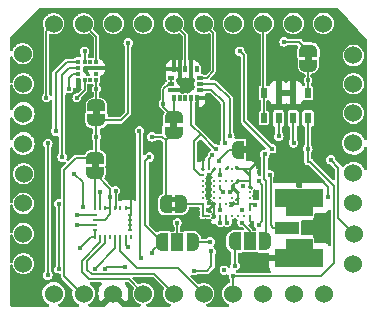
<source format=gbr>
%TF.GenerationSoftware,KiCad,Pcbnew,6.0.1*%
%TF.CreationDate,2022-02-10T21:42:36-06:00*%
%TF.ProjectId,SENSOR_SUITE,53454e53-4f52-45f5-9355-4954452e6b69,rev?*%
%TF.SameCoordinates,Original*%
%TF.FileFunction,Copper,L1,Top*%
%TF.FilePolarity,Positive*%
%FSLAX46Y46*%
G04 Gerber Fmt 4.6, Leading zero omitted, Abs format (unit mm)*
G04 Created by KiCad (PCBNEW 6.0.1) date 2022-02-10 21:42:36*
%MOMM*%
%LPD*%
G01*
G04 APERTURE LIST*
G04 Aperture macros list*
%AMRoundRect*
0 Rectangle with rounded corners*
0 $1 Rounding radius*
0 $2 $3 $4 $5 $6 $7 $8 $9 X,Y pos of 4 corners*
0 Add a 4 corners polygon primitive as box body*
4,1,4,$2,$3,$4,$5,$6,$7,$8,$9,$2,$3,0*
0 Add four circle primitives for the rounded corners*
1,1,$1+$1,$2,$3*
1,1,$1+$1,$4,$5*
1,1,$1+$1,$6,$7*
1,1,$1+$1,$8,$9*
0 Add four rect primitives between the rounded corners*
20,1,$1+$1,$2,$3,$4,$5,0*
20,1,$1+$1,$4,$5,$6,$7,0*
20,1,$1+$1,$6,$7,$8,$9,0*
20,1,$1+$1,$8,$9,$2,$3,0*%
%AMFreePoly0*
4,1,22,0.500000,-0.750000,0.000000,-0.750000,0.000000,-0.745033,-0.079941,-0.743568,-0.215256,-0.701293,-0.333266,-0.622738,-0.424486,-0.514219,-0.481581,-0.384460,-0.499164,-0.250000,-0.500000,-0.250000,-0.500000,0.250000,-0.499164,0.250000,-0.499963,0.256109,-0.478152,0.396186,-0.417904,0.524511,-0.324060,0.630769,-0.204165,0.706417,-0.067858,0.745374,0.000000,0.744959,0.000000,0.750000,
0.500000,0.750000,0.500000,-0.750000,0.500000,-0.750000,$1*%
%AMFreePoly1*
4,1,20,0.000000,0.744959,0.073905,0.744508,0.209726,0.703889,0.328688,0.626782,0.421226,0.519385,0.479903,0.390333,0.500000,0.250000,0.500000,-0.250000,0.499851,-0.262216,0.476331,-0.402017,0.414519,-0.529596,0.319384,-0.634700,0.198574,-0.708877,0.061801,-0.746166,0.000000,-0.745033,0.000000,-0.750000,-0.500000,-0.750000,-0.500000,0.750000,0.000000,0.750000,0.000000,0.744959,
0.000000,0.744959,$1*%
%AMFreePoly2*
4,1,22,0.550000,-0.750000,0.000000,-0.750000,0.000000,-0.745033,-0.079941,-0.743568,-0.215256,-0.701293,-0.333266,-0.622738,-0.424486,-0.514219,-0.481581,-0.384460,-0.499164,-0.250000,-0.500000,-0.250000,-0.500000,0.250000,-0.499164,0.250000,-0.499963,0.256109,-0.478152,0.396186,-0.417904,0.524511,-0.324060,0.630769,-0.204165,0.706417,-0.067858,0.745374,0.000000,0.744959,0.000000,0.750000,
0.550000,0.750000,0.550000,-0.750000,0.550000,-0.750000,$1*%
%AMFreePoly3*
4,1,20,0.000000,0.744959,0.073905,0.744508,0.209726,0.703889,0.328688,0.626782,0.421226,0.519385,0.479903,0.390333,0.500000,0.250000,0.500000,-0.250000,0.499851,-0.262216,0.476331,-0.402017,0.414519,-0.529596,0.319384,-0.634700,0.198574,-0.708877,0.061801,-0.746166,0.000000,-0.745033,0.000000,-0.750000,-0.550000,-0.750000,-0.550000,0.750000,0.000000,0.750000,0.000000,0.744959,
0.000000,0.744959,$1*%
G04 Aperture macros list end*
%TA.AperFunction,SMDPad,CuDef*%
%ADD10FreePoly0,90.000000*%
%TD*%
%TA.AperFunction,SMDPad,CuDef*%
%ADD11FreePoly1,90.000000*%
%TD*%
%TA.AperFunction,SMDPad,CuDef*%
%ADD12R,0.230000X0.350000*%
%TD*%
%TA.AperFunction,SMDPad,CuDef*%
%ADD13R,0.350000X0.230000*%
%TD*%
%TA.AperFunction,SMDPad,CuDef*%
%ADD14FreePoly0,270.000000*%
%TD*%
%TA.AperFunction,SMDPad,CuDef*%
%ADD15FreePoly1,270.000000*%
%TD*%
%TA.AperFunction,SMDPad,CuDef*%
%ADD16R,0.550000X0.950000*%
%TD*%
%TA.AperFunction,ComponentPad*%
%ADD17C,1.524000*%
%TD*%
%TA.AperFunction,SMDPad,CuDef*%
%ADD18RoundRect,0.087500X0.087500X-0.187500X0.087500X0.187500X-0.087500X0.187500X-0.087500X-0.187500X0*%
%TD*%
%TA.AperFunction,SMDPad,CuDef*%
%ADD19RoundRect,0.087500X0.187500X-0.087500X0.187500X0.087500X-0.187500X0.087500X-0.187500X-0.087500X0*%
%TD*%
%TA.AperFunction,SMDPad,CuDef*%
%ADD20FreePoly0,0.000000*%
%TD*%
%TA.AperFunction,SMDPad,CuDef*%
%ADD21FreePoly1,0.000000*%
%TD*%
%TA.AperFunction,SMDPad,CuDef*%
%ADD22FreePoly0,180.000000*%
%TD*%
%TA.AperFunction,SMDPad,CuDef*%
%ADD23FreePoly1,180.000000*%
%TD*%
%TA.AperFunction,SMDPad,CuDef*%
%ADD24C,0.270000*%
%TD*%
%TA.AperFunction,SMDPad,CuDef*%
%ADD25FreePoly2,0.000000*%
%TD*%
%TA.AperFunction,SMDPad,CuDef*%
%ADD26R,1.000000X1.500000*%
%TD*%
%TA.AperFunction,SMDPad,CuDef*%
%ADD27FreePoly3,0.000000*%
%TD*%
%TA.AperFunction,SMDPad,CuDef*%
%ADD28R,0.375000X0.350000*%
%TD*%
%TA.AperFunction,SMDPad,CuDef*%
%ADD29R,0.350000X0.375000*%
%TD*%
%TA.AperFunction,SMDPad,CuDef*%
%ADD30R,2.032000X1.016000*%
%TD*%
%TA.AperFunction,SMDPad,CuDef*%
%ADD31R,4.064000X1.524000*%
%TD*%
%TA.AperFunction,ViaPad*%
%ADD32C,0.400000*%
%TD*%
%TA.AperFunction,Conductor*%
%ADD33C,0.150000*%
%TD*%
G04 APERTURE END LIST*
%TO.C,JP102*%
G36*
X147800000Y-82750000D02*
G01*
X147200000Y-82750000D01*
X147200000Y-82250000D01*
X147800000Y-82250000D01*
X147800000Y-82750000D01*
G37*
%TO.C,JP104*%
G36*
X159200000Y-77100000D02*
G01*
X158600000Y-77100000D01*
X158600000Y-76600000D01*
X159200000Y-76600000D01*
X159200000Y-77100000D01*
G37*
%TO.C,JP101*%
G36*
X141150000Y-86200000D02*
G01*
X140550000Y-86200000D01*
X140550000Y-85700000D01*
X141150000Y-85700000D01*
X141150000Y-86200000D01*
G37*
%TO.C,JP103*%
G36*
X141250000Y-81700000D02*
G01*
X140650000Y-81700000D01*
X140650000Y-81200000D01*
X141250000Y-81200000D01*
X141250000Y-81700000D01*
G37*
%TO.C,JP203*%
G36*
X147750000Y-89000000D02*
G01*
X147250000Y-89000000D01*
X147250000Y-88600000D01*
X147750000Y-88600000D01*
X147750000Y-89000000D01*
G37*
G36*
X147750000Y-89800000D02*
G01*
X147250000Y-89800000D01*
X147250000Y-89400000D01*
X147750000Y-89400000D01*
X147750000Y-89800000D01*
G37*
%TO.C,JP204*%
G36*
X153850000Y-84900000D02*
G01*
X153350000Y-84900000D01*
X153350000Y-84300000D01*
X153850000Y-84300000D01*
X153850000Y-84900000D01*
G37*
%TO.C,X8001*%
G36*
X159267600Y-94476600D02*
G01*
X156981600Y-94476600D01*
X156981600Y-92163600D01*
X159267600Y-92163600D01*
X159267600Y-94476600D01*
G37*
G36*
X159267600Y-90236400D02*
G01*
X156981600Y-90236400D01*
X156981600Y-87923400D01*
X159267600Y-87923400D01*
X159267600Y-90236400D01*
G37*
%TD*%
D10*
%TO.P,JP102,1,1*%
%TO.N,3V3*%
X147500000Y-83150000D03*
D11*
%TO.P,JP102,2,2*%
%TO.N,Net-(C301-Pad1)*%
X147500000Y-81850000D03*
%TD*%
D12*
%TO.P,U101,1,VDDIO*%
%TO.N,Net-(C103-Pad1)*%
X140845000Y-89525000D03*
D13*
%TO.P,U101,2,SCL/SPC*%
%TO.N,SNS_SPI_SCK*%
X140875000Y-90105000D03*
%TO.P,U101,3,VDDIO*%
%TO.N,Net-(C103-Pad1)*%
X140875000Y-90535000D03*
%TO.P,U101,4,SDA/SDI/SDO*%
%TO.N,SNS_SPI_MOSI*%
X140875000Y-90965000D03*
%TO.P,U101,5,SDO_A/G*%
%TO.N,SNS_SPI_MISO*%
X140875000Y-91395000D03*
D12*
%TO.P,U101,6,SDO_M*%
X140845000Y-91975000D03*
%TO.P,U101,7,CS_A/G*%
%TO.N,/LSM9_CS_AG*%
X141275000Y-91975000D03*
%TO.P,U101,8,CS_M*%
%TO.N,/LSM9_CS_M*%
X141705000Y-91975000D03*
%TO.P,U101,9,DRDY_M*%
%TO.N,/LSM9_DRDY_M*%
X142135000Y-91975000D03*
%TO.P,U101,10,INT_M*%
%TO.N,/LSM9_INT_M*%
X142565000Y-91975000D03*
%TO.P,U101,11,INT1_A/G*%
%TO.N,/LSM9_INT1_AG*%
X142995000Y-91975000D03*
%TO.P,U101,12,INT2_A/G*%
%TO.N,/LSM9_INT2_AG*%
X143425000Y-91975000D03*
%TO.P,U101,13,DEN_A/G*%
%TO.N,unconnected-(U101-Pad13)*%
X143855000Y-91975000D03*
D13*
%TO.P,U101,14,RES*%
%TO.N,GND*%
X143825000Y-91395000D03*
%TO.P,U101,15,RES*%
X143825000Y-90965000D03*
%TO.P,U101,16,RES*%
X143825000Y-90535000D03*
%TO.P,U101,17,RES*%
X143825000Y-90105000D03*
D12*
%TO.P,U101,18,RES*%
X143855000Y-89525000D03*
%TO.P,U101,19,GND*%
X143425000Y-89525000D03*
%TO.P,U101,20,GND*%
%TO.N,unconnected-(U101-Pad20)*%
X142995000Y-89525000D03*
%TO.P,U101,21,CAP*%
%TO.N,Net-(C101-Pad1)*%
X142565000Y-89525000D03*
%TO.P,U101,22,VDD*%
%TO.N,Net-(C103-Pad1)*%
X142135000Y-89525000D03*
%TO.P,U101,23,VDD*%
X141705000Y-89525000D03*
%TO.P,U101,24,C1*%
%TO.N,Net-(C102-Pad1)*%
X141275000Y-89525000D03*
%TD*%
D14*
%TO.P,JP104,1,1*%
%TO.N,3V3*%
X158900000Y-76200000D03*
D15*
%TO.P,JP104,2,2*%
%TO.N,Net-(C106-Pad2)*%
X158900000Y-77500000D03*
%TD*%
D14*
%TO.P,JP101,1,1*%
%TO.N,3V3*%
X140850000Y-85300000D03*
D15*
%TO.P,JP101,2,2*%
%TO.N,Net-(C103-Pad1)*%
X140850000Y-86600000D03*
%TD*%
D16*
%TO.P,U102,1,VDD*%
%TO.N,Net-(C106-Pad2)*%
X158875000Y-79775000D03*
%TO.P,U102,2,PS*%
%TO.N,GND*%
X157625000Y-79775000D03*
%TO.P,U102,3,GND*%
X156375000Y-79775000D03*
%TO.P,U102,4,CSB*%
%TO.N,/MS5611_CS*%
X155125000Y-79775000D03*
%TO.P,U102,5,CSB*%
X155125000Y-81925000D03*
%TO.P,U102,6,SDO*%
%TO.N,SNS_SPI_MISO*%
X156375000Y-81925000D03*
%TO.P,U102,7,SDI/SDA*%
%TO.N,SNS_SPI_MOSI*%
X157625000Y-81925000D03*
%TO.P,U102,8,SCLK*%
%TO.N,SNS_SPI_SCK*%
X158875000Y-81925000D03*
%TD*%
D17*
%TO.P,U1,1,5V*%
%TO.N,5V*%
X137335000Y-96775000D03*
%TO.P,U1,2,3V3*%
%TO.N,3V3*%
X139875000Y-96775000D03*
%TO.P,U1,3,GND*%
%TO.N,GND*%
X142398002Y-96774888D03*
%TO.P,U1,4,LSM9DS1_AG_CS*%
%TO.N,/LSM9_CS_AG*%
X144943668Y-96774888D03*
%TO.P,U1,5,LSM9DS1_M_CS*%
%TO.N,/LSM9_CS_M*%
X147489334Y-96774888D03*
%TO.P,U1,6,LSM9DS1_AG_INT1*%
%TO.N,/LSM9_INT1_AG*%
X150035000Y-96774888D03*
%TO.P,U1,7,SCK0*%
%TO.N,SNS_SPI_SCK*%
X152540890Y-96774888D03*
%TO.P,U1,8,MISO0*%
%TO.N,SNS_SPI_MISO*%
X155086556Y-96774888D03*
%TO.P,U1,9,MOSI0*%
%TO.N,SNS_SPI_MOSI*%
X157655000Y-96775000D03*
%TO.P,U1,10,SDA0*%
%TO.N,unconnected-(U1-Pad10)*%
X160195000Y-96775000D03*
%TO.P,U1,11,SCL0*%
%TO.N,unconnected-(U1-Pad11)*%
X162723555Y-94229221D03*
%TO.P,U1,12,ZOE_M8Q_CS*%
%TO.N,ZOE_M8Q_CS*%
X162735000Y-91695000D03*
%TO.P,U1,13,VBACKUP*%
%TO.N,VBAT0*%
X162723555Y-89137889D03*
%TO.P,U1,14,RX0*%
%TO.N,SNS_UART_SDO*%
X162723555Y-86592222D03*
%TO.P,U1,15,TX0*%
%TO.N,SNS_UART_SDI*%
X162723555Y-84046556D03*
%TO.P,U1,16*%
%TO.N,N/C*%
X162723555Y-81500890D03*
%TO.P,U1,17*%
X162723555Y-78995000D03*
%TO.P,U1,18*%
X162723555Y-76608438D03*
%TO.P,U1,19*%
X160177889Y-73903668D03*
%TO.P,U1,20*%
X157632222Y-73903668D03*
%TO.P,U1,21,MS5611_CS*%
%TO.N,/MS5611_CS*%
X155086556Y-73903668D03*
%TO.P,U1,22*%
%TO.N,N/C*%
X152540890Y-73903668D03*
%TO.P,U1,23,H3LIS331_CS*%
%TO.N,/H3LIS331DL_CS*%
X150035000Y-73903668D03*
%TO.P,U1,24,H3LIS331_INT1*%
%TO.N,/H3LIS331DL_INT1*%
X147489334Y-73903668D03*
%TO.P,U1,25*%
%TO.N,N/C*%
X144943668Y-73903668D03*
%TO.P,U1,26,KX134_TRIG*%
%TO.N,unconnected-(U1-Pad26)*%
X142398002Y-73903668D03*
%TO.P,U1,27,KX134_CS*%
%TO.N,/KX122_CS*%
X139875000Y-73915000D03*
%TO.P,U1,28,KX134_INT1*%
%TO.N,/KX122_INT1*%
X137335000Y-73915000D03*
%TO.P,U1,29*%
%TO.N,N/C*%
X134721227Y-76449334D03*
%TO.P,U1,30*%
X134761003Y-78995000D03*
%TO.P,U1,31,ZOE_M8Q_RESET*%
%TO.N,GPS_RESET*%
X134761003Y-81535000D03*
%TO.P,U1,32,ZOE_M8Q_INT*%
%TO.N,GPS_EXTINT*%
X134761003Y-84075000D03*
%TO.P,U1,33,LSM9DS1_AG_INT2*%
%TO.N,/LSM9_INT2_AG*%
X134795000Y-86615000D03*
%TO.P,U1,34,LSM9DS1_M_INT*%
%TO.N,/LSM9_INT_M*%
X134761003Y-89137889D03*
%TO.P,U1,35*%
%TO.N,N/C*%
X134761003Y-91683555D03*
%TO.P,U1,36*%
X134761003Y-94229221D03*
%TD*%
D18*
%TO.P,U103,1,VDDIO*%
%TO.N,Net-(C301-Pad1)*%
X147500000Y-80225000D03*
%TO.P,U103,2*%
%TO.N,N/C*%
X148000000Y-80225000D03*
%TO.P,U103,3*%
X148500000Y-80225000D03*
%TO.P,U103,4,SCL/SCK*%
%TO.N,SNS_SPI_SCK*%
X149000000Y-80225000D03*
%TO.P,U103,5,GND*%
%TO.N,GND*%
X149500000Y-80225000D03*
D19*
%TO.P,U103,6,SDA/SDI*%
%TO.N,SNS_SPI_MOSI*%
X149725000Y-79500000D03*
%TO.P,U103,7,SA0/SDO*%
%TO.N,SNS_SPI_MISO*%
X149725000Y-79000000D03*
%TO.P,U103,8,CS*%
%TO.N,/H3LIS331DL_CS*%
X149725000Y-78500000D03*
D18*
%TO.P,U103,9,INT2*%
%TO.N,unconnected-(U103-Pad9)*%
X149500000Y-77775000D03*
%TO.P,U103,10,GND*%
%TO.N,GND*%
X149000000Y-77775000D03*
%TO.P,U103,11,INT1*%
%TO.N,/H3LIS331DL_INT1*%
X148500000Y-77775000D03*
%TO.P,U103,12,GND*%
%TO.N,GND*%
X148000000Y-77775000D03*
%TO.P,U103,13,GND*%
X147500000Y-77775000D03*
D19*
%TO.P,U103,14,VDD*%
%TO.N,Net-(C301-Pad1)*%
X147275000Y-78500000D03*
%TO.P,U103,15,VDD*%
X147275000Y-79000000D03*
%TO.P,U103,16,GND*%
%TO.N,GND*%
X147275000Y-79500000D03*
%TD*%
D10*
%TO.P,JP103,1,1*%
%TO.N,3V3*%
X140950000Y-82100000D03*
D11*
%TO.P,JP103,2,2*%
%TO.N,Net-(C107-Pad1)*%
X140950000Y-80800000D03*
%TD*%
D20*
%TO.P,JP203,1,1*%
%TO.N,3V3*%
X146850000Y-89200000D03*
D21*
%TO.P,JP203,2,2*%
%TO.N,Net-(JP203-Pad2)*%
X148150000Y-89200000D03*
%TD*%
D22*
%TO.P,JP204,1,1*%
%TO.N,GND*%
X154250000Y-84600000D03*
D23*
%TO.P,JP204,2,2*%
%TO.N,Net-(JP204-Pad2)*%
X152950000Y-84600000D03*
%TD*%
D24*
%TO.P,U8001,P$2E1,E1_SQI_CLK*%
%TO.N,unconnected-(U8001-PadP$2E1)*%
X149950000Y-88200000D03*
%TO.P,U8001,P$A1,A1_GND*%
%TO.N,GND*%
X149950000Y-86200000D03*
%TO.P,U8001,P$A2,A2_SDA/SPI_CS_N*%
%TO.N,ZOE_M8Q_CS*%
X150450000Y-86200000D03*
%TO.P,U8001,P$A3,A3_GND*%
%TO.N,GND*%
X150950000Y-86200000D03*
%TO.P,U8001,P$A4,A4_RF_IN*%
%TO.N,Net-(U8001-PadP$A4)*%
X151450000Y-86200000D03*
%TO.P,U8001,P$A5,A5_GND*%
%TO.N,GND*%
X151950000Y-86200000D03*
%TO.P,U8001,P$A6,A6_RESREVED*%
%TO.N,unconnected-(U8001-PadP$A6)*%
X152450000Y-86200000D03*
%TO.P,U8001,P$A7,A7_GND*%
%TO.N,GND*%
X152950000Y-86200000D03*
%TO.P,U8001,P$A8,A8_GND*%
X153450000Y-86200000D03*
%TO.P,U8001,P$A9,A9_GND*%
X153950000Y-86200000D03*
%TO.P,U8001,P$B1,B1_SCL/SPI_CLK*%
%TO.N,SNS_SPI_SCK*%
X149950000Y-86700000D03*
%TO.P,U8001,P$B9,B9_GND*%
%TO.N,GND*%
X153950000Y-86700000D03*
%TO.P,U8001,P$C1,C1_SQI_D1*%
%TO.N,unconnected-(U8001-PadP$C1)*%
X149950000Y-87200000D03*
%TO.P,U8001,P$C3,C3_TIMEPULSE*%
%TO.N,unconnected-(U8001-PadP$C3)*%
X150950000Y-87200000D03*
%TO.P,U8001,P$C4,C4_SAFEBOOT*%
%TO.N,unconnected-(U8001-PadP$C4)*%
X151450000Y-87200000D03*
%TO.P,U8001,P$C5,C5_LNA_EN*%
%TO.N,unconnected-(U8001-PadP$C5)*%
X151950000Y-87200000D03*
%TO.P,U8001,P$C6,C6_PIO15*%
%TO.N,unconnected-(U8001-PadP$C6)*%
X152450000Y-87200000D03*
%TO.P,U8001,P$C7,C7_GND*%
%TO.N,GND*%
X152950000Y-87200000D03*
%TO.P,U8001,P$C9,C9_GND*%
X153950000Y-87200000D03*
%TO.P,U8001,P$D1,D1_SQI_D0*%
%TO.N,unconnected-(U8001-PadP$D1)*%
X149950000Y-87700000D03*
%TO.P,U8001,P$D3,D3_SQI_CS_N*%
%TO.N,unconnected-(U8001-PadP$D3)*%
X150950000Y-87700000D03*
%TO.P,U8001,P$D4,D4_D_SEL*%
%TO.N,Net-(JP204-Pad2)*%
X151450000Y-87700000D03*
%TO.P,U8001,P$D6,D6_GND*%
%TO.N,GND*%
X152450000Y-87700000D03*
%TO.P,U8001,P$D9,D9_GND*%
X153950000Y-87700000D03*
%TO.P,U8001,P$E3,E3_SQI_D2*%
%TO.N,unconnected-(U8001-PadP$E3)*%
X150950000Y-88200000D03*
%TO.P,U8001,P$E7,E7_GND*%
%TO.N,GND*%
X152950000Y-88200000D03*
%TO.P,U8001,P$E9,E9_RESERVED*%
%TO.N,unconnected-(U8001-PadP$E9)*%
X153950000Y-88200000D03*
%TO.P,U8001,P$F1,F1_RESERVED*%
%TO.N,unconnected-(U8001-PadP$F1)*%
X149950000Y-88700000D03*
%TO.P,U8001,P$F3,F3_SQI_D3*%
%TO.N,unconnected-(U8001-PadP$F3)*%
X150950000Y-88700000D03*
%TO.P,U8001,P$F4,F4_RESERVED*%
%TO.N,unconnected-(U8001-PadP$F4)*%
X151450000Y-88700000D03*
%TO.P,U8001,P$F6,F6_PIO14*%
%TO.N,unconnected-(U8001-PadP$F6)*%
X152450000Y-88700000D03*
%TO.P,U8001,P$F7,F7_GND*%
%TO.N,GND*%
X152950000Y-88700000D03*
%TO.P,U8001,P$F9,F9_RESERVED*%
%TO.N,unconnected-(U8001-PadP$F9)*%
X153950000Y-88700000D03*
%TO.P,U8001,P$G1,G1_VCC*%
%TO.N,Net-(JP203-Pad2)*%
X149950000Y-89200000D03*
%TO.P,U8001,P$G3,G3_GND*%
%TO.N,GND*%
X150950000Y-89200000D03*
%TO.P,U8001,P$G4,G4_PIO13/EXTINT*%
%TO.N,GPS_EXTINT*%
X151450000Y-89200000D03*
%TO.P,U8001,P$G5,G5_RESERVED*%
%TO.N,unconnected-(U8001-PadP$G5)*%
X151950000Y-89200000D03*
%TO.P,U8001,P$G6,G6_GND*%
%TO.N,GND*%
X152450000Y-89200000D03*
%TO.P,U8001,P$G7,G7_GND*%
X152950000Y-89200000D03*
%TO.P,U8001,P$G9,G9_RESERVED*%
%TO.N,VBAT0*%
X153950000Y-89200000D03*
%TO.P,U8001,P$H1,H1_VCC*%
%TO.N,Net-(JP203-Pad2)*%
X149950000Y-89700000D03*
%TO.P,U8001,P$H9,H9_V_BCKP*%
%TO.N,VBAT0*%
X153950000Y-89700000D03*
%TO.P,U8001,P$J1,J1_VCC*%
%TO.N,Net-(JP203-Pad2)*%
X149950000Y-90200000D03*
%TO.P,U8001,P$J2,J2_VCC*%
X150450000Y-90200000D03*
%TO.P,U8001,P$J3,J3_GND*%
%TO.N,GND*%
X150950000Y-90200000D03*
%TO.P,U8001,P$J4,J4_RXD/SPI_MOSI*%
%TO.N,Net-(JP202-Pad2)*%
X151450000Y-90200000D03*
%TO.P,U8001,P$J5,J5_TXD/SPI_MISO*%
%TO.N,Net-(JP201-Pad2)*%
X151950000Y-90200000D03*
%TO.P,U8001,P$J6,J6_RESET_N*%
%TO.N,unconnected-(U8001-PadP$J6)*%
X152450000Y-90200000D03*
%TO.P,U8001,P$J7,J7_RTC_I*%
%TO.N,unconnected-(U8001-PadP$J7)*%
X152950000Y-90200000D03*
%TO.P,U8001,P$J8,J8_RTC_0*%
%TO.N,unconnected-(U8001-PadP$J8)*%
X153450000Y-90200000D03*
%TO.P,U8001,P$J9,J9_GND*%
%TO.N,GND*%
X153950000Y-90200000D03*
%TD*%
D25*
%TO.P,JP202,1,A*%
%TO.N,SNS_SPI_MOSI*%
X146500000Y-92400000D03*
D26*
%TO.P,JP202,2,C*%
%TO.N,Net-(JP202-Pad2)*%
X147800000Y-92400000D03*
D27*
%TO.P,JP202,3,B*%
%TO.N,SNS_UART_SDO*%
X149100000Y-92400000D03*
%TD*%
D28*
%TO.P,U104,1,SDO/ADDR*%
%TO.N,SNS_SPI_MISO*%
X139437500Y-77150000D03*
%TO.P,U104,2,SDI/SDA*%
%TO.N,SNS_SPI_MOSI*%
X139437500Y-77650000D03*
%TO.P,U104,3,IO_VDD*%
%TO.N,Net-(C107-Pad1)*%
X139437500Y-78150000D03*
%TO.P,U104,4,TRIG*%
%TO.N,GND*%
X139437500Y-78650000D03*
D29*
%TO.P,U104,5,INT1*%
%TO.N,/KX122_INT1*%
X139950000Y-78662500D03*
%TO.P,U104,6,INT2*%
%TO.N,/KX122_INT2*%
X140450000Y-78662500D03*
D28*
%TO.P,U104,7,VDD*%
%TO.N,Net-(C107-Pad1)*%
X140962500Y-78650000D03*
%TO.P,U104,8*%
%TO.N,N/C*%
X140962500Y-78150000D03*
%TO.P,U104,9,GND*%
%TO.N,GND*%
X140962500Y-77650000D03*
%TO.P,U104,10,~{CS}*%
%TO.N,/KX122_CS*%
X140962500Y-77150000D03*
D29*
%TO.P,U104,11,NC*%
%TO.N,unconnected-(U104-Pad11)*%
X140450000Y-77137500D03*
%TO.P,U104,12,SCLK/SCL*%
%TO.N,SNS_SPI_SCK*%
X139950000Y-77137500D03*
%TD*%
D25*
%TO.P,JP201,1,A*%
%TO.N,SNS_SPI_MISO*%
X152650000Y-92350000D03*
D26*
%TO.P,JP201,2,C*%
%TO.N,Net-(JP201-Pad2)*%
X153950000Y-92350000D03*
D27*
%TO.P,JP201,3,B*%
%TO.N,SNS_UART_SDI*%
X155250000Y-92350000D03*
%TD*%
D30*
%TO.P,X8001,ANTENNA,ANT*%
%TO.N,Net-(U8001-PadP$A4)*%
X157134000Y-91200000D03*
D31*
%TO.P,X8001,GND1*%
%TO.N,GND*%
X158150000Y-88660000D03*
%TO.P,X8001,GND2*%
X158150000Y-93740000D03*
%TD*%
D32*
%TO.N,*%
X151790000Y-94790000D03*
%TO.N,Net-(C101-Pad1)*%
X142600000Y-88050000D03*
%TO.N,GND*%
X149950000Y-84470000D03*
X160090000Y-91300000D03*
X154100000Y-94450000D03*
X154100000Y-90750000D03*
X143850000Y-87950000D03*
X160450000Y-92300000D03*
X154450000Y-88400000D03*
X138820000Y-84370000D03*
X160700000Y-79260000D03*
X151320000Y-92210000D03*
X157380000Y-86030000D03*
X151660000Y-77480000D03*
X139020000Y-82070000D03*
X150477790Y-86784446D03*
X145620000Y-86140000D03*
X151420000Y-96050000D03*
X154650000Y-86050000D03*
X150450000Y-89140000D03*
X145060000Y-81560000D03*
X137500000Y-87610000D03*
X145930000Y-96210000D03*
X138030000Y-75770000D03*
X156230000Y-76940000D03*
X158100000Y-87150000D03*
X135780000Y-95520000D03*
X152300000Y-88200000D03*
X160820000Y-83570000D03*
X153310000Y-89660000D03*
X153390000Y-87700000D03*
X160600000Y-88600000D03*
X150700000Y-80450000D03*
X155300000Y-93850000D03*
%TO.N,Net-(C102-Pad1)*%
X141300000Y-88200000D03*
%TO.N,Net-(C103-Pad1)*%
X142135000Y-88615000D03*
%TO.N,Net-(C106-Pad2)*%
X158875000Y-78725000D03*
%TO.N,Net-(C107-Pad1)*%
X140962500Y-79437500D03*
X138600000Y-79450000D03*
%TO.N,Net-(C301-Pad1)*%
X146600000Y-80700000D03*
%TO.N,3V3*%
X140950000Y-83474500D03*
X143650000Y-75550000D03*
X145650000Y-83500000D03*
X156850000Y-75450000D03*
%TO.N,SNS_SPI_MISO*%
X152711668Y-94400000D03*
X156400000Y-83450000D03*
X144700000Y-93774500D03*
X144600000Y-83000000D03*
X137500000Y-83000000D03*
X139589477Y-92910523D03*
X152250000Y-83450000D03*
%TO.N,Net-(JP201-Pad2)*%
X153250000Y-90750011D03*
X152050000Y-90750000D03*
%TO.N,SNS_UART_SDI*%
X155200000Y-84975500D03*
%TO.N,SNS_SPI_MOSI*%
X151850000Y-84000000D03*
X145450000Y-85200000D03*
X145700000Y-93300000D03*
X157650000Y-84000000D03*
X138050000Y-85200000D03*
X139296272Y-90957380D03*
%TO.N,Net-(JP202-Pad2)*%
X151450000Y-90750000D03*
X147800000Y-90750000D03*
%TO.N,SNS_UART_SDO*%
X154700000Y-87250000D03*
X154700000Y-90950000D03*
X150600000Y-92400000D03*
%TO.N,SNS_SPI_SCK*%
X155800000Y-84500000D03*
X139950000Y-76250000D03*
X153100000Y-76250000D03*
X158850000Y-84500000D03*
X139300000Y-90100000D03*
X151050000Y-84500000D03*
X152550000Y-95300000D03*
%TO.N,ZOE_M8Q_CS*%
X160800000Y-85450000D03*
X150781894Y-85036212D03*
%TO.N,/KX122_INT1*%
X136700000Y-80200000D03*
X139300000Y-80200000D03*
%TO.N,GPS_EXTINT*%
X150700000Y-93200000D03*
X136850000Y-84050000D03*
X151450000Y-89650000D03*
X141692337Y-94657663D03*
X136850000Y-95200000D03*
X143350000Y-94550000D03*
X149250000Y-94825500D03*
%TO.N,/LSM9_INT2_AG*%
X139800000Y-89400000D03*
X139100000Y-86650000D03*
X143632717Y-92833796D03*
%TO.N,/LSM9_INT_M*%
X140850000Y-94650000D03*
X137750000Y-94700000D03*
X137750000Y-89150000D03*
%TO.N,VBAT0*%
X154426460Y-89250000D03*
%TO.N,Net-(U8001-PadP$A4)*%
X151450000Y-86700000D03*
X155650000Y-86700000D03*
%TO.N,Net-(JP204-Pad2)*%
X151700000Y-88200000D03*
X151300000Y-85524500D03*
%TD*%
D33*
%TO.N,Net-(C101-Pad1)*%
X142600000Y-88050000D02*
X142600000Y-89490000D01*
X142600000Y-89490000D02*
X142565000Y-89525000D01*
%TO.N,GND*%
X143825000Y-90965000D02*
X143825000Y-91395000D01*
X143855000Y-90075000D02*
X143825000Y-90105000D01*
X153450000Y-86200000D02*
X153950000Y-86200000D01*
X143825000Y-90535000D02*
X143825000Y-90965000D01*
X143855000Y-89525000D02*
X143855000Y-90075000D01*
X152950000Y-88200000D02*
X152950000Y-88700000D01*
X143825000Y-90105000D02*
X143825000Y-90535000D01*
X153950000Y-86700000D02*
X153950000Y-87200000D01*
X143425000Y-89525000D02*
X143855000Y-89525000D01*
X153950000Y-90200000D02*
X153950000Y-90600000D01*
X160000000Y-87150000D02*
X158100000Y-87150000D01*
X150510000Y-89200000D02*
X150450000Y-89140000D01*
X152450000Y-88050000D02*
X152300000Y-88200000D01*
X152450000Y-87700000D02*
X152450000Y-88050000D01*
X153950000Y-87200000D02*
X153950000Y-87700000D01*
X149950000Y-86200000D02*
X149950000Y-84470000D01*
X160600000Y-87750000D02*
X160000000Y-87150000D01*
X153950000Y-86200000D02*
X153950000Y-86700000D01*
X160600000Y-88600000D02*
X160600000Y-87750000D01*
X152950000Y-87200000D02*
X153950000Y-87200000D01*
X150950000Y-86200000D02*
X150950000Y-86312236D01*
X143855000Y-89525000D02*
X143855000Y-87955000D01*
X150950000Y-89200000D02*
X150950000Y-90200000D01*
X143855000Y-87955000D02*
X143850000Y-87950000D01*
X152450000Y-89200000D02*
X152950000Y-89200000D01*
X152950000Y-88700000D02*
X152950000Y-89200000D01*
X150950000Y-86312236D02*
X150477790Y-86784446D01*
X152950000Y-87200000D02*
X152450000Y-87700000D01*
X153950000Y-90600000D02*
X154100000Y-90750000D01*
X152950000Y-86200000D02*
X153450000Y-86200000D01*
X150950000Y-89200000D02*
X150510000Y-89200000D01*
%TO.N,Net-(C102-Pad1)*%
X141275000Y-88225000D02*
X141300000Y-88200000D01*
X141275000Y-89525000D02*
X141275000Y-88225000D01*
%TO.N,Net-(C103-Pad1)*%
X141665000Y-90535000D02*
X142135000Y-90065000D01*
X140875000Y-90535000D02*
X141665000Y-90535000D01*
X142135000Y-88615000D02*
X142135000Y-87885000D01*
X142135000Y-90065000D02*
X142135000Y-89525000D01*
X140845000Y-86605000D02*
X140845000Y-89525000D01*
X141705000Y-89525000D02*
X142135000Y-89525000D01*
X142135000Y-87885000D02*
X140850000Y-86600000D01*
X142135000Y-89525000D02*
X142135000Y-88615000D01*
X140850000Y-86600000D02*
X140845000Y-86605000D01*
%TO.N,Net-(C106-Pad2)*%
X158900000Y-77500000D02*
X158875000Y-77525000D01*
X158875000Y-78725000D02*
X158875000Y-79775000D01*
X158875000Y-77525000D02*
X158875000Y-78725000D01*
%TO.N,Net-(C107-Pad1)*%
X140962500Y-80787500D02*
X140950000Y-80800000D01*
X138950000Y-78150000D02*
X138600000Y-78500000D01*
X138600000Y-78500000D02*
X138600000Y-79450000D01*
X139437500Y-78150000D02*
X138950000Y-78150000D01*
X140962500Y-79437500D02*
X140962500Y-80787500D01*
X140962500Y-78650000D02*
X140962500Y-79437500D01*
%TO.N,Net-(C301-Pad1)*%
X146600000Y-80700000D02*
X146600000Y-80950000D01*
X147087022Y-79000000D02*
X147275000Y-79000000D01*
X146600000Y-79487022D02*
X147087022Y-79000000D01*
X146600000Y-80700000D02*
X146600000Y-79487022D01*
X147275000Y-79000000D02*
X147275000Y-78500000D01*
X147500000Y-80225000D02*
X147500000Y-81850000D01*
X146600000Y-80950000D02*
X147500000Y-81850000D01*
%TO.N,3V3*%
X146550000Y-83500000D02*
X146850000Y-83800000D01*
X146850000Y-89200000D02*
X146850000Y-83800000D01*
X146850000Y-83800000D02*
X147500000Y-83150000D01*
X140950000Y-85200000D02*
X140850000Y-85300000D01*
X139725000Y-96775000D02*
X139875000Y-96775000D01*
X143000000Y-82100000D02*
X143650000Y-81450000D01*
X139200000Y-85300000D02*
X138224511Y-86275489D01*
X158150000Y-75450000D02*
X156850000Y-75450000D01*
X138224511Y-86275489D02*
X138224511Y-95274511D01*
X140950000Y-82100000D02*
X143000000Y-82100000D01*
X140950000Y-83900000D02*
X140950000Y-85200000D01*
X138224511Y-95274511D02*
X139725000Y-96775000D01*
X140950000Y-82100000D02*
X140950000Y-83900000D01*
X145650000Y-83500000D02*
X146550000Y-83500000D01*
X143650000Y-81450000D02*
X143650000Y-75550000D01*
X158900000Y-76200000D02*
X158150000Y-75450000D01*
X140850000Y-85300000D02*
X139200000Y-85300000D01*
%TO.N,SNS_SPI_MISO*%
X156375000Y-81925000D02*
X156375000Y-83425000D01*
X139589477Y-92910523D02*
X140525000Y-91975000D01*
X156375000Y-83425000D02*
X156400000Y-83450000D01*
X138450000Y-77150000D02*
X139437500Y-77150000D01*
X151000000Y-79000000D02*
X152250000Y-80250000D01*
X152650000Y-92350000D02*
X152650000Y-94338332D01*
X149725000Y-79000000D02*
X151000000Y-79000000D01*
X144620000Y-83020000D02*
X144620000Y-93694500D01*
X140845000Y-91975000D02*
X140845000Y-91425000D01*
X140845000Y-91425000D02*
X140875000Y-91395000D01*
X152650000Y-94338332D02*
X152711668Y-94400000D01*
X137500000Y-83000000D02*
X137500000Y-78100000D01*
X140525000Y-91975000D02*
X140845000Y-91975000D01*
X152250000Y-80250000D02*
X152250000Y-83450000D01*
X140838109Y-91431891D02*
X140875000Y-91395000D01*
X144620000Y-93694500D02*
X144700000Y-93774500D01*
X144600000Y-83000000D02*
X144620000Y-83020000D01*
X137500000Y-78100000D02*
X138450000Y-77150000D01*
%TO.N,Net-(JP201-Pad2)*%
X151950000Y-90200000D02*
X151950000Y-90650000D01*
X153950000Y-91450011D02*
X153950000Y-92350000D01*
X151950000Y-90650000D02*
X152050000Y-90750000D01*
X153250000Y-90750011D02*
X153950000Y-91450011D01*
%TO.N,SNS_UART_SDI*%
X155250000Y-92350000D02*
X155350480Y-92249520D01*
X155350480Y-87250480D02*
X155175489Y-87075489D01*
X155350480Y-92249520D02*
X155350480Y-87250480D01*
X155175489Y-85825489D02*
X155175489Y-85000011D01*
X155175489Y-85000011D02*
X155200000Y-84975500D01*
X155175489Y-87075489D02*
X155175489Y-85825489D01*
%TO.N,SNS_SPI_MOSI*%
X145100000Y-85550000D02*
X145100000Y-91000000D01*
X151775489Y-83925489D02*
X151775489Y-80575489D01*
X145450000Y-85200000D02*
X145100000Y-85550000D01*
X145100000Y-91000000D02*
X146500000Y-92400000D01*
X157650000Y-84000000D02*
X157625000Y-83975000D01*
X138650000Y-77650000D02*
X138050000Y-78250000D01*
X150700000Y-79500000D02*
X149725000Y-79500000D01*
X140327380Y-90957380D02*
X140335000Y-90965000D01*
X151775489Y-80575489D02*
X150700000Y-79500000D01*
X139437500Y-77650000D02*
X138650000Y-77650000D01*
X138050000Y-78250000D02*
X138050000Y-85200000D01*
X139296272Y-90957380D02*
X140327380Y-90957380D01*
X145700000Y-93300000D02*
X145700000Y-93200000D01*
X151850000Y-84000000D02*
X151775489Y-83925489D01*
X157625000Y-83975000D02*
X157625000Y-81925000D01*
X140335000Y-90965000D02*
X140875000Y-90965000D01*
X145700000Y-93200000D02*
X146500000Y-92400000D01*
%TO.N,Net-(JP202-Pad2)*%
X147800000Y-92400000D02*
X147800000Y-90750000D01*
X151450000Y-90200000D02*
X151450000Y-90750000D01*
%TO.N,SNS_UART_SDO*%
X155000960Y-90649040D02*
X155000960Y-87550960D01*
X154700000Y-90950000D02*
X155000960Y-90649040D01*
X149100000Y-92400000D02*
X150600000Y-92400000D01*
X155000960Y-87550960D02*
X154700000Y-87250000D01*
%TO.N,Net-(JP203-Pad2)*%
X149950000Y-89200000D02*
X149950000Y-89700000D01*
X149950000Y-89700000D02*
X149950000Y-90200000D01*
X148150000Y-89200000D02*
X149950000Y-89200000D01*
X149950000Y-90200000D02*
X150450000Y-90200000D01*
%TO.N,/LSM9_CS_AG*%
X141275000Y-91975000D02*
X141275000Y-92425000D01*
X143718780Y-95550000D02*
X144943668Y-96774888D01*
X141275000Y-92425000D02*
X139700000Y-94000000D01*
X140350000Y-95550000D02*
X143718780Y-95550000D01*
X139700000Y-94900000D02*
X140350000Y-95550000D01*
X139700000Y-94000000D02*
X139700000Y-94900000D01*
%TO.N,/LSM9_CS_M*%
X140200000Y-94000000D02*
X140200000Y-94800000D01*
X140550000Y-95150000D02*
X145864446Y-95150000D01*
X140200000Y-94800000D02*
X140550000Y-95150000D01*
X141705000Y-91975000D02*
X141705000Y-92495000D01*
X145864446Y-95150000D02*
X147489334Y-96774888D01*
X141705000Y-92495000D02*
X140200000Y-94000000D01*
%TO.N,/LSM9_INT1_AG*%
X147860112Y-94600000D02*
X150035000Y-96774888D01*
X142995000Y-91975000D02*
X142995000Y-93195000D01*
X142995000Y-93195000D02*
X144400000Y-94600000D01*
X144400000Y-94600000D02*
X147860112Y-94600000D01*
%TO.N,SNS_SPI_SCK*%
X159050000Y-85600000D02*
X161100480Y-87650480D01*
X151050000Y-84500000D02*
X151000000Y-84500000D01*
X161100480Y-94199520D02*
X160000000Y-95300000D01*
X155800000Y-84500000D02*
X153450000Y-82150000D01*
X158850000Y-84500000D02*
X158850000Y-85600000D01*
X149775000Y-83275000D02*
X149200000Y-83850000D01*
X153450000Y-82150000D02*
X153450000Y-76600000D01*
X153450000Y-76600000D02*
X153100000Y-76250000D01*
X149000000Y-82500000D02*
X149000000Y-80225000D01*
X158875000Y-84475000D02*
X158875000Y-81925000D01*
X152540890Y-96774888D02*
X152540890Y-95309110D01*
X139300000Y-90100000D02*
X139305000Y-90105000D01*
X160000000Y-95300000D02*
X152550000Y-95300000D01*
X149200000Y-86210115D02*
X149689885Y-86700000D01*
X149200000Y-83850000D02*
X149200000Y-86210115D01*
X149775000Y-83275000D02*
X149000000Y-82500000D01*
X139305000Y-90105000D02*
X140875000Y-90105000D01*
X161100480Y-87650480D02*
X161100480Y-94199520D01*
X152540890Y-95309110D02*
X152550000Y-95300000D01*
X149689885Y-86700000D02*
X149950000Y-86700000D01*
X158850000Y-84500000D02*
X158875000Y-84475000D01*
X151000000Y-84500000D02*
X149775000Y-83275000D01*
X158850000Y-85600000D02*
X159050000Y-85600000D01*
X139950000Y-77137500D02*
X139950000Y-76250000D01*
%TO.N,ZOE_M8Q_CS*%
X161450000Y-86100000D02*
X161450000Y-90410000D01*
X150450000Y-85368106D02*
X150450000Y-86200000D01*
X160800000Y-85450000D02*
X161450000Y-86100000D01*
X161450000Y-90410000D02*
X162735000Y-91695000D01*
X150781894Y-85036212D02*
X150450000Y-85368106D01*
%TO.N,/MS5611_CS*%
X155086556Y-73903668D02*
X155086556Y-79736556D01*
X155086556Y-79736556D02*
X155125000Y-79775000D01*
X155125000Y-79775000D02*
X155125000Y-81925000D01*
X155125000Y-73942112D02*
X155086556Y-73903668D01*
%TO.N,/H3LIS331DL_CS*%
X150850000Y-77950000D02*
X150300000Y-78500000D01*
X150035000Y-73903668D02*
X150850000Y-74718668D01*
X150300000Y-78500000D02*
X149725000Y-78500000D01*
X150850000Y-74718668D02*
X150850000Y-77950000D01*
%TO.N,/H3LIS331DL_INT1*%
X148500000Y-74914334D02*
X147489334Y-73903668D01*
X148500000Y-77775000D02*
X148500000Y-74914334D01*
%TO.N,/KX122_CS*%
X139875000Y-73915000D02*
X140962500Y-75002500D01*
X140962500Y-75002500D02*
X140962500Y-77150000D01*
%TO.N,/KX122_INT1*%
X136700000Y-80200000D02*
X136700000Y-74550000D01*
X139950000Y-79550000D02*
X139300000Y-80200000D01*
X139950000Y-78662500D02*
X139950000Y-79550000D01*
X136700000Y-74550000D02*
X137335000Y-73915000D01*
%TO.N,GPS_EXTINT*%
X150700000Y-94450000D02*
X150300000Y-94850000D01*
X143350000Y-94550000D02*
X141800000Y-94550000D01*
X151450000Y-89200000D02*
X151450000Y-89650000D01*
X150300000Y-94850000D02*
X149274500Y-94850000D01*
X150700000Y-93200000D02*
X150700000Y-94450000D01*
X141800000Y-94550000D02*
X141692337Y-94657663D01*
X136850000Y-95200000D02*
X136850000Y-84050000D01*
X149274500Y-94850000D02*
X149250000Y-94825500D01*
%TO.N,/LSM9_INT2_AG*%
X139800000Y-87350000D02*
X139100000Y-86650000D01*
X139800000Y-89400000D02*
X139800000Y-87350000D01*
X143425000Y-92626079D02*
X143632717Y-92833796D01*
X143425000Y-91975000D02*
X143425000Y-92626079D01*
%TO.N,/LSM9_INT_M*%
X137750000Y-94700000D02*
X137750000Y-89150000D01*
X142565000Y-92935000D02*
X142565000Y-91975000D01*
X140850000Y-94650000D02*
X142565000Y-92935000D01*
%TO.N,VBAT0*%
X153950000Y-89200000D02*
X153950000Y-89700000D01*
X153950000Y-89200000D02*
X154376460Y-89200000D01*
X154376460Y-89200000D02*
X154426460Y-89250000D01*
%TO.N,Net-(U8001-PadP$A4)*%
X155650000Y-86700000D02*
X155700000Y-86750000D01*
X151450000Y-86700000D02*
X151450000Y-86200000D01*
X155900000Y-91200000D02*
X157134000Y-91200000D01*
X155700000Y-86750000D02*
X155700000Y-91000000D01*
X155700000Y-91000000D02*
X155900000Y-91200000D01*
%TO.N,Net-(JP204-Pad2)*%
X151325000Y-85475000D02*
X151300000Y-85500000D01*
X151450000Y-87700000D02*
X151450000Y-87950000D01*
X152200000Y-84600000D02*
X151325000Y-85475000D01*
X151300000Y-85500000D02*
X151300000Y-85524500D01*
X152950000Y-84600000D02*
X152200000Y-84600000D01*
X151450000Y-87950000D02*
X151700000Y-88200000D01*
%TD*%
%TA.AperFunction,Conductor*%
%TO.N,GND*%
G36*
X161454874Y-72650002D02*
G01*
X161479983Y-72671242D01*
X163837232Y-75264214D01*
X163868255Y-75328074D01*
X163870000Y-75348971D01*
X163870000Y-76573565D01*
X163860511Y-76605882D01*
X163867944Y-76620644D01*
X163870000Y-76643311D01*
X163870000Y-78960127D01*
X163860511Y-78992444D01*
X163867944Y-79007206D01*
X163870000Y-79029873D01*
X163870000Y-81466017D01*
X163860511Y-81498334D01*
X163867944Y-81513096D01*
X163870000Y-81535763D01*
X163870000Y-83660270D01*
X163849998Y-83728391D01*
X163796342Y-83774884D01*
X163726068Y-83784988D01*
X163661488Y-83755494D01*
X163623378Y-83696688D01*
X163622565Y-83693996D01*
X163617736Y-83678001D01*
X163529121Y-83511339D01*
X163509669Y-83487488D01*
X163461502Y-83428431D01*
X163409821Y-83365064D01*
X163404030Y-83360273D01*
X163269132Y-83248676D01*
X163269129Y-83248674D01*
X163264382Y-83244747D01*
X163098343Y-83154970D01*
X162918029Y-83099153D01*
X162911911Y-83098510D01*
X162911906Y-83098509D01*
X162736436Y-83080067D01*
X162736434Y-83080067D01*
X162730307Y-83079423D01*
X162624368Y-83089064D01*
X162548469Y-83095971D01*
X162548468Y-83095971D01*
X162542328Y-83096530D01*
X162361252Y-83149824D01*
X162355787Y-83152681D01*
X162207832Y-83230030D01*
X162193975Y-83237274D01*
X162046871Y-83355549D01*
X161925541Y-83500144D01*
X161922571Y-83505547D01*
X161922570Y-83505548D01*
X161848743Y-83639839D01*
X161834607Y-83665552D01*
X161777533Y-83845473D01*
X161776847Y-83851592D01*
X161776846Y-83851595D01*
X161764225Y-83964116D01*
X161756492Y-84033052D01*
X161757008Y-84039195D01*
X161770515Y-84200039D01*
X161772287Y-84221146D01*
X161773986Y-84227071D01*
X161821589Y-84393082D01*
X161824315Y-84402590D01*
X161838933Y-84431034D01*
X161899897Y-84549656D01*
X161910595Y-84570473D01*
X161914420Y-84575299D01*
X161914422Y-84575302D01*
X162024011Y-84713570D01*
X162024015Y-84713575D01*
X162027840Y-84718400D01*
X162171585Y-84840736D01*
X162176963Y-84843742D01*
X162176965Y-84843743D01*
X162219135Y-84867311D01*
X162336355Y-84932823D01*
X162515872Y-84991151D01*
X162703300Y-85013501D01*
X162709435Y-85013029D01*
X162709437Y-85013029D01*
X162885358Y-84999493D01*
X162885362Y-84999492D01*
X162891500Y-84999020D01*
X162897432Y-84997364D01*
X162897436Y-84997363D01*
X163067359Y-84949919D01*
X163067363Y-84949918D01*
X163073303Y-84948259D01*
X163157968Y-84905492D01*
X163236283Y-84865933D01*
X163236285Y-84865932D01*
X163241784Y-84863154D01*
X163390525Y-84746944D01*
X163394551Y-84742280D01*
X163394554Y-84742277D01*
X163509833Y-84608725D01*
X163509834Y-84608723D01*
X163513862Y-84604057D01*
X163519895Y-84593438D01*
X163572467Y-84500894D01*
X163607097Y-84439934D01*
X163624442Y-84387793D01*
X163664923Y-84329469D01*
X163730511Y-84302289D01*
X163800382Y-84314884D01*
X163852352Y-84363254D01*
X163870000Y-84427565D01*
X163870000Y-86205936D01*
X163849998Y-86274057D01*
X163796342Y-86320550D01*
X163726068Y-86330654D01*
X163661488Y-86301160D01*
X163623378Y-86242354D01*
X163621836Y-86237247D01*
X163617736Y-86223667D01*
X163529121Y-86057005D01*
X163522659Y-86049081D01*
X163429522Y-85934886D01*
X163409821Y-85910730D01*
X163404030Y-85905939D01*
X163269132Y-85794342D01*
X163269129Y-85794340D01*
X163264382Y-85790413D01*
X163098343Y-85700636D01*
X162918029Y-85644819D01*
X162911911Y-85644176D01*
X162911906Y-85644175D01*
X162736436Y-85625733D01*
X162736434Y-85625733D01*
X162730307Y-85625089D01*
X162614680Y-85635612D01*
X162548469Y-85641637D01*
X162548468Y-85641637D01*
X162542328Y-85642196D01*
X162361252Y-85695490D01*
X162355787Y-85698347D01*
X162216740Y-85771039D01*
X162193975Y-85782940D01*
X162046871Y-85901215D01*
X162042907Y-85905939D01*
X161927407Y-86043586D01*
X161868298Y-86082913D01*
X161797310Y-86084039D01*
X161736982Y-86046608D01*
X161714477Y-86010812D01*
X161711936Y-86004678D01*
X161709515Y-85992505D01*
X161677474Y-85944552D01*
X161663994Y-85924378D01*
X161663993Y-85924377D01*
X161648624Y-85901376D01*
X161635936Y-85892898D01*
X161616844Y-85877228D01*
X161237430Y-85497814D01*
X161202076Y-85428430D01*
X161187197Y-85334487D01*
X161187196Y-85334485D01*
X161185646Y-85324696D01*
X161128050Y-85211658D01*
X161038342Y-85121950D01*
X160925304Y-85064354D01*
X160915515Y-85062804D01*
X160915513Y-85062803D01*
X160809793Y-85046059D01*
X160800000Y-85044508D01*
X160790207Y-85046059D01*
X160684487Y-85062803D01*
X160684485Y-85062804D01*
X160674696Y-85064354D01*
X160561658Y-85121950D01*
X160471950Y-85211658D01*
X160414354Y-85324696D01*
X160412804Y-85334485D01*
X160412803Y-85334487D01*
X160403201Y-85395113D01*
X160394508Y-85450000D01*
X160396059Y-85459793D01*
X160411668Y-85558342D01*
X160414354Y-85575304D01*
X160471950Y-85688342D01*
X160561658Y-85778050D01*
X160674696Y-85835646D01*
X160684485Y-85837196D01*
X160684487Y-85837197D01*
X160778430Y-85852076D01*
X160847814Y-85887430D01*
X161137595Y-86177211D01*
X161171621Y-86239523D01*
X161174500Y-86266306D01*
X161174500Y-87030694D01*
X161154498Y-87098815D01*
X161100842Y-87145308D01*
X161030568Y-87155412D01*
X160965988Y-87125918D01*
X160959405Y-87119789D01*
X159272772Y-85433156D01*
X159257102Y-85414064D01*
X159255515Y-85411689D01*
X159248624Y-85401376D01*
X159225623Y-85386007D01*
X159225622Y-85386006D01*
X159193079Y-85364262D01*
X159181500Y-85356525D01*
X159135972Y-85302051D01*
X159125500Y-85251759D01*
X159125500Y-84843082D01*
X159145502Y-84774961D01*
X159162405Y-84753987D01*
X159178050Y-84738342D01*
X159235646Y-84625304D01*
X159239061Y-84603746D01*
X159253941Y-84509793D01*
X159255492Y-84500000D01*
X159245052Y-84434081D01*
X159237197Y-84384487D01*
X159237196Y-84384485D01*
X159235646Y-84374696D01*
X159191646Y-84288342D01*
X159182551Y-84270491D01*
X159182550Y-84270489D01*
X159178050Y-84261658D01*
X159173829Y-84257437D01*
X159150706Y-84192633D01*
X159150500Y-84185438D01*
X159150500Y-82702634D01*
X159170502Y-82634513D01*
X159224150Y-82589679D01*
X159228231Y-82588867D01*
X159294552Y-82544552D01*
X159338867Y-82478231D01*
X159342403Y-82460457D01*
X159349293Y-82425816D01*
X159350500Y-82419748D01*
X159350500Y-81500890D01*
X161826139Y-81500890D01*
X161826829Y-81507455D01*
X161832089Y-81557495D01*
X161845750Y-81687473D01*
X161903725Y-81865902D01*
X161997530Y-82028378D01*
X162001948Y-82033285D01*
X162001949Y-82033286D01*
X162071434Y-82110457D01*
X162123066Y-82167800D01*
X162128408Y-82171681D01*
X162128410Y-82171683D01*
X162246521Y-82257495D01*
X162274847Y-82278075D01*
X162280875Y-82280759D01*
X162280877Y-82280760D01*
X162440207Y-82351698D01*
X162446238Y-82354383D01*
X162532750Y-82372772D01*
X162623292Y-82392018D01*
X162623297Y-82392018D01*
X162629749Y-82393390D01*
X162817361Y-82393390D01*
X162823813Y-82392018D01*
X162823818Y-82392018D01*
X162914360Y-82372772D01*
X163000872Y-82354383D01*
X163006903Y-82351698D01*
X163166233Y-82280760D01*
X163166235Y-82280759D01*
X163172263Y-82278075D01*
X163200589Y-82257495D01*
X163318700Y-82171683D01*
X163318702Y-82171681D01*
X163324044Y-82167800D01*
X163375676Y-82110457D01*
X163445161Y-82033286D01*
X163445162Y-82033285D01*
X163449580Y-82028378D01*
X163543385Y-81865902D01*
X163601360Y-81687473D01*
X163618690Y-81522592D01*
X163625700Y-81505554D01*
X163623104Y-81501515D01*
X163618690Y-81479188D01*
X163602050Y-81320871D01*
X163602050Y-81320870D01*
X163601360Y-81314307D01*
X163596712Y-81300000D01*
X163553317Y-81166445D01*
X163543385Y-81135878D01*
X163449580Y-80973402D01*
X163357508Y-80871145D01*
X163328466Y-80838891D01*
X163328465Y-80838890D01*
X163324044Y-80833980D01*
X163318702Y-80830099D01*
X163318700Y-80830097D01*
X163177605Y-80727586D01*
X163177604Y-80727585D01*
X163172263Y-80723705D01*
X163166235Y-80721021D01*
X163166233Y-80721020D01*
X163006903Y-80650082D01*
X163006902Y-80650082D01*
X163000872Y-80647397D01*
X162888678Y-80623549D01*
X162823818Y-80609762D01*
X162823813Y-80609762D01*
X162817361Y-80608390D01*
X162629749Y-80608390D01*
X162623297Y-80609762D01*
X162623292Y-80609762D01*
X162558432Y-80623549D01*
X162446238Y-80647397D01*
X162440208Y-80650082D01*
X162440207Y-80650082D01*
X162280877Y-80721020D01*
X162280875Y-80721021D01*
X162274847Y-80723705D01*
X162269506Y-80727585D01*
X162269505Y-80727586D01*
X162128410Y-80830097D01*
X162128408Y-80830099D01*
X162123066Y-80833980D01*
X162118645Y-80838890D01*
X162118644Y-80838891D01*
X162089603Y-80871145D01*
X161997530Y-80973402D01*
X161903725Y-81135878D01*
X161893793Y-81166445D01*
X161850399Y-81300000D01*
X161845750Y-81314307D01*
X161845060Y-81320870D01*
X161845060Y-81320871D01*
X161837924Y-81388761D01*
X161826139Y-81500890D01*
X159350500Y-81500890D01*
X159350500Y-81430252D01*
X159338867Y-81371769D01*
X159294552Y-81305448D01*
X159228231Y-81261133D01*
X159216062Y-81258712D01*
X159216061Y-81258712D01*
X159175816Y-81250707D01*
X159169748Y-81249500D01*
X158580252Y-81249500D01*
X158574184Y-81250707D01*
X158533939Y-81258712D01*
X158533938Y-81258712D01*
X158521769Y-81261133D01*
X158455448Y-81305448D01*
X158411133Y-81371769D01*
X158399500Y-81430252D01*
X158399500Y-82419748D01*
X158400707Y-82425816D01*
X158407598Y-82460457D01*
X158411133Y-82478231D01*
X158455448Y-82544552D01*
X158521769Y-82588867D01*
X158526054Y-82589719D01*
X158576998Y-82630771D01*
X158599500Y-82702634D01*
X158599500Y-84131918D01*
X158579498Y-84200039D01*
X158562595Y-84221013D01*
X158521950Y-84261658D01*
X158464354Y-84374696D01*
X158462804Y-84384485D01*
X158462803Y-84384487D01*
X158454948Y-84434081D01*
X158444508Y-84500000D01*
X158446059Y-84509793D01*
X158460940Y-84603746D01*
X158464354Y-84625304D01*
X158521950Y-84738342D01*
X158537595Y-84753987D01*
X158571621Y-84816299D01*
X158574500Y-84843082D01*
X158574500Y-85560457D01*
X158572079Y-85585037D01*
X158571650Y-85587197D01*
X158569103Y-85600000D01*
X158574500Y-85627133D01*
X158590485Y-85707495D01*
X158651376Y-85798624D01*
X158742505Y-85859515D01*
X158831555Y-85877228D01*
X158837829Y-85878476D01*
X158850000Y-85880897D01*
X158862171Y-85878476D01*
X158874581Y-85878476D01*
X158874581Y-85880189D01*
X158930793Y-85885217D01*
X158973759Y-85913375D01*
X160235289Y-87174905D01*
X160269315Y-87237217D01*
X160264250Y-87308032D01*
X160221703Y-87364868D01*
X160155183Y-87389679D01*
X160146194Y-87390000D01*
X158422115Y-87390000D01*
X158406876Y-87394475D01*
X158405671Y-87395865D01*
X158404000Y-87403548D01*
X158404000Y-87667400D01*
X158383998Y-87735521D01*
X158330342Y-87782014D01*
X158278000Y-87793400D01*
X158022000Y-87793400D01*
X157953879Y-87773398D01*
X157907386Y-87719742D01*
X157896000Y-87667400D01*
X157896000Y-87408116D01*
X157891525Y-87392877D01*
X157890135Y-87391672D01*
X157882452Y-87390001D01*
X156073331Y-87390001D01*
X156066523Y-87390370D01*
X156045103Y-87392696D01*
X155975221Y-87380165D01*
X155923207Y-87331842D01*
X155905500Y-87267432D01*
X155905500Y-87020656D01*
X155925502Y-86952535D01*
X155942405Y-86931561D01*
X155953477Y-86920489D01*
X155987317Y-86854074D01*
X156002256Y-86824755D01*
X156002257Y-86824752D01*
X156006758Y-86815918D01*
X156025118Y-86700000D01*
X156006758Y-86584082D01*
X156002257Y-86575248D01*
X156002256Y-86575245D01*
X155976779Y-86525244D01*
X155953477Y-86479511D01*
X155870489Y-86396523D01*
X155807640Y-86364500D01*
X155774755Y-86347744D01*
X155774752Y-86347743D01*
X155765918Y-86343242D01*
X155650000Y-86324882D01*
X155640208Y-86326433D01*
X155640207Y-86326433D01*
X155596700Y-86333324D01*
X155526289Y-86324224D01*
X155471975Y-86278503D01*
X155450989Y-86208875D01*
X155450989Y-85343093D01*
X155470991Y-85274972D01*
X155487894Y-85253998D01*
X155528050Y-85213842D01*
X155585646Y-85100804D01*
X155595200Y-85040485D01*
X155601358Y-85001602D01*
X155631770Y-84937448D01*
X155692038Y-84899921D01*
X155745518Y-84896863D01*
X155778426Y-84902075D01*
X155800000Y-84905492D01*
X155809793Y-84903941D01*
X155915513Y-84887197D01*
X155915515Y-84887196D01*
X155925304Y-84885646D01*
X156038342Y-84828050D01*
X156128050Y-84738342D01*
X156185646Y-84625304D01*
X156189061Y-84603746D01*
X156203941Y-84509793D01*
X156205492Y-84500000D01*
X156195052Y-84434081D01*
X156187197Y-84384487D01*
X156187196Y-84384485D01*
X156185646Y-84374696D01*
X156128050Y-84261658D01*
X156038342Y-84171950D01*
X155925304Y-84114354D01*
X155915515Y-84112804D01*
X155915513Y-84112803D01*
X155821570Y-84097924D01*
X155752186Y-84062570D01*
X153762405Y-82072789D01*
X153728379Y-82010477D01*
X153725500Y-81983694D01*
X153725500Y-76639543D01*
X153727921Y-76614963D01*
X153728476Y-76612173D01*
X153728476Y-76612171D01*
X153730897Y-76600000D01*
X153709515Y-76492506D01*
X153709515Y-76492505D01*
X153648624Y-76401376D01*
X153635936Y-76392898D01*
X153616844Y-76377228D01*
X153537430Y-76297814D01*
X153502076Y-76228430D01*
X153487197Y-76134487D01*
X153487196Y-76134485D01*
X153485646Y-76124696D01*
X153428050Y-76011658D01*
X153338342Y-75921950D01*
X153225304Y-75864354D01*
X153215515Y-75862804D01*
X153215513Y-75862803D01*
X153109793Y-75846059D01*
X153100000Y-75844508D01*
X153090207Y-75846059D01*
X152984487Y-75862803D01*
X152984485Y-75862804D01*
X152974696Y-75864354D01*
X152861658Y-75921950D01*
X152771950Y-76011658D01*
X152714354Y-76124696D01*
X152712804Y-76134485D01*
X152712803Y-76134487D01*
X152700988Y-76209084D01*
X152694508Y-76250000D01*
X152696059Y-76259793D01*
X152696528Y-76262751D01*
X152714354Y-76375304D01*
X152771950Y-76488342D01*
X152861658Y-76578050D01*
X152974696Y-76635646D01*
X152984487Y-76637197D01*
X152984488Y-76637197D01*
X153068210Y-76650457D01*
X153132363Y-76680869D01*
X153169891Y-76741137D01*
X153174500Y-76774906D01*
X153174500Y-82110457D01*
X153172079Y-82135039D01*
X153169103Y-82150000D01*
X153174500Y-82177132D01*
X153174500Y-82177133D01*
X153190485Y-82257495D01*
X153251376Y-82348624D01*
X153261692Y-82355517D01*
X153261693Y-82355518D01*
X153264064Y-82357102D01*
X153283156Y-82372772D01*
X155267195Y-84356811D01*
X155301221Y-84419123D01*
X155296156Y-84489938D01*
X155253609Y-84546774D01*
X155197811Y-84570355D01*
X155166575Y-84575302D01*
X155084488Y-84588303D01*
X155084487Y-84588303D01*
X155074696Y-84589854D01*
X154961658Y-84647450D01*
X154871950Y-84737158D01*
X154814354Y-84850196D01*
X154812804Y-84859985D01*
X154812803Y-84859987D01*
X154796762Y-84961267D01*
X154794508Y-84975500D01*
X154796059Y-84985293D01*
X154812791Y-85090934D01*
X154814354Y-85100804D01*
X154826365Y-85124377D01*
X154866268Y-85202690D01*
X154871950Y-85213842D01*
X154876558Y-85218450D01*
X154899783Y-85283540D01*
X154899989Y-85290735D01*
X154899989Y-86728656D01*
X154879987Y-86796777D01*
X154826331Y-86843270D01*
X154754279Y-86853105D01*
X154703428Y-86845051D01*
X154639275Y-86814638D01*
X154601748Y-86754370D01*
X154597749Y-86713567D01*
X154597581Y-86713565D01*
X154597597Y-86712016D01*
X154597502Y-86711044D01*
X154597624Y-86709438D01*
X154597680Y-86704120D01*
X154597228Y-86695907D01*
X154579938Y-86553036D01*
X154576342Y-86538393D01*
X154560114Y-86495447D01*
X154554746Y-86424654D01*
X154561072Y-86403914D01*
X154572819Y-86374692D01*
X154576722Y-86360124D01*
X154597000Y-86217647D01*
X154597624Y-86209441D01*
X154597680Y-86204120D01*
X154597228Y-86195907D01*
X154579938Y-86053036D01*
X154576342Y-86038394D01*
X154526698Y-85907016D01*
X154519713Y-85893655D01*
X154500463Y-85865646D01*
X154490209Y-85857302D01*
X154476469Y-85864448D01*
X154039094Y-86301823D01*
X153976782Y-86335849D01*
X153905967Y-86330784D01*
X153860904Y-86301823D01*
X153848177Y-86289096D01*
X153814151Y-86226784D01*
X153819216Y-86155969D01*
X153848177Y-86110906D01*
X154288084Y-85670999D01*
X154294844Y-85658618D01*
X154290334Y-85652594D01*
X154188837Y-85598853D01*
X154174754Y-85593447D01*
X154038551Y-85559235D01*
X154023581Y-85557344D01*
X153883148Y-85556610D01*
X153868170Y-85558342D01*
X153791247Y-85576810D01*
X153720339Y-85573263D01*
X153662605Y-85531943D01*
X153636375Y-85465969D01*
X153641987Y-85428852D01*
X153638867Y-85428231D01*
X153653221Y-85356068D01*
X153654428Y-85350000D01*
X153654428Y-84914520D01*
X153655928Y-84895137D01*
X153656409Y-84892045D01*
X153657098Y-84887621D01*
X153657290Y-84871950D01*
X153657719Y-84836793D01*
X153657806Y-84829665D01*
X153656393Y-84818855D01*
X153655492Y-84811969D01*
X153654428Y-84795632D01*
X153654428Y-84414520D01*
X153655928Y-84395137D01*
X153656409Y-84392045D01*
X153657098Y-84387621D01*
X153657359Y-84366299D01*
X153657751Y-84334142D01*
X153657806Y-84329665D01*
X153655492Y-84311969D01*
X153654428Y-84295632D01*
X153654428Y-83850000D01*
X153649288Y-83824157D01*
X153641288Y-83783939D01*
X153641288Y-83783938D01*
X153638867Y-83771769D01*
X153594552Y-83705448D01*
X153528231Y-83661133D01*
X153516062Y-83658712D01*
X153516061Y-83658712D01*
X153456068Y-83646779D01*
X153450000Y-83645572D01*
X152959845Y-83645572D01*
X152957536Y-83645551D01*
X152899385Y-83644485D01*
X152891311Y-83644337D01*
X152871707Y-83646779D01*
X152838229Y-83650949D01*
X152838225Y-83650950D01*
X152833792Y-83651502D01*
X152802179Y-83660121D01*
X152731198Y-83658742D01*
X152672228Y-83619206D01*
X152643995Y-83554064D01*
X152644588Y-83518848D01*
X152653941Y-83459794D01*
X152653941Y-83459793D01*
X152655492Y-83450000D01*
X152646545Y-83393508D01*
X152637197Y-83334487D01*
X152637196Y-83334485D01*
X152635646Y-83324696D01*
X152578050Y-83211658D01*
X152562405Y-83196013D01*
X152528379Y-83133701D01*
X152525500Y-83106918D01*
X152525500Y-80289543D01*
X152527921Y-80264961D01*
X152528476Y-80262171D01*
X152530897Y-80250000D01*
X152519765Y-80194037D01*
X152509515Y-80142505D01*
X152481471Y-80100535D01*
X152481472Y-80100535D01*
X152481469Y-80100532D01*
X152463994Y-80074378D01*
X152467835Y-80071811D01*
X152467834Y-80071810D01*
X152463993Y-80074377D01*
X152455515Y-80061689D01*
X152448624Y-80051376D01*
X152437124Y-80043692D01*
X152435936Y-80042898D01*
X152416844Y-80027228D01*
X151222772Y-78833156D01*
X151207102Y-78814064D01*
X151205515Y-78811689D01*
X151198624Y-78801376D01*
X151175623Y-78786007D01*
X151175622Y-78786006D01*
X151129713Y-78755331D01*
X151107495Y-78740485D01*
X151078875Y-78734792D01*
X151027133Y-78724500D01*
X151012172Y-78721524D01*
X151012171Y-78721524D01*
X151000000Y-78719103D01*
X150987829Y-78721524D01*
X150985039Y-78722079D01*
X150960457Y-78724500D01*
X150670311Y-78724500D01*
X150602190Y-78704498D01*
X150555697Y-78650842D01*
X150545593Y-78580568D01*
X150575087Y-78515988D01*
X150581216Y-78509405D01*
X150968696Y-78121925D01*
X150971001Y-78119867D01*
X150981217Y-78114962D01*
X150991314Y-78102337D01*
X150999050Y-78092663D01*
X151005251Y-78085735D01*
X151006689Y-78083932D01*
X151011693Y-78078928D01*
X151015458Y-78072937D01*
X151017236Y-78070708D01*
X151022245Y-78063658D01*
X151039774Y-78041740D01*
X151042490Y-78029929D01*
X151048939Y-78019668D01*
X151052090Y-77991797D01*
X151053603Y-77982943D01*
X151053904Y-77980294D01*
X151055500Y-77973351D01*
X151055500Y-77966228D01*
X151055780Y-77963761D01*
X151056297Y-77954581D01*
X151057877Y-77940603D01*
X151059471Y-77926504D01*
X151055684Y-77915661D01*
X151055500Y-77912364D01*
X151055500Y-74756304D01*
X151055675Y-74753221D01*
X151059430Y-74742529D01*
X151056273Y-74714161D01*
X151055756Y-74704841D01*
X151055500Y-74702568D01*
X151055500Y-74695499D01*
X151053927Y-74688604D01*
X151053609Y-74685780D01*
X151052163Y-74677230D01*
X151050629Y-74663448D01*
X151049060Y-74649347D01*
X151042630Y-74639076D01*
X151039934Y-74627259D01*
X151022445Y-74605312D01*
X151017270Y-74598002D01*
X151015604Y-74595909D01*
X151011822Y-74589869D01*
X151006779Y-74584826D01*
X151005220Y-74582868D01*
X150999120Y-74576040D01*
X150990347Y-74565031D01*
X150990345Y-74565029D01*
X150981504Y-74553935D01*
X150971160Y-74548946D01*
X150968690Y-74546737D01*
X150863095Y-74441142D01*
X150829069Y-74378830D01*
X150834134Y-74308015D01*
X150843071Y-74289047D01*
X150851526Y-74274403D01*
X150851527Y-74274402D01*
X150854830Y-74268680D01*
X150912805Y-74090251D01*
X150932416Y-73903668D01*
X151643474Y-73903668D01*
X151663085Y-74090251D01*
X151721060Y-74268680D01*
X151724363Y-74274402D01*
X151724364Y-74274403D01*
X151750312Y-74319347D01*
X151814865Y-74431156D01*
X151819283Y-74436063D01*
X151819284Y-74436064D01*
X151935406Y-74565031D01*
X151940401Y-74570578D01*
X151945743Y-74574459D01*
X151945745Y-74574461D01*
X152068226Y-74663448D01*
X152092182Y-74680853D01*
X152098210Y-74683537D01*
X152098212Y-74683538D01*
X152234837Y-74744367D01*
X152263573Y-74757161D01*
X152355329Y-74776665D01*
X152440627Y-74794796D01*
X152440632Y-74794796D01*
X152447084Y-74796168D01*
X152634696Y-74796168D01*
X152641148Y-74794796D01*
X152641153Y-74794796D01*
X152726451Y-74776665D01*
X152818207Y-74757161D01*
X152846943Y-74744367D01*
X152983568Y-74683538D01*
X152983570Y-74683537D01*
X152989598Y-74680853D01*
X153013554Y-74663448D01*
X153136035Y-74574461D01*
X153136037Y-74574459D01*
X153141379Y-74570578D01*
X153146374Y-74565031D01*
X153262496Y-74436064D01*
X153262497Y-74436063D01*
X153266915Y-74431156D01*
X153331468Y-74319347D01*
X153357416Y-74274403D01*
X153357417Y-74274402D01*
X153360720Y-74268680D01*
X153418695Y-74090251D01*
X153438306Y-73903668D01*
X154189140Y-73903668D01*
X154208751Y-74090251D01*
X154266726Y-74268680D01*
X154270029Y-74274402D01*
X154270030Y-74274403D01*
X154295978Y-74319347D01*
X154360531Y-74431156D01*
X154364949Y-74436063D01*
X154364950Y-74436064D01*
X154481072Y-74565031D01*
X154486067Y-74570578D01*
X154491409Y-74574459D01*
X154491411Y-74574461D01*
X154613892Y-74663448D01*
X154637848Y-74680853D01*
X154643876Y-74683537D01*
X154643878Y-74683538D01*
X154806305Y-74755855D01*
X154860401Y-74801835D01*
X154881056Y-74870962D01*
X154881056Y-79061547D01*
X154861054Y-79129668D01*
X154805972Y-79175701D01*
X154799081Y-79177071D01*
X154777106Y-79191754D01*
X154766464Y-79198865D01*
X154755914Y-79205914D01*
X154727071Y-79249081D01*
X154719500Y-79287145D01*
X154719501Y-80262854D01*
X154720709Y-80268928D01*
X154720709Y-80268929D01*
X154722228Y-80276565D01*
X154727071Y-80300919D01*
X154755914Y-80344086D01*
X154799081Y-80372929D01*
X154818081Y-80376708D01*
X154880990Y-80409615D01*
X154916123Y-80471310D01*
X154919500Y-80500287D01*
X154919500Y-81199713D01*
X154899498Y-81267834D01*
X154845842Y-81314327D01*
X154818079Y-81323292D01*
X154811257Y-81324649D01*
X154811254Y-81324650D01*
X154799081Y-81327071D01*
X154755914Y-81355914D01*
X154749019Y-81366233D01*
X154744639Y-81372789D01*
X154727071Y-81399081D01*
X154724650Y-81411255D01*
X154721183Y-81428685D01*
X154719500Y-81437145D01*
X154719501Y-82412854D01*
X154720709Y-82418928D01*
X154720709Y-82418929D01*
X154723691Y-82433921D01*
X154727071Y-82450919D01*
X154741737Y-82472868D01*
X154746232Y-82479595D01*
X154755914Y-82494086D01*
X154766233Y-82500981D01*
X154772919Y-82505448D01*
X154799081Y-82522929D01*
X154820212Y-82527132D01*
X154831075Y-82529293D01*
X154831078Y-82529293D01*
X154837145Y-82530500D01*
X155124860Y-82530500D01*
X155412854Y-82530499D01*
X155418928Y-82529291D01*
X155418929Y-82529291D01*
X155438747Y-82525350D01*
X155438749Y-82525349D01*
X155450919Y-82522929D01*
X155482324Y-82501945D01*
X155483767Y-82500981D01*
X155494086Y-82494086D01*
X155500981Y-82483767D01*
X155516033Y-82461240D01*
X155516033Y-82461239D01*
X155522929Y-82450919D01*
X155529129Y-82419748D01*
X155899500Y-82419748D01*
X155900707Y-82425816D01*
X155907598Y-82460457D01*
X155911133Y-82478231D01*
X155955448Y-82544552D01*
X156021769Y-82588867D01*
X156026054Y-82589719D01*
X156076998Y-82630771D01*
X156099500Y-82702634D01*
X156099500Y-83135438D01*
X156079498Y-83203559D01*
X156078306Y-83205302D01*
X156071950Y-83211658D01*
X156067450Y-83220489D01*
X156067449Y-83220491D01*
X156055090Y-83244747D01*
X156014354Y-83324696D01*
X156012804Y-83334485D01*
X156012803Y-83334487D01*
X156003455Y-83393508D01*
X155994508Y-83450000D01*
X155996059Y-83459793D01*
X156007972Y-83535007D01*
X156014354Y-83575304D01*
X156071950Y-83688342D01*
X156161658Y-83778050D01*
X156274696Y-83835646D01*
X156284485Y-83837196D01*
X156284487Y-83837197D01*
X156390207Y-83853941D01*
X156400000Y-83855492D01*
X156409793Y-83853941D01*
X156515513Y-83837197D01*
X156515515Y-83837196D01*
X156525304Y-83835646D01*
X156638342Y-83778050D01*
X156728050Y-83688342D01*
X156785646Y-83575304D01*
X156792029Y-83535007D01*
X156803941Y-83459793D01*
X156805492Y-83450000D01*
X156796545Y-83393508D01*
X156787197Y-83334487D01*
X156787196Y-83334485D01*
X156785646Y-83324696D01*
X156728050Y-83211658D01*
X156687405Y-83171013D01*
X156653379Y-83108701D01*
X156650500Y-83081918D01*
X156650500Y-82702634D01*
X156670502Y-82634513D01*
X156724150Y-82589679D01*
X156728231Y-82588867D01*
X156794552Y-82544552D01*
X156838867Y-82478231D01*
X156842403Y-82460457D01*
X156849293Y-82425816D01*
X156850500Y-82419748D01*
X157149500Y-82419748D01*
X157150707Y-82425816D01*
X157157598Y-82460457D01*
X157161133Y-82478231D01*
X157205448Y-82544552D01*
X157271769Y-82588867D01*
X157276054Y-82589719D01*
X157326998Y-82630771D01*
X157349500Y-82702634D01*
X157349500Y-83685438D01*
X157329498Y-83753559D01*
X157328306Y-83755302D01*
X157321950Y-83761658D01*
X157317450Y-83770489D01*
X157317449Y-83770491D01*
X157300046Y-83804647D01*
X157264354Y-83874696D01*
X157262804Y-83884485D01*
X157262803Y-83884487D01*
X157247930Y-83978395D01*
X157244508Y-84000000D01*
X157246059Y-84009793D01*
X157262620Y-84114354D01*
X157264354Y-84125304D01*
X157321950Y-84238342D01*
X157411658Y-84328050D01*
X157524696Y-84385646D01*
X157534485Y-84387196D01*
X157534487Y-84387197D01*
X157640207Y-84403941D01*
X157650000Y-84405492D01*
X157659793Y-84403941D01*
X157765513Y-84387197D01*
X157765515Y-84387196D01*
X157775304Y-84385646D01*
X157888342Y-84328050D01*
X157978050Y-84238342D01*
X158035646Y-84125304D01*
X158037381Y-84114354D01*
X158053941Y-84009793D01*
X158055492Y-84000000D01*
X158052070Y-83978395D01*
X158037197Y-83884487D01*
X158037196Y-83884485D01*
X158035646Y-83874696D01*
X157978050Y-83761658D01*
X157937405Y-83721013D01*
X157903379Y-83658701D01*
X157900500Y-83631918D01*
X157900500Y-82702634D01*
X157920502Y-82634513D01*
X157974150Y-82589679D01*
X157978231Y-82588867D01*
X158044552Y-82544552D01*
X158088867Y-82478231D01*
X158092403Y-82460457D01*
X158099293Y-82425816D01*
X158100500Y-82419748D01*
X158100500Y-81430252D01*
X158088867Y-81371769D01*
X158044552Y-81305448D01*
X157978231Y-81261133D01*
X157966062Y-81258712D01*
X157966061Y-81258712D01*
X157925816Y-81250707D01*
X157919748Y-81249500D01*
X157330252Y-81249500D01*
X157324184Y-81250707D01*
X157283939Y-81258712D01*
X157283938Y-81258712D01*
X157271769Y-81261133D01*
X157205448Y-81305448D01*
X157161133Y-81371769D01*
X157149500Y-81430252D01*
X157149500Y-82419748D01*
X156850500Y-82419748D01*
X156850500Y-81430252D01*
X156838867Y-81371769D01*
X156794552Y-81305448D01*
X156728231Y-81261133D01*
X156716062Y-81258712D01*
X156716061Y-81258712D01*
X156675816Y-81250707D01*
X156669748Y-81249500D01*
X156080252Y-81249500D01*
X156074184Y-81250707D01*
X156033939Y-81258712D01*
X156033938Y-81258712D01*
X156021769Y-81261133D01*
X155955448Y-81305448D01*
X155911133Y-81371769D01*
X155899500Y-81430252D01*
X155899500Y-82419748D01*
X155529129Y-82419748D01*
X155530500Y-82412855D01*
X155530499Y-81437146D01*
X155529128Y-81430252D01*
X155525350Y-81411253D01*
X155525349Y-81411251D01*
X155522929Y-81399081D01*
X155494086Y-81355914D01*
X155464109Y-81335884D01*
X155461240Y-81333967D01*
X155461239Y-81333967D01*
X155450919Y-81327071D01*
X155431919Y-81323292D01*
X155369010Y-81290385D01*
X155333877Y-81228690D01*
X155330500Y-81199713D01*
X155330500Y-80500287D01*
X155350502Y-80432166D01*
X155404158Y-80385673D01*
X155431921Y-80376708D01*
X155438743Y-80375351D01*
X155438746Y-80375350D01*
X155450919Y-80372929D01*
X155461239Y-80366033D01*
X155461718Y-80365835D01*
X155532308Y-80358246D01*
X155595795Y-80390026D01*
X155627917Y-80438015D01*
X155646675Y-80488052D01*
X155655214Y-80503649D01*
X155731715Y-80605724D01*
X155744276Y-80618285D01*
X155846351Y-80694786D01*
X155861946Y-80703324D01*
X155982394Y-80748478D01*
X155997649Y-80752105D01*
X156048514Y-80757631D01*
X156055328Y-80758000D01*
X156102885Y-80758000D01*
X156118124Y-80753525D01*
X156119329Y-80752135D01*
X156121000Y-80744452D01*
X156121000Y-80739884D01*
X156629000Y-80739884D01*
X156633475Y-80755123D01*
X156634865Y-80756328D01*
X156642548Y-80757999D01*
X156694669Y-80757999D01*
X156701490Y-80757629D01*
X156752352Y-80752105D01*
X156767604Y-80748479D01*
X156888054Y-80703324D01*
X156903648Y-80694786D01*
X156924436Y-80679207D01*
X156990943Y-80654360D01*
X157060325Y-80669414D01*
X157075564Y-80679207D01*
X157096352Y-80694786D01*
X157111946Y-80703324D01*
X157232394Y-80748478D01*
X157247649Y-80752105D01*
X157298514Y-80757631D01*
X157305328Y-80758000D01*
X157352885Y-80758000D01*
X157368124Y-80753525D01*
X157369329Y-80752135D01*
X157371000Y-80744452D01*
X157371000Y-80047115D01*
X157366525Y-80031876D01*
X157365135Y-80030671D01*
X157357452Y-80029000D01*
X156647115Y-80029000D01*
X156631876Y-80033475D01*
X156630671Y-80034865D01*
X156629000Y-80042548D01*
X156629000Y-80739884D01*
X156121000Y-80739884D01*
X156121000Y-79502885D01*
X156629000Y-79502885D01*
X156633475Y-79518124D01*
X156634865Y-79519329D01*
X156642548Y-79521000D01*
X157352885Y-79521000D01*
X157368124Y-79516525D01*
X157369329Y-79515135D01*
X157371000Y-79507452D01*
X157371000Y-78810116D01*
X157366525Y-78794877D01*
X157365135Y-78793672D01*
X157357452Y-78792001D01*
X157305331Y-78792001D01*
X157298510Y-78792371D01*
X157247648Y-78797895D01*
X157232396Y-78801521D01*
X157111946Y-78846676D01*
X157096352Y-78855214D01*
X157075564Y-78870793D01*
X157009057Y-78895640D01*
X156939675Y-78880586D01*
X156924436Y-78870793D01*
X156903648Y-78855214D01*
X156888054Y-78846676D01*
X156767606Y-78801522D01*
X156752351Y-78797895D01*
X156701486Y-78792369D01*
X156694672Y-78792000D01*
X156647115Y-78792000D01*
X156631876Y-78796475D01*
X156630671Y-78797865D01*
X156629000Y-78805548D01*
X156629000Y-79502885D01*
X156121000Y-79502885D01*
X156121000Y-78810116D01*
X156116525Y-78794877D01*
X156115135Y-78793672D01*
X156107452Y-78792001D01*
X156055331Y-78792001D01*
X156048510Y-78792371D01*
X155997648Y-78797895D01*
X155982396Y-78801521D01*
X155861946Y-78846676D01*
X155846351Y-78855214D01*
X155744276Y-78931715D01*
X155731715Y-78944276D01*
X155655214Y-79046351D01*
X155646675Y-79061948D01*
X155627917Y-79111985D01*
X155585276Y-79168750D01*
X155518714Y-79193450D01*
X155461716Y-79184165D01*
X155461242Y-79183969D01*
X155450919Y-79177071D01*
X155438744Y-79174649D01*
X155438743Y-79174649D01*
X155418925Y-79170707D01*
X155418922Y-79170707D01*
X155412855Y-79169500D01*
X155406669Y-79169500D01*
X155405704Y-79169405D01*
X155339872Y-79142821D01*
X155298863Y-79084866D01*
X155292056Y-79044012D01*
X155292056Y-75450000D01*
X156444508Y-75450000D01*
X156446059Y-75459793D01*
X156461429Y-75556834D01*
X156464354Y-75575304D01*
X156521950Y-75688342D01*
X156611658Y-75778050D01*
X156724696Y-75835646D01*
X156734485Y-75837196D01*
X156734487Y-75837197D01*
X156840207Y-75853941D01*
X156850000Y-75855492D01*
X156859793Y-75853941D01*
X156965513Y-75837197D01*
X156965515Y-75837196D01*
X156975304Y-75835646D01*
X157088342Y-75778050D01*
X157103987Y-75762405D01*
X157166299Y-75728379D01*
X157193082Y-75725500D01*
X157892761Y-75725500D01*
X157960882Y-75745502D01*
X158007375Y-75799158D01*
X158017479Y-75869432D01*
X158006487Y-75905744D01*
X158000904Y-75917450D01*
X157998939Y-75921569D01*
X157997601Y-75925851D01*
X157997600Y-75925854D01*
X157995223Y-75933462D01*
X157956229Y-76058275D01*
X157946962Y-76115490D01*
X157944337Y-76258689D01*
X157944890Y-76263130D01*
X157945127Y-76267613D01*
X157945026Y-76267618D01*
X157945572Y-76276422D01*
X157945572Y-76700000D01*
X157946779Y-76706068D01*
X157953755Y-76741137D01*
X157961133Y-76778231D01*
X157968026Y-76788547D01*
X158005448Y-76844552D01*
X158003235Y-76846031D01*
X158028703Y-76892671D01*
X158023717Y-76948414D01*
X158027071Y-76949081D01*
X158021086Y-76979173D01*
X158016943Y-77000000D01*
X158016943Y-77490808D01*
X158016922Y-77493116D01*
X158015696Y-77559997D01*
X158020359Y-77597435D01*
X158021538Y-77601758D01*
X158021538Y-77601760D01*
X158029486Y-77630913D01*
X158058032Y-77735615D01*
X158073015Y-77770237D01*
X158147955Y-77892289D01*
X158172052Y-77921315D01*
X158278236Y-78017429D01*
X158309513Y-78038525D01*
X158438405Y-78100972D01*
X158474345Y-78112442D01*
X158524273Y-78120842D01*
X158564405Y-78127594D01*
X158628263Y-78158621D01*
X158665209Y-78219247D01*
X158669500Y-78251848D01*
X158669500Y-78354344D01*
X158649498Y-78422465D01*
X158632595Y-78443439D01*
X158571523Y-78504511D01*
X158549852Y-78547044D01*
X158522744Y-78600245D01*
X158522743Y-78600248D01*
X158518242Y-78609082D01*
X158499882Y-78725000D01*
X158518242Y-78840918D01*
X158522743Y-78849752D01*
X158522744Y-78849755D01*
X158549720Y-78902698D01*
X158555287Y-78932343D01*
X158570832Y-78944133D01*
X158571523Y-78945489D01*
X158597216Y-78971182D01*
X158631242Y-79033494D01*
X158626177Y-79104309D01*
X158583630Y-79161145D01*
X158559195Y-79175060D01*
X158549081Y-79177071D01*
X158538759Y-79183968D01*
X158538283Y-79184165D01*
X158467693Y-79191754D01*
X158404206Y-79159975D01*
X158372083Y-79111986D01*
X158354532Y-79065169D01*
X158353485Y-79050872D01*
X158345849Y-79046414D01*
X158336627Y-79035465D01*
X158268285Y-78944276D01*
X158255724Y-78931715D01*
X158153649Y-78855214D01*
X158138054Y-78846676D01*
X158017606Y-78801522D01*
X158002351Y-78797895D01*
X157951486Y-78792369D01*
X157944672Y-78792000D01*
X157897115Y-78792000D01*
X157881876Y-78796475D01*
X157880671Y-78797865D01*
X157879000Y-78805548D01*
X157879000Y-80739884D01*
X157883475Y-80755123D01*
X157884865Y-80756328D01*
X157892548Y-80757999D01*
X157944669Y-80757999D01*
X157951490Y-80757629D01*
X158002352Y-80752105D01*
X158017604Y-80748479D01*
X158138054Y-80703324D01*
X158153649Y-80694786D01*
X158255724Y-80618285D01*
X158268285Y-80605724D01*
X158344786Y-80503649D01*
X158353325Y-80488052D01*
X158372083Y-80438015D01*
X158414724Y-80381250D01*
X158481286Y-80356550D01*
X158538284Y-80365835D01*
X158538758Y-80366031D01*
X158549081Y-80372929D01*
X158561256Y-80375351D01*
X158561257Y-80375351D01*
X158581075Y-80379293D01*
X158581078Y-80379293D01*
X158587145Y-80380500D01*
X158874860Y-80380500D01*
X159162854Y-80380499D01*
X159168928Y-80379291D01*
X159168929Y-80379291D01*
X159188747Y-80375350D01*
X159188749Y-80375349D01*
X159200919Y-80372929D01*
X159244086Y-80344086D01*
X159253936Y-80329344D01*
X159266033Y-80311240D01*
X159266033Y-80311239D01*
X159272929Y-80300919D01*
X159277773Y-80276565D01*
X159279293Y-80268925D01*
X159279293Y-80268922D01*
X159280500Y-80262855D01*
X159280499Y-79287146D01*
X159272929Y-79249081D01*
X159244086Y-79205914D01*
X159233537Y-79198865D01*
X159211536Y-79184165D01*
X159200919Y-79177071D01*
X159191917Y-79175280D01*
X159138380Y-79132138D01*
X159115959Y-79064775D01*
X159133517Y-78995984D01*
X159134281Y-78995000D01*
X161826139Y-78995000D01*
X161826829Y-79001565D01*
X161844802Y-79172559D01*
X161845750Y-79181583D01*
X161847790Y-79187861D01*
X161847790Y-79187862D01*
X161874232Y-79269241D01*
X161903725Y-79360012D01*
X161907028Y-79365734D01*
X161907029Y-79365735D01*
X161908211Y-79367782D01*
X161997530Y-79522488D01*
X162001948Y-79527395D01*
X162001949Y-79527396D01*
X162103109Y-79639746D01*
X162123066Y-79661910D01*
X162128408Y-79665791D01*
X162128410Y-79665793D01*
X162253019Y-79756326D01*
X162274847Y-79772185D01*
X162280875Y-79774869D01*
X162280877Y-79774870D01*
X162409526Y-79832148D01*
X162446238Y-79848493D01*
X162537993Y-79867996D01*
X162623292Y-79886128D01*
X162623297Y-79886128D01*
X162629749Y-79887500D01*
X162817361Y-79887500D01*
X162823813Y-79886128D01*
X162823818Y-79886128D01*
X162909117Y-79867996D01*
X163000872Y-79848493D01*
X163037584Y-79832148D01*
X163166233Y-79774870D01*
X163166235Y-79774869D01*
X163172263Y-79772185D01*
X163194091Y-79756326D01*
X163318700Y-79665793D01*
X163318702Y-79665791D01*
X163324044Y-79661910D01*
X163344001Y-79639746D01*
X163445161Y-79527396D01*
X163445162Y-79527395D01*
X163449580Y-79522488D01*
X163538899Y-79367782D01*
X163540081Y-79365735D01*
X163540082Y-79365734D01*
X163543385Y-79360012D01*
X163572878Y-79269241D01*
X163599320Y-79187862D01*
X163599320Y-79187861D01*
X163601360Y-79181583D01*
X163602309Y-79172559D01*
X163618690Y-79016702D01*
X163625700Y-78999664D01*
X163623104Y-78995625D01*
X163618690Y-78973298D01*
X163602050Y-78814981D01*
X163602050Y-78814980D01*
X163601360Y-78808417D01*
X163599120Y-78801521D01*
X163550161Y-78650842D01*
X163543385Y-78629988D01*
X163531252Y-78608972D01*
X163495631Y-78547275D01*
X163449580Y-78467512D01*
X163444749Y-78462146D01*
X163328466Y-78333001D01*
X163328465Y-78333000D01*
X163324044Y-78328090D01*
X163318702Y-78324209D01*
X163318700Y-78324207D01*
X163177605Y-78221696D01*
X163177604Y-78221695D01*
X163172263Y-78217815D01*
X163166235Y-78215131D01*
X163166233Y-78215130D01*
X163006903Y-78144192D01*
X163006902Y-78144192D01*
X163000872Y-78141507D01*
X162896285Y-78119276D01*
X162823818Y-78103872D01*
X162823813Y-78103872D01*
X162817361Y-78102500D01*
X162629749Y-78102500D01*
X162623297Y-78103872D01*
X162623292Y-78103872D01*
X162550825Y-78119276D01*
X162446238Y-78141507D01*
X162440208Y-78144192D01*
X162440207Y-78144192D01*
X162280877Y-78215130D01*
X162280875Y-78215131D01*
X162274847Y-78217815D01*
X162269506Y-78221695D01*
X162269505Y-78221696D01*
X162128410Y-78324207D01*
X162128408Y-78324209D01*
X162123066Y-78328090D01*
X162118645Y-78333000D01*
X162118644Y-78333001D01*
X162002362Y-78462146D01*
X161997530Y-78467512D01*
X161951479Y-78547275D01*
X161915859Y-78608972D01*
X161903725Y-78629988D01*
X161896949Y-78650842D01*
X161847991Y-78801521D01*
X161845750Y-78808417D01*
X161845060Y-78814980D01*
X161845060Y-78814981D01*
X161836199Y-78899287D01*
X161826139Y-78995000D01*
X159134281Y-78995000D01*
X159152784Y-78971182D01*
X159178477Y-78945489D01*
X159208666Y-78886240D01*
X159227256Y-78849755D01*
X159227257Y-78849752D01*
X159231758Y-78840918D01*
X159250118Y-78725000D01*
X159231758Y-78609082D01*
X159227257Y-78600248D01*
X159227256Y-78600245D01*
X159200148Y-78547044D01*
X159178477Y-78504511D01*
X159117405Y-78443439D01*
X159083379Y-78381127D01*
X159080500Y-78354344D01*
X159080500Y-78258750D01*
X159100502Y-78190629D01*
X159154158Y-78144136D01*
X159188638Y-78134023D01*
X159195383Y-78133057D01*
X159310640Y-78116551D01*
X159333830Y-78109770D01*
X159342548Y-78107221D01*
X159342552Y-78107219D01*
X159346849Y-78105963D01*
X159477228Y-78046683D01*
X159480994Y-78044275D01*
X159480997Y-78044273D01*
X159505239Y-78028770D01*
X159505243Y-78028767D01*
X159509010Y-78026358D01*
X159512398Y-78023439D01*
X159512403Y-78023435D01*
X159589074Y-77957371D01*
X159617511Y-77932868D01*
X159623939Y-77925500D01*
X159632982Y-77915133D01*
X159642311Y-77904439D01*
X159644751Y-77900675D01*
X159717772Y-77788018D01*
X159717776Y-77788011D01*
X159720211Y-77784254D01*
X159722086Y-77780197D01*
X159722090Y-77780189D01*
X159734156Y-77754074D01*
X159736036Y-77750006D01*
X159777072Y-77612788D01*
X159782648Y-77575478D01*
X159783298Y-77469135D01*
X159783496Y-77436743D01*
X159783496Y-77436737D01*
X159783523Y-77432257D01*
X159783183Y-77429772D01*
X159783057Y-77425904D01*
X159783057Y-77000000D01*
X159778915Y-76979173D01*
X159772929Y-76949081D01*
X159775945Y-76948481D01*
X159770422Y-76897071D01*
X159797031Y-76846209D01*
X159794552Y-76844552D01*
X159831974Y-76788547D01*
X159838867Y-76778231D01*
X159846246Y-76741137D01*
X159853221Y-76706068D01*
X159854428Y-76700000D01*
X159854428Y-76608438D01*
X161826139Y-76608438D01*
X161826829Y-76615003D01*
X161836401Y-76706068D01*
X161845750Y-76795021D01*
X161847790Y-76801299D01*
X161847790Y-76801300D01*
X161862159Y-76845523D01*
X161903725Y-76973450D01*
X161907028Y-76979172D01*
X161907029Y-76979173D01*
X161919455Y-77000696D01*
X161997530Y-77135926D01*
X162001948Y-77140833D01*
X162001949Y-77140834D01*
X162027613Y-77169337D01*
X162123066Y-77275348D01*
X162128408Y-77279229D01*
X162128410Y-77279231D01*
X162265862Y-77379095D01*
X162274847Y-77385623D01*
X162280875Y-77388307D01*
X162280877Y-77388308D01*
X162440207Y-77459246D01*
X162446238Y-77461931D01*
X162537994Y-77481435D01*
X162623292Y-77499566D01*
X162623297Y-77499566D01*
X162629749Y-77500938D01*
X162817361Y-77500938D01*
X162823813Y-77499566D01*
X162823818Y-77499566D01*
X162909116Y-77481435D01*
X163000872Y-77461931D01*
X163006903Y-77459246D01*
X163166233Y-77388308D01*
X163166235Y-77388307D01*
X163172263Y-77385623D01*
X163181248Y-77379095D01*
X163318700Y-77279231D01*
X163318702Y-77279229D01*
X163324044Y-77275348D01*
X163419497Y-77169337D01*
X163445161Y-77140834D01*
X163445162Y-77140833D01*
X163449580Y-77135926D01*
X163527655Y-77000696D01*
X163540081Y-76979173D01*
X163540082Y-76979172D01*
X163543385Y-76973450D01*
X163584951Y-76845523D01*
X163599320Y-76801300D01*
X163599320Y-76801299D01*
X163601360Y-76795021D01*
X163610710Y-76706068D01*
X163618690Y-76630140D01*
X163625700Y-76613102D01*
X163623104Y-76609063D01*
X163618690Y-76586736D01*
X163602050Y-76428419D01*
X163602050Y-76428418D01*
X163601360Y-76421855D01*
X163598059Y-76411694D01*
X163545427Y-76249711D01*
X163543385Y-76243426D01*
X163539754Y-76237136D01*
X163476885Y-76128244D01*
X163449580Y-76080950D01*
X163440582Y-76070956D01*
X163328466Y-75946439D01*
X163328465Y-75946438D01*
X163324044Y-75941528D01*
X163318702Y-75937647D01*
X163318700Y-75937645D01*
X163177605Y-75835134D01*
X163177604Y-75835133D01*
X163172263Y-75831253D01*
X163166235Y-75828569D01*
X163166233Y-75828568D01*
X163006903Y-75757630D01*
X163006902Y-75757630D01*
X163000872Y-75754945D01*
X162875891Y-75728379D01*
X162823818Y-75717310D01*
X162823813Y-75717310D01*
X162817361Y-75715938D01*
X162629749Y-75715938D01*
X162623297Y-75717310D01*
X162623292Y-75717310D01*
X162571219Y-75728379D01*
X162446238Y-75754945D01*
X162440208Y-75757630D01*
X162440207Y-75757630D01*
X162280877Y-75828568D01*
X162280875Y-75828569D01*
X162274847Y-75831253D01*
X162269506Y-75835133D01*
X162269505Y-75835134D01*
X162128410Y-75937645D01*
X162128408Y-75937647D01*
X162123066Y-75941528D01*
X162118645Y-75946438D01*
X162118644Y-75946439D01*
X162006529Y-76070956D01*
X161997530Y-76080950D01*
X161970225Y-76128244D01*
X161907357Y-76237136D01*
X161903725Y-76243426D01*
X161901683Y-76249711D01*
X161849052Y-76411694D01*
X161845750Y-76421855D01*
X161845060Y-76428418D01*
X161845060Y-76428419D01*
X161839690Y-76479509D01*
X161826139Y-76608438D01*
X159854428Y-76608438D01*
X159854428Y-76209084D01*
X159854430Y-76208314D01*
X159854865Y-76137179D01*
X159854865Y-76137173D01*
X159854892Y-76132693D01*
X159851930Y-76111065D01*
X159849127Y-76090607D01*
X159847026Y-76075268D01*
X159843435Y-76062701D01*
X159808903Y-75941878D01*
X159807669Y-75937559D01*
X159784001Y-75884649D01*
X159781615Y-75880867D01*
X159781611Y-75880860D01*
X159719502Y-75782424D01*
X159707575Y-75763521D01*
X159670008Y-75719380D01*
X159613488Y-75669464D01*
X159566020Y-75627542D01*
X159566019Y-75627542D01*
X159562657Y-75624572D01*
X159514215Y-75592752D01*
X159510159Y-75590848D01*
X159510156Y-75590846D01*
X159388625Y-75533787D01*
X159384570Y-75531883D01*
X159380287Y-75530574D01*
X159380283Y-75530572D01*
X159333427Y-75516247D01*
X159329139Y-75514936D01*
X159324716Y-75514247D01*
X159324710Y-75514246D01*
X159192042Y-75493590D01*
X159192037Y-75493590D01*
X159187621Y-75492902D01*
X159183155Y-75492847D01*
X159183150Y-75492847D01*
X159156042Y-75492516D01*
X159129665Y-75492194D01*
X159125223Y-75492775D01*
X159125220Y-75492775D01*
X159111969Y-75494508D01*
X159095632Y-75495572D01*
X158714520Y-75495572D01*
X158695137Y-75494072D01*
X158693633Y-75493838D01*
X158687621Y-75492902D01*
X158683155Y-75492847D01*
X158683150Y-75492847D01*
X158654542Y-75492498D01*
X158632505Y-75492229D01*
X158564634Y-75471396D01*
X158544949Y-75455333D01*
X158372772Y-75283156D01*
X158357102Y-75264064D01*
X158355515Y-75261689D01*
X158348624Y-75251376D01*
X158325623Y-75236007D01*
X158325621Y-75236005D01*
X158288975Y-75211519D01*
X158288974Y-75211519D01*
X158257495Y-75190485D01*
X158245326Y-75188064D01*
X158245325Y-75188064D01*
X158177133Y-75174500D01*
X158162172Y-75171524D01*
X158162171Y-75171524D01*
X158150000Y-75169103D01*
X158137829Y-75171524D01*
X158135039Y-75172079D01*
X158110457Y-75174500D01*
X157193082Y-75174500D01*
X157124961Y-75154498D01*
X157103987Y-75137595D01*
X157088342Y-75121950D01*
X156975304Y-75064354D01*
X156965515Y-75062804D01*
X156965513Y-75062803D01*
X156859793Y-75046059D01*
X156850000Y-75044508D01*
X156840207Y-75046059D01*
X156734487Y-75062803D01*
X156734485Y-75062804D01*
X156724696Y-75064354D01*
X156611658Y-75121950D01*
X156521950Y-75211658D01*
X156464354Y-75324696D01*
X156444508Y-75450000D01*
X155292056Y-75450000D01*
X155292056Y-74870962D01*
X155312058Y-74802841D01*
X155366807Y-74755855D01*
X155529234Y-74683538D01*
X155529236Y-74683537D01*
X155535264Y-74680853D01*
X155559220Y-74663448D01*
X155681701Y-74574461D01*
X155681703Y-74574459D01*
X155687045Y-74570578D01*
X155692040Y-74565031D01*
X155808162Y-74436064D01*
X155808163Y-74436063D01*
X155812581Y-74431156D01*
X155877134Y-74319347D01*
X155903082Y-74274403D01*
X155903083Y-74274402D01*
X155906386Y-74268680D01*
X155964361Y-74090251D01*
X155983972Y-73903668D01*
X156734806Y-73903668D01*
X156754417Y-74090251D01*
X156812392Y-74268680D01*
X156815695Y-74274402D01*
X156815696Y-74274403D01*
X156841644Y-74319347D01*
X156906197Y-74431156D01*
X156910615Y-74436063D01*
X156910616Y-74436064D01*
X157026738Y-74565031D01*
X157031733Y-74570578D01*
X157037075Y-74574459D01*
X157037077Y-74574461D01*
X157159558Y-74663448D01*
X157183514Y-74680853D01*
X157189542Y-74683537D01*
X157189544Y-74683538D01*
X157326169Y-74744367D01*
X157354905Y-74757161D01*
X157446661Y-74776665D01*
X157531959Y-74794796D01*
X157531964Y-74794796D01*
X157538416Y-74796168D01*
X157726028Y-74796168D01*
X157732480Y-74794796D01*
X157732485Y-74794796D01*
X157817783Y-74776665D01*
X157909539Y-74757161D01*
X157938275Y-74744367D01*
X158074900Y-74683538D01*
X158074902Y-74683537D01*
X158080930Y-74680853D01*
X158104886Y-74663448D01*
X158227367Y-74574461D01*
X158227369Y-74574459D01*
X158232711Y-74570578D01*
X158237706Y-74565031D01*
X158353828Y-74436064D01*
X158353829Y-74436063D01*
X158358247Y-74431156D01*
X158422800Y-74319347D01*
X158448748Y-74274403D01*
X158448749Y-74274402D01*
X158452052Y-74268680D01*
X158510027Y-74090251D01*
X158529638Y-73903668D01*
X159280473Y-73903668D01*
X159300084Y-74090251D01*
X159358059Y-74268680D01*
X159361362Y-74274402D01*
X159361363Y-74274403D01*
X159387311Y-74319347D01*
X159451864Y-74431156D01*
X159456282Y-74436063D01*
X159456283Y-74436064D01*
X159572405Y-74565031D01*
X159577400Y-74570578D01*
X159582742Y-74574459D01*
X159582744Y-74574461D01*
X159705225Y-74663448D01*
X159729181Y-74680853D01*
X159735209Y-74683537D01*
X159735211Y-74683538D01*
X159871836Y-74744367D01*
X159900572Y-74757161D01*
X159992328Y-74776665D01*
X160077626Y-74794796D01*
X160077631Y-74794796D01*
X160084083Y-74796168D01*
X160271695Y-74796168D01*
X160278147Y-74794796D01*
X160278152Y-74794796D01*
X160363450Y-74776665D01*
X160455206Y-74757161D01*
X160483942Y-74744367D01*
X160620567Y-74683538D01*
X160620569Y-74683537D01*
X160626597Y-74680853D01*
X160650553Y-74663448D01*
X160773034Y-74574461D01*
X160773036Y-74574459D01*
X160778378Y-74570578D01*
X160783373Y-74565031D01*
X160899495Y-74436064D01*
X160899496Y-74436063D01*
X160903914Y-74431156D01*
X160968467Y-74319347D01*
X160994415Y-74274403D01*
X160994416Y-74274402D01*
X160997719Y-74268680D01*
X161055694Y-74090251D01*
X161075305Y-73903668D01*
X161055694Y-73717085D01*
X160997719Y-73538656D01*
X160903914Y-73376180D01*
X160778378Y-73236758D01*
X160773036Y-73232877D01*
X160773034Y-73232875D01*
X160631939Y-73130364D01*
X160631938Y-73130363D01*
X160626597Y-73126483D01*
X160620569Y-73123799D01*
X160620567Y-73123798D01*
X160461237Y-73052860D01*
X160461236Y-73052860D01*
X160455206Y-73050175D01*
X160363451Y-73030672D01*
X160278152Y-73012540D01*
X160278147Y-73012540D01*
X160271695Y-73011168D01*
X160084083Y-73011168D01*
X160077631Y-73012540D01*
X160077626Y-73012540D01*
X159992327Y-73030672D01*
X159900572Y-73050175D01*
X159894542Y-73052860D01*
X159894541Y-73052860D01*
X159735211Y-73123798D01*
X159735209Y-73123799D01*
X159729181Y-73126483D01*
X159723840Y-73130363D01*
X159723839Y-73130364D01*
X159582744Y-73232875D01*
X159582742Y-73232877D01*
X159577400Y-73236758D01*
X159451864Y-73376180D01*
X159358059Y-73538656D01*
X159300084Y-73717085D01*
X159280473Y-73903668D01*
X158529638Y-73903668D01*
X158510027Y-73717085D01*
X158452052Y-73538656D01*
X158358247Y-73376180D01*
X158232711Y-73236758D01*
X158227369Y-73232877D01*
X158227367Y-73232875D01*
X158086272Y-73130364D01*
X158086271Y-73130363D01*
X158080930Y-73126483D01*
X158074902Y-73123799D01*
X158074900Y-73123798D01*
X157915570Y-73052860D01*
X157915569Y-73052860D01*
X157909539Y-73050175D01*
X157817784Y-73030672D01*
X157732485Y-73012540D01*
X157732480Y-73012540D01*
X157726028Y-73011168D01*
X157538416Y-73011168D01*
X157531964Y-73012540D01*
X157531959Y-73012540D01*
X157446660Y-73030672D01*
X157354905Y-73050175D01*
X157348875Y-73052860D01*
X157348874Y-73052860D01*
X157189544Y-73123798D01*
X157189542Y-73123799D01*
X157183514Y-73126483D01*
X157178173Y-73130363D01*
X157178172Y-73130364D01*
X157037077Y-73232875D01*
X157037075Y-73232877D01*
X157031733Y-73236758D01*
X156906197Y-73376180D01*
X156812392Y-73538656D01*
X156754417Y-73717085D01*
X156734806Y-73903668D01*
X155983972Y-73903668D01*
X155964361Y-73717085D01*
X155906386Y-73538656D01*
X155812581Y-73376180D01*
X155687045Y-73236758D01*
X155681703Y-73232877D01*
X155681701Y-73232875D01*
X155540606Y-73130364D01*
X155540605Y-73130363D01*
X155535264Y-73126483D01*
X155529236Y-73123799D01*
X155529234Y-73123798D01*
X155369904Y-73052860D01*
X155369903Y-73052860D01*
X155363873Y-73050175D01*
X155272118Y-73030672D01*
X155186819Y-73012540D01*
X155186814Y-73012540D01*
X155180362Y-73011168D01*
X154992750Y-73011168D01*
X154986298Y-73012540D01*
X154986293Y-73012540D01*
X154900994Y-73030672D01*
X154809239Y-73050175D01*
X154803209Y-73052860D01*
X154803208Y-73052860D01*
X154643878Y-73123798D01*
X154643876Y-73123799D01*
X154637848Y-73126483D01*
X154632507Y-73130363D01*
X154632506Y-73130364D01*
X154491411Y-73232875D01*
X154491409Y-73232877D01*
X154486067Y-73236758D01*
X154360531Y-73376180D01*
X154266726Y-73538656D01*
X154208751Y-73717085D01*
X154189140Y-73903668D01*
X153438306Y-73903668D01*
X153418695Y-73717085D01*
X153360720Y-73538656D01*
X153266915Y-73376180D01*
X153141379Y-73236758D01*
X153136037Y-73232877D01*
X153136035Y-73232875D01*
X152994940Y-73130364D01*
X152994939Y-73130363D01*
X152989598Y-73126483D01*
X152983570Y-73123799D01*
X152983568Y-73123798D01*
X152824238Y-73052860D01*
X152824237Y-73052860D01*
X152818207Y-73050175D01*
X152726452Y-73030672D01*
X152641153Y-73012540D01*
X152641148Y-73012540D01*
X152634696Y-73011168D01*
X152447084Y-73011168D01*
X152440632Y-73012540D01*
X152440627Y-73012540D01*
X152355328Y-73030672D01*
X152263573Y-73050175D01*
X152257543Y-73052860D01*
X152257542Y-73052860D01*
X152098212Y-73123798D01*
X152098210Y-73123799D01*
X152092182Y-73126483D01*
X152086841Y-73130363D01*
X152086840Y-73130364D01*
X151945745Y-73232875D01*
X151945743Y-73232877D01*
X151940401Y-73236758D01*
X151814865Y-73376180D01*
X151721060Y-73538656D01*
X151663085Y-73717085D01*
X151643474Y-73903668D01*
X150932416Y-73903668D01*
X150912805Y-73717085D01*
X150854830Y-73538656D01*
X150761025Y-73376180D01*
X150635489Y-73236758D01*
X150630147Y-73232877D01*
X150630145Y-73232875D01*
X150489050Y-73130364D01*
X150489049Y-73130363D01*
X150483708Y-73126483D01*
X150477680Y-73123799D01*
X150477678Y-73123798D01*
X150318348Y-73052860D01*
X150318347Y-73052860D01*
X150312317Y-73050175D01*
X150220562Y-73030672D01*
X150135263Y-73012540D01*
X150135258Y-73012540D01*
X150128806Y-73011168D01*
X149941194Y-73011168D01*
X149934742Y-73012540D01*
X149934737Y-73012540D01*
X149849438Y-73030672D01*
X149757683Y-73050175D01*
X149751653Y-73052860D01*
X149751652Y-73052860D01*
X149592322Y-73123798D01*
X149592320Y-73123799D01*
X149586292Y-73126483D01*
X149580951Y-73130363D01*
X149580950Y-73130364D01*
X149439855Y-73232875D01*
X149439853Y-73232877D01*
X149434511Y-73236758D01*
X149308975Y-73376180D01*
X149215170Y-73538656D01*
X149157195Y-73717085D01*
X149137584Y-73903668D01*
X149157195Y-74090251D01*
X149215170Y-74268680D01*
X149218473Y-74274402D01*
X149218474Y-74274403D01*
X149244422Y-74319347D01*
X149308975Y-74431156D01*
X149313393Y-74436063D01*
X149313394Y-74436064D01*
X149429516Y-74565031D01*
X149434511Y-74570578D01*
X149439853Y-74574459D01*
X149439855Y-74574461D01*
X149562336Y-74663448D01*
X149586292Y-74680853D01*
X149592320Y-74683537D01*
X149592322Y-74683538D01*
X149728947Y-74744367D01*
X149757683Y-74757161D01*
X149849439Y-74776665D01*
X149934737Y-74794796D01*
X149934742Y-74794796D01*
X149941194Y-74796168D01*
X150128806Y-74796168D01*
X150135258Y-74794796D01*
X150135263Y-74794796D01*
X150220561Y-74776665D01*
X150312317Y-74757161D01*
X150318344Y-74754478D01*
X150318352Y-74754475D01*
X150430793Y-74704413D01*
X150501160Y-74694979D01*
X150565457Y-74725086D01*
X150571136Y-74730425D01*
X150607595Y-74766884D01*
X150641621Y-74829196D01*
X150644500Y-74855979D01*
X150644500Y-77812688D01*
X150624498Y-77880809D01*
X150607596Y-77901783D01*
X150251785Y-78257595D01*
X150189472Y-78291620D01*
X150162689Y-78294500D01*
X150157605Y-78294500D01*
X150089484Y-78274498D01*
X150074299Y-78262261D01*
X150069669Y-78255331D01*
X150019331Y-78221696D01*
X150007878Y-78214043D01*
X149997559Y-78207148D01*
X149933972Y-78194500D01*
X149917155Y-78194500D01*
X149849034Y-78174498D01*
X149802541Y-78120842D01*
X149793576Y-78043919D01*
X149804293Y-77990040D01*
X149805500Y-77983972D01*
X149805500Y-77566028D01*
X149792852Y-77502441D01*
X149744669Y-77430331D01*
X149672559Y-77382148D01*
X149674599Y-77379095D01*
X149635963Y-77347961D01*
X149623053Y-77324318D01*
X149610832Y-77294814D01*
X149602640Y-77280627D01*
X149517245Y-77169337D01*
X149505665Y-77157757D01*
X149394370Y-77072358D01*
X149380189Y-77064171D01*
X149250588Y-77010488D01*
X149234768Y-77006249D01*
X149192960Y-77000745D01*
X149178778Y-77002956D01*
X149175000Y-77016113D01*
X149175000Y-78533504D01*
X149179044Y-78547275D01*
X149210118Y-78551932D01*
X149209473Y-78556234D01*
X149247795Y-78562212D01*
X149300892Y-78609342D01*
X149320080Y-78677697D01*
X149299308Y-78743407D01*
X149295751Y-78746971D01*
X149291047Y-78757611D01*
X149257649Y-78833156D01*
X149252369Y-78845098D01*
X149249500Y-78869707D01*
X149249501Y-79130292D01*
X149249941Y-79133989D01*
X149249941Y-79133995D01*
X149250523Y-79138886D01*
X149252487Y-79155400D01*
X149256325Y-79164040D01*
X149256325Y-79164041D01*
X149271793Y-79198865D01*
X149281166Y-79269241D01*
X149271884Y-79300956D01*
X149252369Y-79345098D01*
X149249500Y-79369707D01*
X149249500Y-79376260D01*
X149249291Y-79376973D01*
X149249288Y-79377018D01*
X149249278Y-79377017D01*
X149229498Y-79444381D01*
X149171719Y-79492668D01*
X149119814Y-79514168D01*
X149105627Y-79522360D01*
X148994337Y-79607755D01*
X148982757Y-79619335D01*
X148914543Y-79708234D01*
X148857205Y-79750101D01*
X148852718Y-79751522D01*
X148844600Y-79752487D01*
X148746549Y-79796040D01*
X148738330Y-79804273D01*
X148735924Y-79805927D01*
X148668455Y-79828028D01*
X148639978Y-79825667D01*
X148608972Y-79819500D01*
X148391028Y-79819500D01*
X148327441Y-79832148D01*
X148317122Y-79839043D01*
X148305657Y-79843792D01*
X148304857Y-79841860D01*
X148252254Y-79858334D01*
X148195252Y-79841596D01*
X148194343Y-79843792D01*
X148182879Y-79839044D01*
X148172559Y-79832148D01*
X148160383Y-79829726D01*
X148150287Y-79827717D01*
X148087378Y-79794809D01*
X148052248Y-79733113D01*
X148050677Y-79702076D01*
X148047044Y-79678778D01*
X148033887Y-79675000D01*
X147226000Y-79675000D01*
X147157879Y-79654998D01*
X147111386Y-79601342D01*
X147100000Y-79549000D01*
X147100000Y-79451000D01*
X147120002Y-79382879D01*
X147173658Y-79336386D01*
X147226000Y-79325000D01*
X148033504Y-79325000D01*
X148047275Y-79320956D01*
X148049304Y-79307417D01*
X148043751Y-79265230D01*
X148039513Y-79249415D01*
X147985829Y-79119810D01*
X147977640Y-79105627D01*
X147892245Y-78994337D01*
X147880665Y-78982757D01*
X147769370Y-78897358D01*
X147755187Y-78889169D01*
X147725684Y-78876949D01*
X147670402Y-78832401D01*
X147667942Y-78827895D01*
X147667852Y-78827441D01*
X147666991Y-78826152D01*
X147666988Y-78826147D01*
X147662884Y-78820006D01*
X147661874Y-78816780D01*
X147657486Y-78808743D01*
X147656202Y-78805642D01*
X147658135Y-78804842D01*
X147641666Y-78752254D01*
X147658404Y-78695252D01*
X147656208Y-78694343D01*
X147660956Y-78682879D01*
X147667852Y-78672559D01*
X147671636Y-78653536D01*
X147672283Y-78650287D01*
X147705191Y-78587378D01*
X147766887Y-78552248D01*
X147797924Y-78550677D01*
X147821222Y-78547044D01*
X147825000Y-78533887D01*
X147825000Y-77968115D01*
X147820525Y-77952876D01*
X147819135Y-77951671D01*
X147811452Y-77950000D01*
X146835116Y-77950000D01*
X146819877Y-77954475D01*
X146818672Y-77955865D01*
X146817001Y-77963548D01*
X146817001Y-77997411D01*
X146817539Y-78005624D01*
X146831249Y-78109770D01*
X146835487Y-78125585D01*
X146881961Y-78237784D01*
X146889550Y-78308374D01*
X146885365Y-78322627D01*
X146882148Y-78327441D01*
X146879728Y-78339610D01*
X146879727Y-78339611D01*
X146878426Y-78346151D01*
X146869500Y-78391028D01*
X146869500Y-78608972D01*
X146882148Y-78672559D01*
X146889043Y-78682878D01*
X146893792Y-78694343D01*
X146891860Y-78695143D01*
X146908334Y-78747746D01*
X146891597Y-78804745D01*
X146893793Y-78805655D01*
X146892509Y-78808755D01*
X146889222Y-78812834D01*
X146887116Y-78820006D01*
X146882145Y-78827445D01*
X146879092Y-78825405D01*
X146847961Y-78864037D01*
X146824318Y-78876947D01*
X146794814Y-78889168D01*
X146780627Y-78897360D01*
X146669337Y-78982755D01*
X146657757Y-78994335D01*
X146572358Y-79105630D01*
X146564171Y-79119811D01*
X146510489Y-79249409D01*
X146506428Y-79264567D01*
X146472463Y-79320293D01*
X146468783Y-79322060D01*
X146459922Y-79333140D01*
X146459921Y-79333141D01*
X146450946Y-79344364D01*
X146444743Y-79351295D01*
X146443308Y-79353094D01*
X146438307Y-79358095D01*
X146434544Y-79364082D01*
X146432777Y-79366297D01*
X146427757Y-79373360D01*
X146410226Y-79395282D01*
X146407510Y-79407092D01*
X146401060Y-79417354D01*
X146398783Y-79437500D01*
X146397909Y-79445230D01*
X146396399Y-79454063D01*
X146396097Y-79456727D01*
X146394500Y-79463671D01*
X146394500Y-79470801D01*
X146394219Y-79473278D01*
X146393703Y-79482439D01*
X146390529Y-79510518D01*
X146394316Y-79521362D01*
X146394500Y-79524661D01*
X146394500Y-80329344D01*
X146374498Y-80397465D01*
X146357595Y-80418439D01*
X146296523Y-80479511D01*
X146272867Y-80525939D01*
X146247744Y-80575245D01*
X146247743Y-80575248D01*
X146243242Y-80584082D01*
X146224882Y-80700000D01*
X146243242Y-80815918D01*
X146247743Y-80824752D01*
X146247744Y-80824755D01*
X146260393Y-80849579D01*
X146296523Y-80920489D01*
X146379511Y-81003477D01*
X146380365Y-81003912D01*
X146409465Y-81038777D01*
X146410066Y-81041409D01*
X146418910Y-81052507D01*
X146427547Y-81063346D01*
X146432725Y-81070659D01*
X146434395Y-81072756D01*
X146438178Y-81078799D01*
X146443221Y-81083842D01*
X146444780Y-81085800D01*
X146450880Y-81092628D01*
X146459653Y-81103637D01*
X146459655Y-81103639D01*
X146468496Y-81114733D01*
X146478840Y-81119722D01*
X146481310Y-81121931D01*
X146704188Y-81344809D01*
X146738214Y-81407121D01*
X146733149Y-81477936D01*
X146720829Y-81502429D01*
X146679789Y-81565746D01*
X146677914Y-81569803D01*
X146677910Y-81569811D01*
X146675079Y-81575939D01*
X146663964Y-81599994D01*
X146622928Y-81737212D01*
X146617352Y-81774522D01*
X146617230Y-81794476D01*
X146616630Y-81892773D01*
X146616477Y-81917743D01*
X146616817Y-81920228D01*
X146616943Y-81924096D01*
X146616943Y-82350000D01*
X146618150Y-82356067D01*
X146618150Y-82356070D01*
X146627071Y-82400919D01*
X146624055Y-82401519D01*
X146629578Y-82452929D01*
X146602969Y-82503791D01*
X146605448Y-82505448D01*
X146588709Y-82530500D01*
X146561133Y-82571769D01*
X146558712Y-82583938D01*
X146558712Y-82583939D01*
X146551767Y-82618855D01*
X146545572Y-82650000D01*
X146545572Y-83098500D01*
X146525570Y-83166621D01*
X146471914Y-83213114D01*
X146419572Y-83224500D01*
X145993082Y-83224500D01*
X145924961Y-83204498D01*
X145903987Y-83187595D01*
X145888342Y-83171950D01*
X145775304Y-83114354D01*
X145765515Y-83112804D01*
X145765513Y-83112803D01*
X145659793Y-83096059D01*
X145650000Y-83094508D01*
X145640207Y-83096059D01*
X145534487Y-83112803D01*
X145534485Y-83112804D01*
X145524696Y-83114354D01*
X145411658Y-83171950D01*
X145321950Y-83261658D01*
X145264354Y-83374696D01*
X145262804Y-83384485D01*
X145262803Y-83384487D01*
X145246996Y-83484293D01*
X145244508Y-83500000D01*
X145246059Y-83509793D01*
X145260342Y-83599971D01*
X145264354Y-83625304D01*
X145321950Y-83738342D01*
X145411658Y-83828050D01*
X145524696Y-83885646D01*
X145534485Y-83887196D01*
X145534487Y-83887197D01*
X145640207Y-83903941D01*
X145650000Y-83905492D01*
X145659793Y-83903941D01*
X145765513Y-83887197D01*
X145765515Y-83887196D01*
X145775304Y-83885646D01*
X145888342Y-83828050D01*
X145903987Y-83812405D01*
X145966299Y-83778379D01*
X145993082Y-83775500D01*
X146383694Y-83775500D01*
X146451815Y-83795502D01*
X146472789Y-83812405D01*
X146537595Y-83877211D01*
X146571621Y-83939523D01*
X146574500Y-83966306D01*
X146574500Y-88221371D01*
X146554498Y-88289492D01*
X146515735Y-88327933D01*
X146413521Y-88392425D01*
X146369380Y-88429992D01*
X146366409Y-88433356D01*
X146283979Y-88526692D01*
X146274572Y-88537343D01*
X146242752Y-88585785D01*
X146240848Y-88589841D01*
X146240846Y-88589844D01*
X146212880Y-88649409D01*
X146181883Y-88715430D01*
X146180574Y-88719713D01*
X146180572Y-88719717D01*
X146169209Y-88756885D01*
X146164936Y-88770861D01*
X146164247Y-88775284D01*
X146164246Y-88775290D01*
X146144010Y-88905262D01*
X146142902Y-88912379D01*
X146142847Y-88916845D01*
X146142847Y-88916850D01*
X146142585Y-88938352D01*
X146142194Y-88970335D01*
X146142775Y-88974777D01*
X146142775Y-88974780D01*
X146144508Y-88988031D01*
X146145572Y-89004368D01*
X146145572Y-89385480D01*
X146144072Y-89404863D01*
X146142902Y-89412379D01*
X146142847Y-89416845D01*
X146142847Y-89416850D01*
X146142615Y-89435842D01*
X146142194Y-89470335D01*
X146142775Y-89474777D01*
X146142775Y-89474780D01*
X146148347Y-89517392D01*
X146160764Y-89612349D01*
X146161969Y-89616665D01*
X146161970Y-89616670D01*
X146163857Y-89623427D01*
X146176351Y-89668177D01*
X146178157Y-89672282D01*
X146178158Y-89672284D01*
X146229735Y-89789500D01*
X146234034Y-89799270D01*
X146253472Y-89830499D01*
X146258314Y-89838277D01*
X146264662Y-89848476D01*
X146267547Y-89851908D01*
X146267552Y-89851915D01*
X146353773Y-89954487D01*
X146356819Y-89958111D01*
X146360161Y-89961099D01*
X146396682Y-89993753D01*
X146396687Y-89993757D01*
X146400029Y-89996745D01*
X146403762Y-89999230D01*
X146403766Y-89999233D01*
X146515520Y-90073623D01*
X146515526Y-90073626D01*
X146519254Y-90076108D01*
X146523300Y-90078038D01*
X146523302Y-90078039D01*
X146533823Y-90083057D01*
X146571569Y-90101061D01*
X146575851Y-90102399D01*
X146575854Y-90102400D01*
X146634010Y-90120569D01*
X146708275Y-90143771D01*
X146712699Y-90144488D01*
X146712701Y-90144488D01*
X146726069Y-90146653D01*
X146765490Y-90153038D01*
X146908689Y-90155663D01*
X146913130Y-90155110D01*
X146917613Y-90154873D01*
X146917618Y-90154974D01*
X146926422Y-90154428D01*
X147350000Y-90154428D01*
X147360593Y-90152321D01*
X147416061Y-90141288D01*
X147416062Y-90141288D01*
X147428231Y-90138867D01*
X147494552Y-90094552D01*
X147496031Y-90096765D01*
X147542671Y-90071297D01*
X147598414Y-90076283D01*
X147599081Y-90072929D01*
X147643930Y-90081850D01*
X147643933Y-90081850D01*
X147650000Y-90083057D01*
X148140808Y-90083057D01*
X148143116Y-90083078D01*
X148209997Y-90084304D01*
X148247435Y-90079641D01*
X148251758Y-90078462D01*
X148251760Y-90078462D01*
X148334151Y-90055999D01*
X148385615Y-90041968D01*
X148389728Y-90040188D01*
X148389731Y-90040187D01*
X148412371Y-90030389D01*
X148420237Y-90026985D01*
X148542289Y-89952045D01*
X148571315Y-89927948D01*
X148649215Y-89841886D01*
X148664423Y-89825085D01*
X148667429Y-89821764D01*
X148688525Y-89790487D01*
X148750972Y-89661595D01*
X148762442Y-89625655D01*
X148778322Y-89531267D01*
X148781800Y-89510595D01*
X148812827Y-89446737D01*
X148873453Y-89409791D01*
X148906054Y-89405500D01*
X149593029Y-89405500D01*
X149661150Y-89425502D01*
X149707643Y-89479158D01*
X149717747Y-89549432D01*
X149709438Y-89579717D01*
X149706798Y-89586091D01*
X149699905Y-89596407D01*
X149697484Y-89608576D01*
X149697484Y-89608577D01*
X149686340Y-89664602D01*
X149679299Y-89700000D01*
X149681720Y-89712171D01*
X149697102Y-89789500D01*
X149699905Y-89803593D01*
X149706797Y-89813908D01*
X149706798Y-89813910D01*
X149723266Y-89838556D01*
X149744500Y-89908557D01*
X149744500Y-89991443D01*
X149723266Y-90061444D01*
X149706798Y-90086090D01*
X149706797Y-90086092D01*
X149699905Y-90096407D01*
X149697484Y-90108576D01*
X149697484Y-90108577D01*
X149688118Y-90155663D01*
X149679299Y-90200000D01*
X149682385Y-90215513D01*
X149697484Y-90291420D01*
X149699905Y-90303593D01*
X149715291Y-90326620D01*
X149743281Y-90368510D01*
X149758585Y-90391415D01*
X149846407Y-90450095D01*
X149858576Y-90452516D01*
X149858577Y-90452516D01*
X149937829Y-90468280D01*
X149950000Y-90470701D01*
X149962171Y-90468280D01*
X150041423Y-90452516D01*
X150041424Y-90452516D01*
X150053593Y-90450095D01*
X150063908Y-90443203D01*
X150063910Y-90443202D01*
X150088556Y-90426734D01*
X150158557Y-90405500D01*
X150241443Y-90405500D01*
X150311445Y-90426735D01*
X150326788Y-90436987D01*
X150369052Y-90484548D01*
X150377110Y-90500363D01*
X150399806Y-90534137D01*
X150409789Y-90542437D01*
X150423880Y-90535202D01*
X150470883Y-90488199D01*
X150535394Y-90453716D01*
X150541421Y-90452517D01*
X150541425Y-90452515D01*
X150553593Y-90450095D01*
X150555496Y-90448823D01*
X150619121Y-90441983D01*
X150682607Y-90473763D01*
X150718834Y-90534821D01*
X150716300Y-90605773D01*
X150685843Y-90655076D01*
X150612327Y-90728592D01*
X150605567Y-90740972D01*
X150610256Y-90747236D01*
X150704880Y-90798613D01*
X150718906Y-90804166D01*
X150854743Y-90839802D01*
X150869695Y-90841849D01*
X151006834Y-90844004D01*
X151074632Y-90865073D01*
X151117121Y-90912784D01*
X151146523Y-90970489D01*
X151229511Y-91053477D01*
X151283079Y-91080771D01*
X151325245Y-91102256D01*
X151325248Y-91102257D01*
X151334082Y-91106758D01*
X151450000Y-91125118D01*
X151565918Y-91106758D01*
X151574752Y-91102257D01*
X151574755Y-91102256D01*
X151661555Y-91058029D01*
X151670489Y-91053477D01*
X151676604Y-91047362D01*
X151742805Y-91023741D01*
X151811957Y-91039820D01*
X151822862Y-91046828D01*
X151829511Y-91053477D01*
X151838445Y-91058029D01*
X151925245Y-91102256D01*
X151925248Y-91102257D01*
X151934082Y-91106758D01*
X152050000Y-91125118D01*
X152165918Y-91106758D01*
X152174752Y-91102257D01*
X152174755Y-91102256D01*
X152216921Y-91080771D01*
X152270489Y-91053477D01*
X152353477Y-90970489D01*
X152382878Y-90912785D01*
X152402256Y-90874755D01*
X152402257Y-90874752D01*
X152406758Y-90865918D01*
X152425118Y-90750000D01*
X152406758Y-90634082D01*
X152402255Y-90625245D01*
X152401805Y-90623859D01*
X152399776Y-90552891D01*
X152436437Y-90492093D01*
X152497055Y-90461341D01*
X152553593Y-90450095D01*
X152563908Y-90443203D01*
X152563910Y-90443202D01*
X152629999Y-90399043D01*
X152697752Y-90377829D01*
X152770001Y-90399043D01*
X152840572Y-90446196D01*
X152840573Y-90446197D01*
X152846407Y-90450095D01*
X152846058Y-90450617D01*
X152892947Y-90488404D01*
X152915367Y-90555768D01*
X152901715Y-90617463D01*
X152893242Y-90634093D01*
X152874882Y-90750011D01*
X152893242Y-90865929D01*
X152897743Y-90874763D01*
X152897744Y-90874766D01*
X152918332Y-90915172D01*
X152946523Y-90970500D01*
X153029511Y-91053488D01*
X153067596Y-91072893D01*
X153125245Y-91102267D01*
X153125248Y-91102268D01*
X153134082Y-91106769D01*
X153240208Y-91123578D01*
X153250000Y-91125129D01*
X153259793Y-91123578D01*
X153269710Y-91123578D01*
X153269710Y-91124934D01*
X153329951Y-91132720D01*
X153368341Y-91158973D01*
X153419084Y-91209716D01*
X153453110Y-91272028D01*
X153448045Y-91342843D01*
X153405498Y-91399679D01*
X153338978Y-91424490D01*
X153285172Y-91415771D01*
X153278231Y-91411133D01*
X153200000Y-91395572D01*
X152659084Y-91395572D01*
X152658314Y-91395570D01*
X152587179Y-91395135D01*
X152587173Y-91395135D01*
X152582693Y-91395108D01*
X152578250Y-91395717D01*
X152578244Y-91395717D01*
X152555115Y-91398886D01*
X152525268Y-91402974D01*
X152520961Y-91404205D01*
X152520956Y-91404206D01*
X152461548Y-91421185D01*
X152387559Y-91442331D01*
X152334649Y-91465999D01*
X152330867Y-91468385D01*
X152330860Y-91468389D01*
X152257090Y-91514935D01*
X152213521Y-91542425D01*
X152169380Y-91579992D01*
X152166409Y-91583356D01*
X152164728Y-91585260D01*
X152074572Y-91687343D01*
X152042752Y-91735785D01*
X152040848Y-91739841D01*
X152040846Y-91739844D01*
X152023694Y-91776376D01*
X151981883Y-91865430D01*
X151980574Y-91869713D01*
X151980572Y-91869717D01*
X151978524Y-91876417D01*
X151964936Y-91920861D01*
X151964247Y-91925284D01*
X151964246Y-91925290D01*
X151943815Y-92056513D01*
X151942902Y-92062379D01*
X151942847Y-92066845D01*
X151942847Y-92066850D01*
X151942699Y-92078961D01*
X151942194Y-92120335D01*
X151942775Y-92124777D01*
X151942775Y-92124780D01*
X151944508Y-92138031D01*
X151945572Y-92154368D01*
X151945572Y-92535480D01*
X151944072Y-92554863D01*
X151942902Y-92562379D01*
X151942847Y-92566845D01*
X151942847Y-92566850D01*
X151942648Y-92583171D01*
X151942194Y-92620335D01*
X151942775Y-92624777D01*
X151942775Y-92624780D01*
X151944712Y-92639595D01*
X151960764Y-92762349D01*
X151961969Y-92766665D01*
X151961970Y-92766670D01*
X151967149Y-92785219D01*
X151976351Y-92818177D01*
X151978157Y-92822282D01*
X151978158Y-92822284D01*
X151984852Y-92837496D01*
X152034034Y-92949270D01*
X152064662Y-92998476D01*
X152067547Y-93001908D01*
X152067552Y-93001915D01*
X152121306Y-93065863D01*
X152156819Y-93108111D01*
X152160161Y-93111099D01*
X152196682Y-93143753D01*
X152196687Y-93143757D01*
X152200029Y-93146745D01*
X152203762Y-93149230D01*
X152203766Y-93149233D01*
X152318319Y-93225486D01*
X152363942Y-93279884D01*
X152374500Y-93330373D01*
X152374500Y-94149302D01*
X152360767Y-94206505D01*
X152352538Y-94222656D01*
X152326022Y-94274696D01*
X152324472Y-94284485D01*
X152324471Y-94284487D01*
X152307936Y-94388886D01*
X152306176Y-94400000D01*
X152309199Y-94419085D01*
X152309457Y-94420715D01*
X152300358Y-94491126D01*
X152254636Y-94545440D01*
X152186808Y-94566413D01*
X152118408Y-94547386D01*
X152095913Y-94529521D01*
X152028342Y-94461950D01*
X151915304Y-94404354D01*
X151905515Y-94402804D01*
X151905513Y-94402803D01*
X151799793Y-94386059D01*
X151790000Y-94384508D01*
X151780207Y-94386059D01*
X151674487Y-94402803D01*
X151674485Y-94402804D01*
X151664696Y-94404354D01*
X151551658Y-94461950D01*
X151461950Y-94551658D01*
X151404354Y-94664696D01*
X151402804Y-94674485D01*
X151402803Y-94674487D01*
X151392417Y-94740065D01*
X151384508Y-94790000D01*
X151386059Y-94799792D01*
X151386059Y-94799793D01*
X151400540Y-94891220D01*
X151404354Y-94915304D01*
X151461950Y-95028342D01*
X151551658Y-95118050D01*
X151664696Y-95175646D01*
X151674485Y-95177196D01*
X151674487Y-95177197D01*
X151780207Y-95193941D01*
X151790000Y-95195492D01*
X151799793Y-95193941D01*
X151905513Y-95177197D01*
X151905515Y-95177196D01*
X151915304Y-95175646D01*
X151965718Y-95149959D01*
X152035493Y-95136855D01*
X152101278Y-95163555D01*
X152142185Y-95221582D01*
X152147369Y-95281936D01*
X152144508Y-95300000D01*
X152146059Y-95309793D01*
X152159834Y-95396763D01*
X152164354Y-95425304D01*
X152221950Y-95538342D01*
X152228962Y-95545354D01*
X152234789Y-95553374D01*
X152233598Y-95554240D01*
X152262511Y-95607189D01*
X152265390Y-95633972D01*
X152265390Y-95758746D01*
X152245388Y-95826867D01*
X152186588Y-95875572D01*
X152184499Y-95876416D01*
X152178587Y-95878156D01*
X152011310Y-95965606D01*
X151864206Y-96083881D01*
X151742876Y-96228476D01*
X151739906Y-96233879D01*
X151739905Y-96233880D01*
X151737962Y-96237414D01*
X151651942Y-96393884D01*
X151594868Y-96573805D01*
X151594182Y-96579924D01*
X151594181Y-96579927D01*
X151574514Y-96755259D01*
X151573827Y-96761384D01*
X151589622Y-96949478D01*
X151641650Y-97130922D01*
X151727930Y-97298805D01*
X151731755Y-97303631D01*
X151731757Y-97303634D01*
X151841346Y-97441902D01*
X151841350Y-97441907D01*
X151845175Y-97446732D01*
X151988920Y-97569068D01*
X152105125Y-97634013D01*
X152154829Y-97684706D01*
X152169237Y-97754225D01*
X152143773Y-97820498D01*
X152086522Y-97862483D01*
X152043653Y-97870000D01*
X150361990Y-97870000D01*
X150293869Y-97849998D01*
X150247376Y-97796342D01*
X150237272Y-97726068D01*
X150266766Y-97661488D01*
X150313316Y-97630625D01*
X150312317Y-97628381D01*
X150477678Y-97554758D01*
X150477680Y-97554757D01*
X150483708Y-97552073D01*
X150489050Y-97548192D01*
X150630145Y-97445681D01*
X150630147Y-97445679D01*
X150635489Y-97441798D01*
X150729798Y-97337057D01*
X150756606Y-97307284D01*
X150756607Y-97307283D01*
X150761025Y-97302376D01*
X150854830Y-97139900D01*
X150899773Y-97001579D01*
X150910765Y-96967750D01*
X150910765Y-96967749D01*
X150912805Y-96961471D01*
X150932416Y-96774888D01*
X150912805Y-96588305D01*
X150910511Y-96581243D01*
X150857483Y-96418041D01*
X150854830Y-96409876D01*
X150849053Y-96399869D01*
X150816897Y-96344173D01*
X150761025Y-96247400D01*
X150749766Y-96234895D01*
X150639911Y-96112889D01*
X150639910Y-96112888D01*
X150635489Y-96107978D01*
X150630147Y-96104097D01*
X150630145Y-96104095D01*
X150489050Y-96001584D01*
X150489049Y-96001583D01*
X150483708Y-95997703D01*
X150477680Y-95995019D01*
X150477678Y-95995018D01*
X150318348Y-95924080D01*
X150318347Y-95924080D01*
X150312317Y-95921395D01*
X150199690Y-95897455D01*
X150135263Y-95883760D01*
X150135258Y-95883760D01*
X150128806Y-95882388D01*
X149941194Y-95882388D01*
X149934742Y-95883760D01*
X149934737Y-95883760D01*
X149870310Y-95897455D01*
X149757683Y-95921395D01*
X149751656Y-95924078D01*
X149751648Y-95924081D01*
X149639207Y-95974143D01*
X149568840Y-95983577D01*
X149504543Y-95953470D01*
X149498880Y-95948147D01*
X148947492Y-95396759D01*
X148913469Y-95334450D01*
X148918533Y-95263635D01*
X148961080Y-95206799D01*
X149027600Y-95181988D01*
X149093791Y-95195400D01*
X149115859Y-95206644D01*
X149115863Y-95206645D01*
X149124696Y-95211146D01*
X149134485Y-95212696D01*
X149134487Y-95212697D01*
X149240207Y-95229441D01*
X149250000Y-95230992D01*
X149259793Y-95229441D01*
X149365513Y-95212697D01*
X149365515Y-95212696D01*
X149375304Y-95211146D01*
X149453810Y-95171145D01*
X149479505Y-95158053D01*
X149479506Y-95158052D01*
X149488342Y-95153550D01*
X149492959Y-95148933D01*
X149558055Y-95125706D01*
X149565250Y-95125500D01*
X150260457Y-95125500D01*
X150285039Y-95127921D01*
X150300000Y-95130897D01*
X150327132Y-95125500D01*
X150327133Y-95125500D01*
X150407495Y-95109515D01*
X150452399Y-95079511D01*
X150475622Y-95063994D01*
X150475623Y-95063993D01*
X150498624Y-95048624D01*
X150507102Y-95035936D01*
X150522772Y-95016844D01*
X150866844Y-94672772D01*
X150885936Y-94657102D01*
X150888307Y-94655518D01*
X150888308Y-94655517D01*
X150898624Y-94648624D01*
X150915171Y-94623861D01*
X150959515Y-94557495D01*
X150963474Y-94537595D01*
X150965918Y-94525305D01*
X150975498Y-94477146D01*
X150975501Y-94477122D01*
X150977125Y-94468961D01*
X150980896Y-94450000D01*
X150977921Y-94435043D01*
X150975500Y-94410463D01*
X150975500Y-93543082D01*
X150995502Y-93474961D01*
X151012405Y-93453987D01*
X151028050Y-93438342D01*
X151085646Y-93325304D01*
X151088845Y-93305110D01*
X151103941Y-93209793D01*
X151105492Y-93200000D01*
X151099611Y-93162866D01*
X151087197Y-93084487D01*
X151087196Y-93084485D01*
X151085646Y-93074696D01*
X151028050Y-92961658D01*
X150938342Y-92871950D01*
X150929510Y-92867450D01*
X150921482Y-92861617D01*
X150922570Y-92860119D01*
X150879679Y-92819617D01*
X150862607Y-92750704D01*
X150885503Y-92683500D01*
X150899397Y-92666995D01*
X150928050Y-92638342D01*
X150985646Y-92525304D01*
X150988604Y-92506631D01*
X151003941Y-92409793D01*
X151005492Y-92400000D01*
X150995970Y-92339879D01*
X150987197Y-92284487D01*
X150987196Y-92284485D01*
X150985646Y-92274696D01*
X150928050Y-92161658D01*
X150838342Y-92071950D01*
X150725304Y-92014354D01*
X150715515Y-92012804D01*
X150715513Y-92012803D01*
X150609793Y-91996059D01*
X150600000Y-91994508D01*
X150590207Y-91996059D01*
X150484487Y-92012803D01*
X150484485Y-92012804D01*
X150474696Y-92014354D01*
X150361658Y-92071950D01*
X150346013Y-92087595D01*
X150283701Y-92121621D01*
X150256918Y-92124500D01*
X149917244Y-92124500D01*
X149849123Y-92104498D01*
X149802630Y-92050842D01*
X149792517Y-92016362D01*
X149787838Y-91983687D01*
X149787837Y-91983681D01*
X149787201Y-91979242D01*
X149770933Y-91923610D01*
X149746429Y-91869717D01*
X149713508Y-91797310D01*
X149713506Y-91797306D01*
X149711653Y-91793231D01*
X149696040Y-91768817D01*
X149682843Y-91748181D01*
X149682841Y-91748178D01*
X149680426Y-91744402D01*
X149655510Y-91715485D01*
X149589860Y-91639294D01*
X149589857Y-91639291D01*
X149586936Y-91635901D01*
X149583567Y-91632962D01*
X149583563Y-91632958D01*
X149558621Y-91611200D01*
X149543258Y-91597798D01*
X149423073Y-91519898D01*
X149370455Y-91495586D01*
X149366157Y-91494301D01*
X149366150Y-91494298D01*
X149237537Y-91455836D01*
X149237538Y-91455836D01*
X149233237Y-91454550D01*
X149175914Y-91445983D01*
X149105470Y-91445553D01*
X149037171Y-91445135D01*
X149037166Y-91445135D01*
X149032693Y-91445108D01*
X149030220Y-91445447D01*
X149026365Y-91445572D01*
X148550000Y-91445572D01*
X148543932Y-91446779D01*
X148483939Y-91458712D01*
X148483938Y-91458712D01*
X148471769Y-91461133D01*
X148461454Y-91468025D01*
X148461450Y-91468027D01*
X148411395Y-91501473D01*
X148343642Y-91522688D01*
X148325112Y-91521031D01*
X148325084Y-91521314D01*
X148318925Y-91520707D01*
X148312855Y-91519500D01*
X148131500Y-91519500D01*
X148063379Y-91499498D01*
X148016886Y-91445842D01*
X148005500Y-91393500D01*
X148005500Y-91120656D01*
X148025502Y-91052535D01*
X148042405Y-91031561D01*
X148103477Y-90970489D01*
X148132878Y-90912785D01*
X148152256Y-90874755D01*
X148152257Y-90874752D01*
X148156758Y-90865918D01*
X148175118Y-90750000D01*
X148156758Y-90634082D01*
X148152257Y-90625248D01*
X148152256Y-90625245D01*
X148124990Y-90571734D01*
X148103477Y-90529511D01*
X148020489Y-90446523D01*
X147963341Y-90417405D01*
X147924755Y-90397744D01*
X147924752Y-90397743D01*
X147915918Y-90393242D01*
X147800000Y-90374882D01*
X147684082Y-90393242D01*
X147675248Y-90397743D01*
X147675245Y-90397744D01*
X147636659Y-90417405D01*
X147579511Y-90446523D01*
X147496523Y-90529511D01*
X147475010Y-90571734D01*
X147447744Y-90625245D01*
X147447743Y-90625248D01*
X147443242Y-90634082D01*
X147424882Y-90750000D01*
X147443242Y-90865918D01*
X147447743Y-90874752D01*
X147447744Y-90874755D01*
X147467122Y-90912785D01*
X147496523Y-90970489D01*
X147557595Y-91031561D01*
X147591621Y-91093873D01*
X147594500Y-91120656D01*
X147594500Y-91393501D01*
X147574498Y-91461622D01*
X147520842Y-91508115D01*
X147468500Y-91519501D01*
X147287146Y-91519501D01*
X147281071Y-91520709D01*
X147274918Y-91521315D01*
X147274742Y-91519532D01*
X147212473Y-91513959D01*
X147188606Y-91501474D01*
X147138550Y-91468027D01*
X147138546Y-91468025D01*
X147128231Y-91461133D01*
X147116062Y-91458712D01*
X147116061Y-91458712D01*
X147056068Y-91446779D01*
X147050000Y-91445572D01*
X146509084Y-91445572D01*
X146508314Y-91445570D01*
X146437179Y-91445135D01*
X146437173Y-91445135D01*
X146432693Y-91445108D01*
X146428250Y-91445717D01*
X146428244Y-91445717D01*
X146405115Y-91448886D01*
X146375268Y-91452974D01*
X146370961Y-91454205D01*
X146370956Y-91454206D01*
X146306469Y-91472637D01*
X146237559Y-91492331D01*
X146184649Y-91515999D01*
X146180859Y-91518390D01*
X146180854Y-91518393D01*
X146160021Y-91531538D01*
X146091737Y-91550974D01*
X146023785Y-91530406D01*
X146003689Y-91514073D01*
X145412405Y-90922789D01*
X145378379Y-90860477D01*
X145375500Y-90833694D01*
X145375500Y-85724906D01*
X145395502Y-85656785D01*
X145449158Y-85610292D01*
X145481790Y-85600457D01*
X145565512Y-85587197D01*
X145565513Y-85587197D01*
X145575304Y-85585646D01*
X145688342Y-85528050D01*
X145778050Y-85438342D01*
X145835646Y-85325304D01*
X145847527Y-85250293D01*
X145853941Y-85209793D01*
X145855492Y-85200000D01*
X145850892Y-85170956D01*
X145837197Y-85084487D01*
X145837196Y-85084485D01*
X145835646Y-85074696D01*
X145778050Y-84961658D01*
X145688342Y-84871950D01*
X145575304Y-84814354D01*
X145565515Y-84812804D01*
X145565513Y-84812803D01*
X145459793Y-84796059D01*
X145450000Y-84794508D01*
X145440207Y-84796059D01*
X145334487Y-84812803D01*
X145334485Y-84812804D01*
X145324696Y-84814354D01*
X145211658Y-84871950D01*
X145121950Y-84961658D01*
X145120489Y-84964525D01*
X145067211Y-85005607D01*
X144996475Y-85011681D01*
X144933684Y-84978547D01*
X144898774Y-84916727D01*
X144895500Y-84888191D01*
X144895500Y-83321443D01*
X144915502Y-83253322D01*
X144919566Y-83247379D01*
X144921035Y-83245357D01*
X144928050Y-83238342D01*
X144985646Y-83125304D01*
X144987381Y-83114354D01*
X145003941Y-83009793D01*
X145005492Y-83000000D01*
X145003941Y-82990207D01*
X144987197Y-82884487D01*
X144987196Y-82884485D01*
X144985646Y-82874696D01*
X144928050Y-82761658D01*
X144838342Y-82671950D01*
X144725304Y-82614354D01*
X144715515Y-82612804D01*
X144715513Y-82612803D01*
X144609793Y-82596059D01*
X144600000Y-82594508D01*
X144590207Y-82596059D01*
X144484487Y-82612803D01*
X144484485Y-82612804D01*
X144474696Y-82614354D01*
X144361658Y-82671950D01*
X144271950Y-82761658D01*
X144214354Y-82874696D01*
X144212804Y-82884485D01*
X144212803Y-82884487D01*
X144196059Y-82990207D01*
X144194508Y-83000000D01*
X144196059Y-83009793D01*
X144212620Y-83114354D01*
X144214354Y-83125304D01*
X144271950Y-83238342D01*
X144307595Y-83273987D01*
X144341621Y-83336299D01*
X144344500Y-83363082D01*
X144344500Y-88766029D01*
X144324498Y-88834150D01*
X144270842Y-88880643D01*
X144200568Y-88890747D01*
X144174270Y-88884011D01*
X144087606Y-88851522D01*
X144072351Y-88847895D01*
X144021486Y-88842369D01*
X144014673Y-88842000D01*
X143695332Y-88842001D01*
X143688507Y-88842371D01*
X143653607Y-88846161D01*
X143626397Y-88846161D01*
X143591490Y-88842369D01*
X143584671Y-88842000D01*
X143265332Y-88842001D01*
X143258510Y-88842371D01*
X143207648Y-88847895D01*
X143192396Y-88851521D01*
X143071946Y-88896676D01*
X143056351Y-88905214D01*
X143007065Y-88942152D01*
X142940558Y-88967000D01*
X142871176Y-88951947D01*
X142820946Y-88901773D01*
X142805500Y-88841326D01*
X142805500Y-88420656D01*
X142825502Y-88352535D01*
X142842405Y-88331561D01*
X142903477Y-88270489D01*
X142939393Y-88200000D01*
X142952256Y-88174755D01*
X142952257Y-88174752D01*
X142956758Y-88165918D01*
X142975118Y-88050000D01*
X142956758Y-87934082D01*
X142952257Y-87925248D01*
X142952256Y-87925245D01*
X142925114Y-87871977D01*
X142903477Y-87829511D01*
X142820489Y-87746523D01*
X142747978Y-87709577D01*
X142724755Y-87697744D01*
X142724752Y-87697743D01*
X142715918Y-87693242D01*
X142600000Y-87674882D01*
X142484082Y-87693242D01*
X142475249Y-87697743D01*
X142475248Y-87697743D01*
X142468597Y-87701132D01*
X142399886Y-87736142D01*
X142330112Y-87749245D01*
X142270228Y-87724940D01*
X142266504Y-87720267D01*
X142256200Y-87715297D01*
X142253591Y-87712970D01*
X141952220Y-87411599D01*
X141645812Y-87105192D01*
X141611787Y-87042879D01*
X141616851Y-86972064D01*
X141629171Y-86947571D01*
X141670211Y-86884254D01*
X141672086Y-86880197D01*
X141672090Y-86880189D01*
X141684156Y-86854074D01*
X141686036Y-86850006D01*
X141688051Y-86843270D01*
X141725786Y-86717088D01*
X141727072Y-86712788D01*
X141732648Y-86675478D01*
X141733172Y-86589700D01*
X141733496Y-86536743D01*
X141733496Y-86536737D01*
X141733523Y-86532257D01*
X141733183Y-86529772D01*
X141733057Y-86525904D01*
X141733057Y-86100000D01*
X141731711Y-86093230D01*
X141722929Y-86049081D01*
X141725945Y-86048481D01*
X141720422Y-85997071D01*
X141747031Y-85946209D01*
X141744552Y-85944552D01*
X141781974Y-85888547D01*
X141788867Y-85878231D01*
X141791371Y-85865646D01*
X141803221Y-85806068D01*
X141804428Y-85800000D01*
X141804428Y-85309084D01*
X141804430Y-85308314D01*
X141804865Y-85237179D01*
X141804865Y-85237173D01*
X141804892Y-85232693D01*
X141797026Y-85175268D01*
X141795373Y-85169482D01*
X141765327Y-85064354D01*
X141757669Y-85037559D01*
X141734001Y-84984649D01*
X141731615Y-84980867D01*
X141731611Y-84980860D01*
X141673443Y-84888670D01*
X141657575Y-84863521D01*
X141620008Y-84819380D01*
X141593118Y-84795632D01*
X141516020Y-84727542D01*
X141516019Y-84727542D01*
X141512657Y-84724572D01*
X141464215Y-84692752D01*
X141460159Y-84690848D01*
X141460156Y-84690846D01*
X141359464Y-84643571D01*
X141334570Y-84631883D01*
X141314660Y-84625796D01*
X141255364Y-84586751D01*
X141226591Y-84521846D01*
X141225500Y-84505302D01*
X141225500Y-83817582D01*
X141245502Y-83749461D01*
X141262405Y-83728487D01*
X141278050Y-83712842D01*
X141335646Y-83599804D01*
X141338128Y-83584137D01*
X141353941Y-83484293D01*
X141355492Y-83474500D01*
X141348837Y-83432481D01*
X141337197Y-83358987D01*
X141337196Y-83358985D01*
X141335646Y-83349196D01*
X141278050Y-83236158D01*
X141262405Y-83220513D01*
X141228379Y-83158201D01*
X141225500Y-83131418D01*
X141225500Y-82917727D01*
X141245502Y-82849606D01*
X141299158Y-82803113D01*
X141335163Y-82792791D01*
X141337548Y-82792479D01*
X141362349Y-82789236D01*
X141366665Y-82788031D01*
X141366670Y-82788030D01*
X141390263Y-82781442D01*
X141418177Y-82773649D01*
X141430750Y-82768117D01*
X141545168Y-82717771D01*
X141545169Y-82717771D01*
X141549270Y-82715966D01*
X141593708Y-82688306D01*
X141594661Y-82687713D01*
X141594665Y-82687710D01*
X141598476Y-82685338D01*
X141601908Y-82682453D01*
X141601915Y-82682448D01*
X141704679Y-82596066D01*
X141704680Y-82596065D01*
X141708111Y-82593181D01*
X141722398Y-82577202D01*
X141743753Y-82553318D01*
X141743757Y-82553313D01*
X141746745Y-82549971D01*
X141750353Y-82544552D01*
X141825486Y-82431681D01*
X141879884Y-82386058D01*
X141930373Y-82375500D01*
X142960457Y-82375500D01*
X142985039Y-82377921D01*
X143000000Y-82380897D01*
X143027132Y-82375500D01*
X143027133Y-82375500D01*
X143107495Y-82359515D01*
X143148394Y-82332187D01*
X143158218Y-82325623D01*
X143158219Y-82325622D01*
X143175622Y-82313994D01*
X143175623Y-82313993D01*
X143188311Y-82305515D01*
X143198624Y-82298624D01*
X143207102Y-82285936D01*
X143222772Y-82266844D01*
X143816844Y-81672772D01*
X143835936Y-81657102D01*
X143838311Y-81655515D01*
X143848624Y-81648624D01*
X143865119Y-81623939D01*
X143894636Y-81579763D01*
X143909515Y-81557495D01*
X143913293Y-81538505D01*
X143925500Y-81477133D01*
X143928476Y-81462172D01*
X143928476Y-81462171D01*
X143930897Y-81450000D01*
X143928341Y-81437146D01*
X143927921Y-81435037D01*
X143925500Y-81410457D01*
X143925500Y-77581885D01*
X146817000Y-77581885D01*
X146821475Y-77597124D01*
X146822865Y-77598329D01*
X146830548Y-77600000D01*
X147306885Y-77600000D01*
X147322124Y-77595525D01*
X147323329Y-77594135D01*
X147325000Y-77586452D01*
X147325000Y-77581885D01*
X147675000Y-77581885D01*
X147679475Y-77597124D01*
X147680865Y-77598329D01*
X147688548Y-77600000D01*
X147806885Y-77600000D01*
X147822124Y-77595525D01*
X147823329Y-77594135D01*
X147825000Y-77586452D01*
X147825000Y-77016496D01*
X147820956Y-77002725D01*
X147807417Y-77000696D01*
X147766447Y-77006089D01*
X147733556Y-77006089D01*
X147692960Y-77000744D01*
X147678778Y-77002956D01*
X147675000Y-77016113D01*
X147675000Y-77581885D01*
X147325000Y-77581885D01*
X147325000Y-77016496D01*
X147320956Y-77002725D01*
X147307417Y-77000696D01*
X147265230Y-77006249D01*
X147249415Y-77010487D01*
X147119810Y-77064171D01*
X147105627Y-77072360D01*
X146994337Y-77157755D01*
X146982757Y-77169335D01*
X146897358Y-77280630D01*
X146889171Y-77294811D01*
X146835487Y-77424414D01*
X146831249Y-77440231D01*
X146817538Y-77544378D01*
X146817000Y-77552587D01*
X146817000Y-77581885D01*
X143925500Y-77581885D01*
X143925500Y-75893082D01*
X143945502Y-75824961D01*
X143962405Y-75803987D01*
X143978050Y-75788342D01*
X144035646Y-75675304D01*
X144044072Y-75622108D01*
X144053941Y-75559793D01*
X144055492Y-75550000D01*
X144050146Y-75516247D01*
X144037197Y-75434487D01*
X144037196Y-75434485D01*
X144035646Y-75424696D01*
X143978050Y-75311658D01*
X143888342Y-75221950D01*
X143775304Y-75164354D01*
X143765515Y-75162804D01*
X143765513Y-75162803D01*
X143659793Y-75146059D01*
X143650000Y-75144508D01*
X143640207Y-75146059D01*
X143534487Y-75162803D01*
X143534485Y-75162804D01*
X143524696Y-75164354D01*
X143411658Y-75221950D01*
X143321950Y-75311658D01*
X143264354Y-75424696D01*
X143262804Y-75434485D01*
X143262803Y-75434487D01*
X143249854Y-75516247D01*
X143244508Y-75550000D01*
X143246059Y-75559793D01*
X143255929Y-75622108D01*
X143264354Y-75675304D01*
X143321950Y-75788342D01*
X143337595Y-75803987D01*
X143371621Y-75866299D01*
X143374500Y-75893082D01*
X143374500Y-81283694D01*
X143354498Y-81351815D01*
X143337595Y-81372789D01*
X142922789Y-81787595D01*
X142860477Y-81821621D01*
X142833694Y-81824500D01*
X142030428Y-81824500D01*
X141962307Y-81804498D01*
X141915814Y-81750842D01*
X141904428Y-81698500D01*
X141904428Y-81600000D01*
X141897567Y-81565509D01*
X141891288Y-81533939D01*
X141891288Y-81533938D01*
X141888867Y-81521769D01*
X141875334Y-81501515D01*
X141844552Y-81455448D01*
X141846765Y-81453969D01*
X141821297Y-81407329D01*
X141826283Y-81351586D01*
X141822929Y-81350919D01*
X141831850Y-81306070D01*
X141831850Y-81306067D01*
X141833057Y-81300000D01*
X141833057Y-80809192D01*
X141833078Y-80806883D01*
X141834222Y-80744476D01*
X141834304Y-80740003D01*
X141829641Y-80702565D01*
X141791968Y-80564385D01*
X141789971Y-80559769D01*
X141778766Y-80533879D01*
X141776985Y-80529763D01*
X141702045Y-80407711D01*
X141677948Y-80378685D01*
X141585152Y-80294689D01*
X141575085Y-80285577D01*
X141571764Y-80282571D01*
X141540487Y-80261475D01*
X141411595Y-80199028D01*
X141375655Y-80187558D01*
X141306956Y-80176000D01*
X141273095Y-80170303D01*
X141209237Y-80139276D01*
X141172291Y-80078650D01*
X141168000Y-80046049D01*
X141168000Y-79808156D01*
X141188002Y-79740035D01*
X141204905Y-79719061D01*
X141265977Y-79657989D01*
X141299706Y-79591792D01*
X141314756Y-79562255D01*
X141314757Y-79562252D01*
X141319258Y-79553418D01*
X141337618Y-79437500D01*
X141319258Y-79321582D01*
X141314757Y-79312748D01*
X141314756Y-79312745D01*
X141292589Y-79269241D01*
X141265977Y-79217011D01*
X141204905Y-79155939D01*
X141170879Y-79093627D01*
X141168000Y-79066844D01*
X141168000Y-79037273D01*
X141188002Y-78969152D01*
X141223997Y-78932509D01*
X141233768Y-78925980D01*
X141244086Y-78919086D01*
X141264076Y-78889169D01*
X141266033Y-78886240D01*
X141266033Y-78886239D01*
X141272929Y-78875919D01*
X141278133Y-78849755D01*
X141279293Y-78843925D01*
X141279293Y-78843922D01*
X141280500Y-78837855D01*
X141280499Y-78462146D01*
X141274819Y-78433584D01*
X141281150Y-78362870D01*
X141324707Y-78306805D01*
X141354171Y-78291025D01*
X141388062Y-78278320D01*
X141403644Y-78269790D01*
X141505724Y-78193285D01*
X141518285Y-78180724D01*
X141594786Y-78078649D01*
X141603324Y-78063054D01*
X141648478Y-77942606D01*
X141652105Y-77927351D01*
X141657631Y-77876486D01*
X141658000Y-77869672D01*
X141658000Y-77843115D01*
X141653525Y-77827876D01*
X141652135Y-77826671D01*
X141644452Y-77825000D01*
X140285116Y-77825000D01*
X140269877Y-77829475D01*
X140268672Y-77830865D01*
X140267001Y-77838548D01*
X140267001Y-77869669D01*
X140267371Y-77876490D01*
X140272895Y-77927352D01*
X140276521Y-77942604D01*
X140321676Y-78063054D01*
X140330213Y-78078648D01*
X140378395Y-78142937D01*
X140403242Y-78209443D01*
X140388189Y-78278826D01*
X140338014Y-78329055D01*
X140277568Y-78344501D01*
X140262146Y-78344501D01*
X140256072Y-78345709D01*
X140256071Y-78345709D01*
X140233584Y-78350181D01*
X140162870Y-78343850D01*
X140106805Y-78300293D01*
X140091025Y-78270829D01*
X140078320Y-78236938D01*
X140069790Y-78221356D01*
X139993285Y-78119276D01*
X139980724Y-78106715D01*
X139878647Y-78030213D01*
X139878565Y-78030168D01*
X139878499Y-78030102D01*
X139871462Y-78024828D01*
X139872223Y-78023812D01*
X139828417Y-77979912D01*
X139813401Y-77910522D01*
X139815490Y-77895072D01*
X139825500Y-77844748D01*
X139825500Y-77651500D01*
X139845502Y-77583379D01*
X139899158Y-77536886D01*
X139951500Y-77525500D01*
X140144748Y-77525500D01*
X140203231Y-77513867D01*
X140229617Y-77496236D01*
X140299620Y-77475000D01*
X141639884Y-77475000D01*
X141655123Y-77470525D01*
X141656328Y-77469135D01*
X141657999Y-77461452D01*
X141657999Y-77430331D01*
X141657629Y-77423510D01*
X141652105Y-77372648D01*
X141648479Y-77357396D01*
X141603324Y-77236946D01*
X141594786Y-77221351D01*
X141518285Y-77119276D01*
X141505724Y-77106715D01*
X141403649Y-77030214D01*
X141388054Y-77021676D01*
X141347757Y-77006569D01*
X141290992Y-76963927D01*
X141275578Y-76936804D01*
X141275350Y-76936252D01*
X141272929Y-76924081D01*
X141244086Y-76880914D01*
X141223997Y-76867491D01*
X141178470Y-76813014D01*
X141168000Y-76762727D01*
X141168000Y-75040136D01*
X141168175Y-75037053D01*
X141171930Y-75026361D01*
X141168773Y-74997993D01*
X141168256Y-74988673D01*
X141168000Y-74986400D01*
X141168000Y-74979331D01*
X141166427Y-74972436D01*
X141166109Y-74969612D01*
X141164663Y-74961062D01*
X141163129Y-74947280D01*
X141161560Y-74933179D01*
X141155130Y-74922908D01*
X141152434Y-74911091D01*
X141136556Y-74891165D01*
X141134953Y-74889154D01*
X141129775Y-74881841D01*
X141128105Y-74879744D01*
X141124322Y-74873701D01*
X141119279Y-74868658D01*
X141117720Y-74866700D01*
X141111620Y-74859872D01*
X141102847Y-74848863D01*
X141102845Y-74848861D01*
X141094004Y-74837767D01*
X141083660Y-74832778D01*
X141081190Y-74830569D01*
X140703095Y-74452474D01*
X140669069Y-74390162D01*
X140674134Y-74319347D01*
X140683071Y-74300379D01*
X140691526Y-74285735D01*
X140691527Y-74285734D01*
X140694830Y-74280012D01*
X140752805Y-74101583D01*
X140772416Y-73915000D01*
X140771225Y-73903668D01*
X141500586Y-73903668D01*
X141520197Y-74090251D01*
X141578172Y-74268680D01*
X141581475Y-74274402D01*
X141581476Y-74274403D01*
X141607424Y-74319347D01*
X141671977Y-74431156D01*
X141676395Y-74436063D01*
X141676396Y-74436064D01*
X141792518Y-74565031D01*
X141797513Y-74570578D01*
X141802855Y-74574459D01*
X141802857Y-74574461D01*
X141925338Y-74663448D01*
X141949294Y-74680853D01*
X141955322Y-74683537D01*
X141955324Y-74683538D01*
X142091949Y-74744367D01*
X142120685Y-74757161D01*
X142212441Y-74776665D01*
X142297739Y-74794796D01*
X142297744Y-74794796D01*
X142304196Y-74796168D01*
X142491808Y-74796168D01*
X142498260Y-74794796D01*
X142498265Y-74794796D01*
X142583563Y-74776665D01*
X142675319Y-74757161D01*
X142704055Y-74744367D01*
X142840680Y-74683538D01*
X142840682Y-74683537D01*
X142846710Y-74680853D01*
X142870666Y-74663448D01*
X142993147Y-74574461D01*
X142993149Y-74574459D01*
X142998491Y-74570578D01*
X143003486Y-74565031D01*
X143119608Y-74436064D01*
X143119609Y-74436063D01*
X143124027Y-74431156D01*
X143188580Y-74319347D01*
X143214528Y-74274403D01*
X143214529Y-74274402D01*
X143217832Y-74268680D01*
X143275807Y-74090251D01*
X143295418Y-73903668D01*
X144046252Y-73903668D01*
X144065863Y-74090251D01*
X144123838Y-74268680D01*
X144127141Y-74274402D01*
X144127142Y-74274403D01*
X144153090Y-74319347D01*
X144217643Y-74431156D01*
X144222061Y-74436063D01*
X144222062Y-74436064D01*
X144338184Y-74565031D01*
X144343179Y-74570578D01*
X144348521Y-74574459D01*
X144348523Y-74574461D01*
X144471004Y-74663448D01*
X144494960Y-74680853D01*
X144500988Y-74683537D01*
X144500990Y-74683538D01*
X144637615Y-74744367D01*
X144666351Y-74757161D01*
X144758107Y-74776665D01*
X144843405Y-74794796D01*
X144843410Y-74794796D01*
X144849862Y-74796168D01*
X145037474Y-74796168D01*
X145043926Y-74794796D01*
X145043931Y-74794796D01*
X145129229Y-74776665D01*
X145220985Y-74757161D01*
X145249721Y-74744367D01*
X145386346Y-74683538D01*
X145386348Y-74683537D01*
X145392376Y-74680853D01*
X145416332Y-74663448D01*
X145538813Y-74574461D01*
X145538815Y-74574459D01*
X145544157Y-74570578D01*
X145549152Y-74565031D01*
X145665274Y-74436064D01*
X145665275Y-74436063D01*
X145669693Y-74431156D01*
X145734246Y-74319347D01*
X145760194Y-74274403D01*
X145760195Y-74274402D01*
X145763498Y-74268680D01*
X145821473Y-74090251D01*
X145841084Y-73903668D01*
X146591918Y-73903668D01*
X146611529Y-74090251D01*
X146669504Y-74268680D01*
X146672807Y-74274402D01*
X146672808Y-74274403D01*
X146698756Y-74319347D01*
X146763309Y-74431156D01*
X146767727Y-74436063D01*
X146767728Y-74436064D01*
X146883850Y-74565031D01*
X146888845Y-74570578D01*
X146894187Y-74574459D01*
X146894189Y-74574461D01*
X147016670Y-74663448D01*
X147040626Y-74680853D01*
X147046654Y-74683537D01*
X147046656Y-74683538D01*
X147183281Y-74744367D01*
X147212017Y-74757161D01*
X147303773Y-74776665D01*
X147389071Y-74794796D01*
X147389076Y-74794796D01*
X147395528Y-74796168D01*
X147583140Y-74796168D01*
X147589592Y-74794796D01*
X147589597Y-74794796D01*
X147674895Y-74776665D01*
X147766651Y-74757161D01*
X147772678Y-74754478D01*
X147772686Y-74754475D01*
X147885127Y-74704413D01*
X147955494Y-74694979D01*
X148019791Y-74725086D01*
X148025470Y-74730425D01*
X148257595Y-74962550D01*
X148291621Y-75024862D01*
X148294500Y-75051645D01*
X148294500Y-76877036D01*
X148274498Y-76945157D01*
X148220842Y-76991650D01*
X148187915Y-77001531D01*
X148178778Y-77002956D01*
X148175000Y-77016113D01*
X148175000Y-77581885D01*
X148189396Y-77630913D01*
X148194500Y-77666411D01*
X148194500Y-77888294D01*
X148182423Y-77929426D01*
X148175000Y-77963548D01*
X148175000Y-78533504D01*
X148179044Y-78547275D01*
X148192583Y-78549304D01*
X148234770Y-78543751D01*
X148250585Y-78539513D01*
X148380190Y-78485829D01*
X148394373Y-78477641D01*
X148423296Y-78455447D01*
X148489516Y-78429846D01*
X148559065Y-78444110D01*
X148576705Y-78455447D01*
X148605629Y-78477642D01*
X148619811Y-78485829D01*
X148749412Y-78539512D01*
X148765232Y-78543751D01*
X148807040Y-78549255D01*
X148821222Y-78547044D01*
X148825000Y-78533887D01*
X148825000Y-77968115D01*
X148810604Y-77919087D01*
X148805500Y-77883589D01*
X148805500Y-77661706D01*
X148817577Y-77620574D01*
X148825000Y-77586452D01*
X148825000Y-77016496D01*
X148820956Y-77002723D01*
X148812826Y-77001505D01*
X148748422Y-76971628D01*
X148710395Y-76911675D01*
X148705500Y-76876897D01*
X148705500Y-74951971D01*
X148705675Y-74948889D01*
X148709430Y-74938196D01*
X148707538Y-74921189D01*
X148706273Y-74909826D01*
X148705756Y-74900514D01*
X148705500Y-74898240D01*
X148705500Y-74891165D01*
X148703927Y-74884270D01*
X148703609Y-74881444D01*
X148702163Y-74872891D01*
X148700630Y-74859118D01*
X148699061Y-74845014D01*
X148692629Y-74834742D01*
X148689934Y-74822925D01*
X148681089Y-74811825D01*
X148672451Y-74800984D01*
X148667280Y-74793681D01*
X148665604Y-74791576D01*
X148661822Y-74785536D01*
X148656778Y-74780492D01*
X148655219Y-74778534D01*
X148649119Y-74771706D01*
X148640347Y-74760698D01*
X148631504Y-74749601D01*
X148621158Y-74744611D01*
X148618687Y-74742401D01*
X148317429Y-74441143D01*
X148283403Y-74378831D01*
X148288468Y-74308016D01*
X148297405Y-74289048D01*
X148305860Y-74274404D01*
X148305862Y-74274399D01*
X148309164Y-74268680D01*
X148367139Y-74090251D01*
X148386750Y-73903668D01*
X148367139Y-73717085D01*
X148309164Y-73538656D01*
X148215359Y-73376180D01*
X148089823Y-73236758D01*
X148084481Y-73232877D01*
X148084479Y-73232875D01*
X147943384Y-73130364D01*
X147943383Y-73130363D01*
X147938042Y-73126483D01*
X147932014Y-73123799D01*
X147932012Y-73123798D01*
X147772682Y-73052860D01*
X147772681Y-73052860D01*
X147766651Y-73050175D01*
X147674896Y-73030672D01*
X147589597Y-73012540D01*
X147589592Y-73012540D01*
X147583140Y-73011168D01*
X147395528Y-73011168D01*
X147389076Y-73012540D01*
X147389071Y-73012540D01*
X147303772Y-73030672D01*
X147212017Y-73050175D01*
X147205987Y-73052860D01*
X147205986Y-73052860D01*
X147046656Y-73123798D01*
X147046654Y-73123799D01*
X147040626Y-73126483D01*
X147035285Y-73130363D01*
X147035284Y-73130364D01*
X146894189Y-73232875D01*
X146894187Y-73232877D01*
X146888845Y-73236758D01*
X146763309Y-73376180D01*
X146669504Y-73538656D01*
X146611529Y-73717085D01*
X146591918Y-73903668D01*
X145841084Y-73903668D01*
X145821473Y-73717085D01*
X145763498Y-73538656D01*
X145669693Y-73376180D01*
X145544157Y-73236758D01*
X145538815Y-73232877D01*
X145538813Y-73232875D01*
X145397718Y-73130364D01*
X145397717Y-73130363D01*
X145392376Y-73126483D01*
X145386348Y-73123799D01*
X145386346Y-73123798D01*
X145227016Y-73052860D01*
X145227015Y-73052860D01*
X145220985Y-73050175D01*
X145129230Y-73030672D01*
X145043931Y-73012540D01*
X145043926Y-73012540D01*
X145037474Y-73011168D01*
X144849862Y-73011168D01*
X144843410Y-73012540D01*
X144843405Y-73012540D01*
X144758106Y-73030672D01*
X144666351Y-73050175D01*
X144660321Y-73052860D01*
X144660320Y-73052860D01*
X144500990Y-73123798D01*
X144500988Y-73123799D01*
X144494960Y-73126483D01*
X144489619Y-73130363D01*
X144489618Y-73130364D01*
X144348523Y-73232875D01*
X144348521Y-73232877D01*
X144343179Y-73236758D01*
X144217643Y-73376180D01*
X144123838Y-73538656D01*
X144065863Y-73717085D01*
X144046252Y-73903668D01*
X143295418Y-73903668D01*
X143275807Y-73717085D01*
X143217832Y-73538656D01*
X143124027Y-73376180D01*
X142998491Y-73236758D01*
X142993149Y-73232877D01*
X142993147Y-73232875D01*
X142852052Y-73130364D01*
X142852051Y-73130363D01*
X142846710Y-73126483D01*
X142840682Y-73123799D01*
X142840680Y-73123798D01*
X142681350Y-73052860D01*
X142681349Y-73052860D01*
X142675319Y-73050175D01*
X142583564Y-73030672D01*
X142498265Y-73012540D01*
X142498260Y-73012540D01*
X142491808Y-73011168D01*
X142304196Y-73011168D01*
X142297744Y-73012540D01*
X142297739Y-73012540D01*
X142212440Y-73030672D01*
X142120685Y-73050175D01*
X142114655Y-73052860D01*
X142114654Y-73052860D01*
X141955324Y-73123798D01*
X141955322Y-73123799D01*
X141949294Y-73126483D01*
X141943953Y-73130363D01*
X141943952Y-73130364D01*
X141802857Y-73232875D01*
X141802855Y-73232877D01*
X141797513Y-73236758D01*
X141671977Y-73376180D01*
X141578172Y-73538656D01*
X141520197Y-73717085D01*
X141500586Y-73903668D01*
X140771225Y-73903668D01*
X140752805Y-73728417D01*
X140694830Y-73549988D01*
X140601025Y-73387512D01*
X140586403Y-73371272D01*
X140479911Y-73253001D01*
X140479910Y-73253000D01*
X140475489Y-73248090D01*
X140470147Y-73244209D01*
X140470145Y-73244207D01*
X140329050Y-73141696D01*
X140329049Y-73141695D01*
X140323708Y-73137815D01*
X140317680Y-73135131D01*
X140317678Y-73135130D01*
X140158348Y-73064192D01*
X140158347Y-73064192D01*
X140152317Y-73061507D01*
X140060562Y-73042004D01*
X139975263Y-73023872D01*
X139975258Y-73023872D01*
X139968806Y-73022500D01*
X139781194Y-73022500D01*
X139774742Y-73023872D01*
X139774737Y-73023872D01*
X139689438Y-73042004D01*
X139597683Y-73061507D01*
X139591653Y-73064192D01*
X139591652Y-73064192D01*
X139432322Y-73135130D01*
X139432320Y-73135131D01*
X139426292Y-73137815D01*
X139420951Y-73141695D01*
X139420950Y-73141696D01*
X139279855Y-73244207D01*
X139279853Y-73244209D01*
X139274511Y-73248090D01*
X139270090Y-73253000D01*
X139270089Y-73253001D01*
X139163598Y-73371272D01*
X139148975Y-73387512D01*
X139055170Y-73549988D01*
X138997195Y-73728417D01*
X138977584Y-73915000D01*
X138997195Y-74101583D01*
X139055170Y-74280012D01*
X139148975Y-74442488D01*
X139153393Y-74447395D01*
X139153394Y-74447396D01*
X139242841Y-74546737D01*
X139274511Y-74581910D01*
X139279853Y-74585791D01*
X139279855Y-74585793D01*
X139388769Y-74664923D01*
X139426292Y-74692185D01*
X139432320Y-74694869D01*
X139432322Y-74694870D01*
X139575312Y-74758533D01*
X139597683Y-74768493D01*
X139677863Y-74785536D01*
X139774737Y-74806128D01*
X139774742Y-74806128D01*
X139781194Y-74807500D01*
X139968806Y-74807500D01*
X139975258Y-74806128D01*
X139975263Y-74806128D01*
X140072137Y-74785536D01*
X140152317Y-74768493D01*
X140158344Y-74765810D01*
X140158352Y-74765807D01*
X140270793Y-74715745D01*
X140341160Y-74706311D01*
X140405457Y-74736418D01*
X140411136Y-74741757D01*
X140720095Y-75050716D01*
X140754121Y-75113028D01*
X140757000Y-75139811D01*
X140757000Y-76693500D01*
X140736998Y-76761621D01*
X140683342Y-76808114D01*
X140631000Y-76819500D01*
X140606873Y-76819500D01*
X140351499Y-76819501D01*
X140283380Y-76799499D01*
X140236887Y-76745844D01*
X140225500Y-76693501D01*
X140225500Y-76593082D01*
X140245502Y-76524961D01*
X140262405Y-76503987D01*
X140278050Y-76488342D01*
X140335646Y-76375304D01*
X140353473Y-76262751D01*
X140353941Y-76259793D01*
X140355492Y-76250000D01*
X140349012Y-76209084D01*
X140337197Y-76134487D01*
X140337196Y-76134485D01*
X140335646Y-76124696D01*
X140278050Y-76011658D01*
X140188342Y-75921950D01*
X140075304Y-75864354D01*
X140065515Y-75862804D01*
X140065513Y-75862803D01*
X139959793Y-75846059D01*
X139950000Y-75844508D01*
X139940207Y-75846059D01*
X139834487Y-75862803D01*
X139834485Y-75862804D01*
X139824696Y-75864354D01*
X139711658Y-75921950D01*
X139621950Y-76011658D01*
X139564354Y-76124696D01*
X139562804Y-76134485D01*
X139562803Y-76134487D01*
X139550988Y-76209084D01*
X139544508Y-76250000D01*
X139546059Y-76259793D01*
X139546528Y-76262751D01*
X139564354Y-76375304D01*
X139621950Y-76488342D01*
X139637595Y-76503987D01*
X139671621Y-76566299D01*
X139674500Y-76593082D01*
X139674500Y-76648500D01*
X139654498Y-76716621D01*
X139600842Y-76763114D01*
X139548500Y-76774500D01*
X139230252Y-76774500D01*
X139224184Y-76775707D01*
X139183939Y-76783712D01*
X139183938Y-76783712D01*
X139171769Y-76786133D01*
X139161453Y-76793026D01*
X139121833Y-76819500D01*
X139105448Y-76830448D01*
X139100068Y-76838499D01*
X139039415Y-76871620D01*
X139012629Y-76874500D01*
X138489543Y-76874500D01*
X138464961Y-76872079D01*
X138462171Y-76871524D01*
X138450000Y-76869103D01*
X138422868Y-76874500D01*
X138422867Y-76874500D01*
X138342505Y-76890485D01*
X138317033Y-76907505D01*
X138274378Y-76936006D01*
X138274377Y-76936007D01*
X138251376Y-76951376D01*
X138244485Y-76961689D01*
X138242898Y-76964064D01*
X138227228Y-76983156D01*
X137333156Y-77877228D01*
X137314064Y-77892898D01*
X137301376Y-77901376D01*
X137294485Y-77911689D01*
X137286007Y-77924377D01*
X137286006Y-77924378D01*
X137275746Y-77939733D01*
X137250321Y-77977785D01*
X137240485Y-77992505D01*
X137238064Y-78004675D01*
X137238064Y-78004676D01*
X137230692Y-78041739D01*
X137221941Y-78085735D01*
X137219103Y-78100000D01*
X137221524Y-78112171D01*
X137222079Y-78114961D01*
X137224500Y-78139543D01*
X137224500Y-79898575D01*
X137204498Y-79966696D01*
X137150842Y-80013189D01*
X137080568Y-80023293D01*
X137015988Y-79993799D01*
X137004229Y-79980988D01*
X137003477Y-79979511D01*
X136942405Y-79918439D01*
X136908379Y-79856127D01*
X136905500Y-79829344D01*
X136905500Y-74891743D01*
X136925502Y-74823622D01*
X136979158Y-74777129D01*
X137049432Y-74767025D01*
X137057697Y-74768496D01*
X137234737Y-74806128D01*
X137234742Y-74806128D01*
X137241194Y-74807500D01*
X137428806Y-74807500D01*
X137435258Y-74806128D01*
X137435263Y-74806128D01*
X137532137Y-74785536D01*
X137612317Y-74768493D01*
X137634688Y-74758533D01*
X137777678Y-74694870D01*
X137777680Y-74694869D01*
X137783708Y-74692185D01*
X137821231Y-74664923D01*
X137930145Y-74585793D01*
X137930147Y-74585791D01*
X137935489Y-74581910D01*
X137967159Y-74546737D01*
X138056606Y-74447396D01*
X138056607Y-74447395D01*
X138061025Y-74442488D01*
X138154830Y-74280012D01*
X138212805Y-74101583D01*
X138232416Y-73915000D01*
X138212805Y-73728417D01*
X138154830Y-73549988D01*
X138061025Y-73387512D01*
X138046403Y-73371272D01*
X137939911Y-73253001D01*
X137939910Y-73253000D01*
X137935489Y-73248090D01*
X137930147Y-73244209D01*
X137930145Y-73244207D01*
X137789050Y-73141696D01*
X137789049Y-73141695D01*
X137783708Y-73137815D01*
X137777680Y-73135131D01*
X137777678Y-73135130D01*
X137618348Y-73064192D01*
X137618347Y-73064192D01*
X137612317Y-73061507D01*
X137520562Y-73042004D01*
X137435263Y-73023872D01*
X137435258Y-73023872D01*
X137428806Y-73022500D01*
X137241194Y-73022500D01*
X137234742Y-73023872D01*
X137234737Y-73023872D01*
X137149438Y-73042004D01*
X137057683Y-73061507D01*
X137051653Y-73064192D01*
X137051652Y-73064192D01*
X136892322Y-73135130D01*
X136892320Y-73135131D01*
X136886292Y-73137815D01*
X136880951Y-73141695D01*
X136880950Y-73141696D01*
X136739855Y-73244207D01*
X136739853Y-73244209D01*
X136734511Y-73248090D01*
X136730090Y-73253000D01*
X136730089Y-73253001D01*
X136623598Y-73371272D01*
X136608975Y-73387512D01*
X136515170Y-73549988D01*
X136457195Y-73728417D01*
X136437584Y-73915000D01*
X136457195Y-74101583D01*
X136515170Y-74280012D01*
X136520387Y-74289048D01*
X136529847Y-74305433D01*
X136546584Y-74374428D01*
X136524138Y-74433866D01*
X136525261Y-74434409D01*
X136519191Y-74446964D01*
X136519130Y-74447126D01*
X136510226Y-74458260D01*
X136507510Y-74470070D01*
X136501060Y-74480332D01*
X136497909Y-74508208D01*
X136496399Y-74517041D01*
X136496097Y-74519705D01*
X136494500Y-74526649D01*
X136494500Y-74533779D01*
X136494219Y-74536256D01*
X136493703Y-74545417D01*
X136490529Y-74573496D01*
X136494316Y-74584340D01*
X136494500Y-74587639D01*
X136494500Y-79829344D01*
X136474498Y-79897465D01*
X136457595Y-79918439D01*
X136396523Y-79979511D01*
X136377917Y-80016028D01*
X136347744Y-80075245D01*
X136347743Y-80075248D01*
X136343242Y-80084082D01*
X136324882Y-80200000D01*
X136343242Y-80315918D01*
X136347743Y-80324752D01*
X136347744Y-80324755D01*
X136352336Y-80333767D01*
X136396523Y-80420489D01*
X136479511Y-80503477D01*
X136503591Y-80515746D01*
X136575245Y-80552256D01*
X136575248Y-80552257D01*
X136584082Y-80556758D01*
X136700000Y-80575118D01*
X136815918Y-80556758D01*
X136824752Y-80552257D01*
X136824755Y-80552256D01*
X136896409Y-80515746D01*
X136920489Y-80503477D01*
X137003477Y-80420489D01*
X137004349Y-80421361D01*
X137052788Y-80384010D01*
X137123524Y-80377935D01*
X137186315Y-80411067D01*
X137221226Y-80472888D01*
X137224500Y-80501425D01*
X137224500Y-82656918D01*
X137204498Y-82725039D01*
X137187595Y-82746013D01*
X137171950Y-82761658D01*
X137114354Y-82874696D01*
X137112804Y-82884485D01*
X137112803Y-82884487D01*
X137096059Y-82990207D01*
X137094508Y-83000000D01*
X137096059Y-83009793D01*
X137112620Y-83114354D01*
X137114354Y-83125304D01*
X137171950Y-83238342D01*
X137261658Y-83328050D01*
X137374696Y-83385646D01*
X137384485Y-83387196D01*
X137384487Y-83387197D01*
X137490207Y-83403941D01*
X137500000Y-83405492D01*
X137625304Y-83385646D01*
X137625782Y-83388664D01*
X137680542Y-83387105D01*
X137741337Y-83423773D01*
X137772657Y-83487488D01*
X137774500Y-83508963D01*
X137774500Y-84856918D01*
X137754498Y-84925039D01*
X137737595Y-84946013D01*
X137721950Y-84961658D01*
X137664354Y-85074696D01*
X137662804Y-85084485D01*
X137662803Y-85084487D01*
X137649108Y-85170956D01*
X137644508Y-85200000D01*
X137646059Y-85209793D01*
X137652474Y-85250293D01*
X137664354Y-85325304D01*
X137721950Y-85438342D01*
X137811658Y-85528050D01*
X137924696Y-85585646D01*
X137934485Y-85587196D01*
X137934487Y-85587197D01*
X138040207Y-85603941D01*
X138050000Y-85605492D01*
X138059793Y-85603941D01*
X138165513Y-85587197D01*
X138165515Y-85587196D01*
X138175304Y-85585646D01*
X138184138Y-85581145D01*
X138193571Y-85578080D01*
X138194481Y-85580881D01*
X138248697Y-85570699D01*
X138314482Y-85597398D01*
X138355389Y-85655425D01*
X138358430Y-85726357D01*
X138325219Y-85785165D01*
X138057667Y-86052717D01*
X138038575Y-86068387D01*
X138025887Y-86076865D01*
X138010518Y-86099866D01*
X138010517Y-86099867D01*
X138004909Y-86108260D01*
X137964996Y-86167994D01*
X137953922Y-86223667D01*
X137943614Y-86275489D01*
X137946035Y-86287660D01*
X137946590Y-86290450D01*
X137949011Y-86315032D01*
X137949011Y-88658875D01*
X137929009Y-88726996D01*
X137875353Y-88773489D01*
X137803300Y-88783324D01*
X137759793Y-88776433D01*
X137759792Y-88776433D01*
X137750000Y-88774882D01*
X137634082Y-88793242D01*
X137625248Y-88797743D01*
X137625245Y-88797744D01*
X137590541Y-88815427D01*
X137529511Y-88846523D01*
X137446523Y-88929511D01*
X137425536Y-88970701D01*
X137397744Y-89025245D01*
X137397743Y-89025248D01*
X137393242Y-89034082D01*
X137383352Y-89096523D01*
X137375949Y-89143263D01*
X137373893Y-89147600D01*
X137375949Y-89156737D01*
X137393242Y-89265918D01*
X137397743Y-89274752D01*
X137397744Y-89274755D01*
X137407487Y-89293876D01*
X137446523Y-89370489D01*
X137507595Y-89431561D01*
X137541621Y-89493873D01*
X137544500Y-89520656D01*
X137544500Y-94329344D01*
X137524498Y-94397465D01*
X137507595Y-94418439D01*
X137446523Y-94479511D01*
X137424862Y-94522023D01*
X137397744Y-94575245D01*
X137397743Y-94575248D01*
X137393242Y-94584082D01*
X137383019Y-94648624D01*
X137375949Y-94693263D01*
X137373893Y-94697600D01*
X137375949Y-94706737D01*
X137377239Y-94714880D01*
X137393242Y-94815918D01*
X137397743Y-94824752D01*
X137397744Y-94824755D01*
X137408420Y-94845707D01*
X137446523Y-94920489D01*
X137529511Y-95003477D01*
X137583079Y-95030771D01*
X137625245Y-95052256D01*
X137625248Y-95052257D01*
X137634082Y-95056758D01*
X137750000Y-95075118D01*
X137759792Y-95073567D01*
X137759793Y-95073567D01*
X137803300Y-95066676D01*
X137873711Y-95075776D01*
X137928025Y-95121497D01*
X137949011Y-95191125D01*
X137949011Y-95234968D01*
X137946590Y-95259550D01*
X137943614Y-95274511D01*
X137949011Y-95301643D01*
X137949011Y-95301644D01*
X137964996Y-95382006D01*
X138025887Y-95473135D01*
X138036203Y-95480028D01*
X138036204Y-95480029D01*
X138038575Y-95481613D01*
X138057667Y-95497283D01*
X138924254Y-96363870D01*
X138958280Y-96426182D01*
X138955261Y-96491064D01*
X138930842Y-96568042D01*
X138928978Y-96573917D01*
X138907937Y-96761496D01*
X138923732Y-96949590D01*
X138925431Y-96955515D01*
X138938640Y-97001579D01*
X138975760Y-97131034D01*
X138980374Y-97140012D01*
X139059167Y-97293326D01*
X139062040Y-97298917D01*
X139065865Y-97303743D01*
X139065867Y-97303746D01*
X139175456Y-97442014D01*
X139175460Y-97442019D01*
X139179285Y-97446844D01*
X139183978Y-97450838D01*
X139183979Y-97450839D01*
X139200221Y-97464662D01*
X139323030Y-97569180D01*
X139328408Y-97572186D01*
X139328410Y-97572187D01*
X139439033Y-97634012D01*
X139488739Y-97684705D01*
X139503147Y-97754225D01*
X139477683Y-97820498D01*
X139420432Y-97862483D01*
X139377563Y-97870000D01*
X137830978Y-97870000D01*
X137762857Y-97849998D01*
X137716364Y-97796342D01*
X137706260Y-97726068D01*
X137735754Y-97661488D01*
X137774168Y-97631534D01*
X137775968Y-97630625D01*
X137853229Y-97591598D01*
X138001970Y-97475388D01*
X138005996Y-97470724D01*
X138005999Y-97470721D01*
X138121278Y-97337169D01*
X138121279Y-97337167D01*
X138125307Y-97332501D01*
X138218542Y-97168378D01*
X138278123Y-96989272D01*
X138301780Y-96802005D01*
X138302157Y-96775000D01*
X138283738Y-96587145D01*
X138229181Y-96406445D01*
X138140566Y-96239783D01*
X138136580Y-96234895D01*
X138080916Y-96166646D01*
X138021266Y-96093508D01*
X138016517Y-96089579D01*
X137880577Y-95977120D01*
X137880574Y-95977118D01*
X137875827Y-95973191D01*
X137709788Y-95883414D01*
X137529474Y-95827597D01*
X137523356Y-95826954D01*
X137523351Y-95826953D01*
X137347881Y-95808511D01*
X137347879Y-95808511D01*
X137341752Y-95807867D01*
X137226125Y-95818390D01*
X137159914Y-95824415D01*
X137159913Y-95824415D01*
X137153773Y-95824974D01*
X136972697Y-95878268D01*
X136967232Y-95881125D01*
X136827284Y-95954288D01*
X136805420Y-95965718D01*
X136658316Y-96083993D01*
X136536986Y-96228588D01*
X136534016Y-96233991D01*
X136534015Y-96233992D01*
X136449081Y-96388487D01*
X136446052Y-96393996D01*
X136388978Y-96573917D01*
X136388292Y-96580036D01*
X136388291Y-96580039D01*
X136386819Y-96593166D01*
X136367937Y-96761496D01*
X136383732Y-96949590D01*
X136385431Y-96955515D01*
X136398640Y-97001579D01*
X136435760Y-97131034D01*
X136440374Y-97140012D01*
X136519167Y-97293326D01*
X136522040Y-97298917D01*
X136525865Y-97303743D01*
X136525867Y-97303746D01*
X136635456Y-97442014D01*
X136635460Y-97442019D01*
X136639285Y-97446844D01*
X136643978Y-97450838D01*
X136643979Y-97450839D01*
X136660221Y-97464662D01*
X136783030Y-97569180D01*
X136788408Y-97572186D01*
X136788410Y-97572187D01*
X136899033Y-97634012D01*
X136948739Y-97684705D01*
X136963147Y-97754225D01*
X136937683Y-97820498D01*
X136880432Y-97862483D01*
X136837563Y-97870000D01*
X133756000Y-97870000D01*
X133687879Y-97849998D01*
X133641386Y-97796342D01*
X133630000Y-97744000D01*
X133630000Y-95200000D01*
X136444508Y-95200000D01*
X136446059Y-95209793D01*
X136460607Y-95301644D01*
X136464354Y-95325304D01*
X136521950Y-95438342D01*
X136611658Y-95528050D01*
X136724696Y-95585646D01*
X136734485Y-95587196D01*
X136734487Y-95587197D01*
X136840207Y-95603941D01*
X136850000Y-95605492D01*
X136859793Y-95603941D01*
X136965513Y-95587197D01*
X136965515Y-95587196D01*
X136975304Y-95585646D01*
X137088342Y-95528050D01*
X137178050Y-95438342D01*
X137235646Y-95325304D01*
X137239394Y-95301644D01*
X137253941Y-95209793D01*
X137255492Y-95200000D01*
X137244164Y-95128476D01*
X137237197Y-95084487D01*
X137237196Y-95084485D01*
X137235646Y-95074696D01*
X137178050Y-94961658D01*
X137162405Y-94946013D01*
X137128379Y-94883701D01*
X137125500Y-94856918D01*
X137125500Y-94726448D01*
X137132385Y-94703000D01*
X137126539Y-94689700D01*
X137125500Y-94673552D01*
X137125500Y-89176448D01*
X137132385Y-89153000D01*
X137126539Y-89139700D01*
X137125500Y-89123552D01*
X137125500Y-84393082D01*
X137145502Y-84324961D01*
X137162405Y-84303987D01*
X137178050Y-84288342D01*
X137235646Y-84175304D01*
X137237674Y-84162504D01*
X137253941Y-84059793D01*
X137255492Y-84050000D01*
X137251838Y-84026927D01*
X137237197Y-83934487D01*
X137237196Y-83934485D01*
X137235646Y-83924696D01*
X137178050Y-83811658D01*
X137088342Y-83721950D01*
X136975304Y-83664354D01*
X136965515Y-83662804D01*
X136965513Y-83662803D01*
X136859793Y-83646059D01*
X136850000Y-83644508D01*
X136840207Y-83646059D01*
X136734487Y-83662803D01*
X136734485Y-83662804D01*
X136724696Y-83664354D01*
X136611658Y-83721950D01*
X136521950Y-83811658D01*
X136464354Y-83924696D01*
X136462804Y-83934485D01*
X136462803Y-83934487D01*
X136448162Y-84026927D01*
X136444508Y-84050000D01*
X136446059Y-84059793D01*
X136462327Y-84162504D01*
X136464354Y-84175304D01*
X136521950Y-84288342D01*
X136537595Y-84303987D01*
X136571621Y-84366299D01*
X136574500Y-84393082D01*
X136574500Y-94856918D01*
X136554498Y-94925039D01*
X136537595Y-94946013D01*
X136521950Y-94961658D01*
X136464354Y-95074696D01*
X136462804Y-95084485D01*
X136462803Y-95084487D01*
X136455836Y-95128476D01*
X136444508Y-95200000D01*
X133630000Y-95200000D01*
X133630000Y-94411012D01*
X133650002Y-94342891D01*
X133703658Y-94296398D01*
X133773932Y-94286294D01*
X133838512Y-94315788D01*
X133876896Y-94375514D01*
X133881310Y-94397841D01*
X133881995Y-94404354D01*
X133883198Y-94415804D01*
X133885238Y-94422082D01*
X133885238Y-94422083D01*
X133904482Y-94481309D01*
X133941173Y-94594233D01*
X133944476Y-94599955D01*
X133944477Y-94599956D01*
X133948313Y-94606600D01*
X134034978Y-94756709D01*
X134039396Y-94761616D01*
X134039397Y-94761617D01*
X134096919Y-94825502D01*
X134160514Y-94896131D01*
X134165856Y-94900012D01*
X134165858Y-94900014D01*
X134306953Y-95002525D01*
X134312295Y-95006406D01*
X134318323Y-95009090D01*
X134318325Y-95009091D01*
X134445838Y-95065863D01*
X134483686Y-95082714D01*
X134575441Y-95102217D01*
X134660740Y-95120349D01*
X134660745Y-95120349D01*
X134667197Y-95121721D01*
X134854809Y-95121721D01*
X134861261Y-95120349D01*
X134861266Y-95120349D01*
X134946564Y-95102218D01*
X135038320Y-95082714D01*
X135076168Y-95065863D01*
X135203681Y-95009091D01*
X135203683Y-95009090D01*
X135209711Y-95006406D01*
X135215053Y-95002525D01*
X135356148Y-94900014D01*
X135356150Y-94900012D01*
X135361492Y-94896131D01*
X135425087Y-94825502D01*
X135482609Y-94761617D01*
X135482610Y-94761616D01*
X135487028Y-94756709D01*
X135573693Y-94606600D01*
X135577529Y-94599956D01*
X135577530Y-94599955D01*
X135580833Y-94594233D01*
X135617524Y-94481309D01*
X135636768Y-94422083D01*
X135636768Y-94422082D01*
X135638808Y-94415804D01*
X135640012Y-94404354D01*
X135657729Y-94235786D01*
X135658419Y-94229221D01*
X135638808Y-94042638D01*
X135636284Y-94034868D01*
X135595795Y-93910256D01*
X135580833Y-93864209D01*
X135576869Y-93857342D01*
X135490329Y-93707451D01*
X135487028Y-93701733D01*
X135448540Y-93658987D01*
X135365914Y-93567222D01*
X135365913Y-93567221D01*
X135361492Y-93562311D01*
X135356150Y-93558430D01*
X135356148Y-93558428D01*
X135215053Y-93455917D01*
X135215052Y-93455916D01*
X135209711Y-93452036D01*
X135203683Y-93449352D01*
X135203681Y-93449351D01*
X135044351Y-93378413D01*
X135044350Y-93378413D01*
X135038320Y-93375728D01*
X134941321Y-93355110D01*
X134861266Y-93338093D01*
X134861261Y-93338093D01*
X134854809Y-93336721D01*
X134667197Y-93336721D01*
X134660745Y-93338093D01*
X134660740Y-93338093D01*
X134580685Y-93355110D01*
X134483686Y-93375728D01*
X134477656Y-93378413D01*
X134477655Y-93378413D01*
X134318325Y-93449351D01*
X134318323Y-93449352D01*
X134312295Y-93452036D01*
X134306954Y-93455916D01*
X134306953Y-93455917D01*
X134165858Y-93558428D01*
X134165856Y-93558430D01*
X134160514Y-93562311D01*
X134156093Y-93567221D01*
X134156092Y-93567222D01*
X134073467Y-93658987D01*
X134034978Y-93701733D01*
X134031677Y-93707451D01*
X133945138Y-93857342D01*
X133941173Y-93864209D01*
X133926211Y-93910256D01*
X133885723Y-94034868D01*
X133883198Y-94042638D01*
X133882508Y-94049201D01*
X133882508Y-94049202D01*
X133881310Y-94060601D01*
X133854297Y-94126257D01*
X133796075Y-94166887D01*
X133725130Y-94169590D01*
X133663986Y-94133508D01*
X133632056Y-94070097D01*
X133630000Y-94047430D01*
X133630000Y-91865346D01*
X133650002Y-91797225D01*
X133703658Y-91750732D01*
X133773932Y-91740628D01*
X133838512Y-91770122D01*
X133876896Y-91829848D01*
X133881310Y-91852175D01*
X133883198Y-91870138D01*
X133941173Y-92048567D01*
X133944476Y-92054289D01*
X133944477Y-92054290D01*
X133971766Y-92101556D01*
X134034978Y-92211043D01*
X134039396Y-92215950D01*
X134039397Y-92215951D01*
X134064730Y-92244086D01*
X134160514Y-92350465D01*
X134165856Y-92354346D01*
X134165858Y-92354348D01*
X134261944Y-92424158D01*
X134312295Y-92460740D01*
X134318323Y-92463424D01*
X134318325Y-92463425D01*
X134477655Y-92534363D01*
X134483686Y-92537048D01*
X134567498Y-92554863D01*
X134660740Y-92574683D01*
X134660745Y-92574683D01*
X134667197Y-92576055D01*
X134854809Y-92576055D01*
X134861261Y-92574683D01*
X134861266Y-92574683D01*
X134954508Y-92554863D01*
X135038320Y-92537048D01*
X135044351Y-92534363D01*
X135203681Y-92463425D01*
X135203683Y-92463424D01*
X135209711Y-92460740D01*
X135260062Y-92424158D01*
X135356148Y-92354348D01*
X135356150Y-92354346D01*
X135361492Y-92350465D01*
X135457276Y-92244086D01*
X135482609Y-92215951D01*
X135482610Y-92215950D01*
X135487028Y-92211043D01*
X135550240Y-92101556D01*
X135577529Y-92054290D01*
X135577530Y-92054289D01*
X135580833Y-92048567D01*
X135638808Y-91870138D01*
X135654339Y-91722378D01*
X135657729Y-91690120D01*
X135658419Y-91683555D01*
X135648088Y-91585260D01*
X135639498Y-91503536D01*
X135639498Y-91503535D01*
X135638808Y-91496972D01*
X135635907Y-91488042D01*
X135597933Y-91371171D01*
X135580833Y-91318543D01*
X135557455Y-91278050D01*
X135509923Y-91195722D01*
X135487028Y-91156067D01*
X135464902Y-91131493D01*
X135365914Y-91021556D01*
X135365913Y-91021555D01*
X135361492Y-91016645D01*
X135356150Y-91012764D01*
X135356148Y-91012762D01*
X135215053Y-90910251D01*
X135215052Y-90910250D01*
X135209711Y-90906370D01*
X135203683Y-90903686D01*
X135203681Y-90903685D01*
X135044351Y-90832747D01*
X135044350Y-90832747D01*
X135038320Y-90830062D01*
X134946565Y-90810559D01*
X134861266Y-90792427D01*
X134861261Y-90792427D01*
X134854809Y-90791055D01*
X134667197Y-90791055D01*
X134660745Y-90792427D01*
X134660740Y-90792427D01*
X134575442Y-90810558D01*
X134483686Y-90830062D01*
X134477656Y-90832747D01*
X134477655Y-90832747D01*
X134318325Y-90903685D01*
X134318323Y-90903686D01*
X134312295Y-90906370D01*
X134306954Y-90910250D01*
X134306953Y-90910251D01*
X134165858Y-91012762D01*
X134165856Y-91012764D01*
X134160514Y-91016645D01*
X134156093Y-91021555D01*
X134156092Y-91021556D01*
X134057105Y-91131493D01*
X134034978Y-91156067D01*
X134012083Y-91195722D01*
X133964552Y-91278050D01*
X133941173Y-91318543D01*
X133924073Y-91371171D01*
X133886100Y-91488042D01*
X133883198Y-91496972D01*
X133882508Y-91503535D01*
X133882508Y-91503536D01*
X133881310Y-91514935D01*
X133854297Y-91580591D01*
X133796075Y-91621221D01*
X133725130Y-91623924D01*
X133663986Y-91587842D01*
X133632056Y-91524431D01*
X133630000Y-91501764D01*
X133630000Y-89319680D01*
X133650002Y-89251559D01*
X133703658Y-89205066D01*
X133773932Y-89194962D01*
X133838512Y-89224456D01*
X133876896Y-89284182D01*
X133881310Y-89306509D01*
X133883198Y-89324472D01*
X133885238Y-89330750D01*
X133885238Y-89330751D01*
X133910323Y-89407955D01*
X133941173Y-89502901D01*
X133944476Y-89508623D01*
X133944477Y-89508624D01*
X133976453Y-89564008D01*
X134034978Y-89665377D01*
X134039396Y-89670284D01*
X134039397Y-89670285D01*
X134151842Y-89795168D01*
X134160514Y-89804799D01*
X134165856Y-89808680D01*
X134165858Y-89808682D01*
X134302382Y-89907872D01*
X134312295Y-89915074D01*
X134318323Y-89917758D01*
X134318325Y-89917759D01*
X134477655Y-89988697D01*
X134483686Y-89991382D01*
X134564619Y-90008585D01*
X134660740Y-90029017D01*
X134660745Y-90029017D01*
X134667197Y-90030389D01*
X134854809Y-90030389D01*
X134861261Y-90029017D01*
X134861266Y-90029017D01*
X134957387Y-90008585D01*
X135038320Y-89991382D01*
X135044351Y-89988697D01*
X135203681Y-89917759D01*
X135203683Y-89917758D01*
X135209711Y-89915074D01*
X135219624Y-89907872D01*
X135356148Y-89808682D01*
X135356150Y-89808680D01*
X135361492Y-89804799D01*
X135370164Y-89795168D01*
X135482609Y-89670285D01*
X135482610Y-89670284D01*
X135487028Y-89665377D01*
X135545553Y-89564008D01*
X135577529Y-89508624D01*
X135577530Y-89508623D01*
X135580833Y-89502901D01*
X135611683Y-89407955D01*
X135636768Y-89330751D01*
X135636768Y-89330750D01*
X135638808Y-89324472D01*
X135643238Y-89282329D01*
X135657729Y-89144454D01*
X135658419Y-89137889D01*
X135653676Y-89092764D01*
X135639498Y-88957870D01*
X135639498Y-88957869D01*
X135638808Y-88951306D01*
X135631727Y-88929511D01*
X135590062Y-88801282D01*
X135580833Y-88772877D01*
X135577194Y-88766573D01*
X135509549Y-88649409D01*
X135487028Y-88610401D01*
X135475769Y-88597896D01*
X135365914Y-88475890D01*
X135365913Y-88475889D01*
X135361492Y-88470979D01*
X135356150Y-88467098D01*
X135356148Y-88467096D01*
X135215053Y-88364585D01*
X135215052Y-88364584D01*
X135209711Y-88360704D01*
X135203683Y-88358020D01*
X135203681Y-88358019D01*
X135044351Y-88287081D01*
X135044350Y-88287081D01*
X135038320Y-88284396D01*
X134928878Y-88261133D01*
X134861266Y-88246761D01*
X134861261Y-88246761D01*
X134854809Y-88245389D01*
X134667197Y-88245389D01*
X134660745Y-88246761D01*
X134660740Y-88246761D01*
X134593128Y-88261133D01*
X134483686Y-88284396D01*
X134477656Y-88287081D01*
X134477655Y-88287081D01*
X134318325Y-88358019D01*
X134318323Y-88358020D01*
X134312295Y-88360704D01*
X134306954Y-88364584D01*
X134306953Y-88364585D01*
X134165858Y-88467096D01*
X134165856Y-88467098D01*
X134160514Y-88470979D01*
X134156093Y-88475889D01*
X134156092Y-88475890D01*
X134046238Y-88597896D01*
X134034978Y-88610401D01*
X134012457Y-88649409D01*
X133944813Y-88766573D01*
X133941173Y-88772877D01*
X133931944Y-88801282D01*
X133890280Y-88929511D01*
X133883198Y-88951306D01*
X133882508Y-88957869D01*
X133882508Y-88957870D01*
X133881310Y-88969269D01*
X133854297Y-89034925D01*
X133796075Y-89075555D01*
X133725130Y-89078258D01*
X133663986Y-89042176D01*
X133632056Y-88978765D01*
X133630000Y-88956098D01*
X133630000Y-86615000D01*
X133897584Y-86615000D01*
X133898274Y-86621565D01*
X133915883Y-86789096D01*
X133917195Y-86801583D01*
X133919235Y-86807861D01*
X133919235Y-86807862D01*
X133939502Y-86870237D01*
X133975170Y-86980012D01*
X133978473Y-86985734D01*
X133978474Y-86985735D01*
X133992486Y-87010005D01*
X134068975Y-87142488D01*
X134073393Y-87147395D01*
X134073394Y-87147396D01*
X134184321Y-87270593D01*
X134194511Y-87281910D01*
X134199853Y-87285791D01*
X134199855Y-87285793D01*
X134301664Y-87359761D01*
X134346292Y-87392185D01*
X134352320Y-87394869D01*
X134352322Y-87394870D01*
X134511652Y-87465808D01*
X134517683Y-87468493D01*
X134606214Y-87487311D01*
X134694737Y-87506128D01*
X134694742Y-87506128D01*
X134701194Y-87507500D01*
X134888806Y-87507500D01*
X134895258Y-87506128D01*
X134895263Y-87506128D01*
X134983786Y-87487311D01*
X135072317Y-87468493D01*
X135078348Y-87465808D01*
X135237678Y-87394870D01*
X135237680Y-87394869D01*
X135243708Y-87392185D01*
X135288336Y-87359761D01*
X135390145Y-87285793D01*
X135390147Y-87285791D01*
X135395489Y-87281910D01*
X135405679Y-87270593D01*
X135516606Y-87147396D01*
X135516607Y-87147395D01*
X135521025Y-87142488D01*
X135597514Y-87010005D01*
X135611526Y-86985735D01*
X135611527Y-86985734D01*
X135614830Y-86980012D01*
X135650498Y-86870237D01*
X135670765Y-86807862D01*
X135670765Y-86807861D01*
X135672805Y-86801583D01*
X135674118Y-86789096D01*
X135691726Y-86621565D01*
X135692416Y-86615000D01*
X135683362Y-86528855D01*
X135673495Y-86434981D01*
X135673495Y-86434980D01*
X135672805Y-86428417D01*
X135669740Y-86418982D01*
X135631931Y-86302621D01*
X135614830Y-86249988D01*
X135596494Y-86218228D01*
X135570507Y-86173218D01*
X135521025Y-86087512D01*
X135511439Y-86076865D01*
X135399911Y-85953001D01*
X135399910Y-85953000D01*
X135395489Y-85948090D01*
X135390147Y-85944209D01*
X135390145Y-85944207D01*
X135249050Y-85841696D01*
X135249049Y-85841695D01*
X135243708Y-85837815D01*
X135237680Y-85835131D01*
X135237678Y-85835130D01*
X135078348Y-85764192D01*
X135078347Y-85764192D01*
X135072317Y-85761507D01*
X134980562Y-85742004D01*
X134895263Y-85723872D01*
X134895258Y-85723872D01*
X134888806Y-85722500D01*
X134701194Y-85722500D01*
X134694742Y-85723872D01*
X134694737Y-85723872D01*
X134609438Y-85742004D01*
X134517683Y-85761507D01*
X134511653Y-85764192D01*
X134511652Y-85764192D01*
X134352322Y-85835130D01*
X134352320Y-85835131D01*
X134346292Y-85837815D01*
X134340951Y-85841695D01*
X134340950Y-85841696D01*
X134199855Y-85944207D01*
X134199853Y-85944209D01*
X134194511Y-85948090D01*
X134190090Y-85953000D01*
X134190089Y-85953001D01*
X134078562Y-86076865D01*
X134068975Y-86087512D01*
X134019493Y-86173218D01*
X133993507Y-86218228D01*
X133975170Y-86249988D01*
X133958069Y-86302621D01*
X133920261Y-86418982D01*
X133917195Y-86428417D01*
X133916505Y-86434980D01*
X133916505Y-86434981D01*
X133906638Y-86528855D01*
X133897584Y-86615000D01*
X133630000Y-86615000D01*
X133630000Y-84500894D01*
X133650002Y-84432773D01*
X133703658Y-84386280D01*
X133773932Y-84376176D01*
X133838512Y-84405670D01*
X133868067Y-84443299D01*
X133892173Y-84490205D01*
X133941791Y-84586751D01*
X133948043Y-84598917D01*
X133951868Y-84603743D01*
X133951870Y-84603746D01*
X134061459Y-84742014D01*
X134061463Y-84742019D01*
X134065288Y-84746844D01*
X134209033Y-84869180D01*
X134214411Y-84872186D01*
X134214413Y-84872187D01*
X134280476Y-84909108D01*
X134373803Y-84961267D01*
X134553320Y-85019595D01*
X134740748Y-85041945D01*
X134746883Y-85041473D01*
X134746885Y-85041473D01*
X134922806Y-85027937D01*
X134922810Y-85027936D01*
X134928948Y-85027464D01*
X134934880Y-85025808D01*
X134934884Y-85025807D01*
X135104807Y-84978363D01*
X135104811Y-84978362D01*
X135110751Y-84976703D01*
X135197620Y-84932823D01*
X135273731Y-84894377D01*
X135273733Y-84894376D01*
X135279232Y-84891598D01*
X135427973Y-84775388D01*
X135431999Y-84770724D01*
X135432002Y-84770721D01*
X135547281Y-84637169D01*
X135547282Y-84637167D01*
X135551310Y-84632501D01*
X135555399Y-84625304D01*
X135595324Y-84555023D01*
X135644545Y-84468378D01*
X135704126Y-84289272D01*
X135727783Y-84102005D01*
X135728160Y-84075000D01*
X135709741Y-83887145D01*
X135655184Y-83706445D01*
X135566569Y-83539783D01*
X135543371Y-83511339D01*
X135451164Y-83398284D01*
X135447269Y-83393508D01*
X135441414Y-83388664D01*
X135306580Y-83277120D01*
X135306577Y-83277118D01*
X135301830Y-83273191D01*
X135135791Y-83183414D01*
X134955477Y-83127597D01*
X134949359Y-83126954D01*
X134949354Y-83126953D01*
X134773884Y-83108511D01*
X134773882Y-83108511D01*
X134767755Y-83107867D01*
X134652128Y-83118390D01*
X134585917Y-83124415D01*
X134585916Y-83124415D01*
X134579776Y-83124974D01*
X134398700Y-83178268D01*
X134393235Y-83181125D01*
X134283789Y-83238342D01*
X134231423Y-83265718D01*
X134084319Y-83383993D01*
X133962989Y-83528588D01*
X133960019Y-83533991D01*
X133960018Y-83533992D01*
X133880848Y-83678001D01*
X133872055Y-83693996D01*
X133871129Y-83696916D01*
X133826593Y-83750822D01*
X133758962Y-83772420D01*
X133690390Y-83754025D01*
X133642648Y-83701477D01*
X133630000Y-83646455D01*
X133630000Y-81960894D01*
X133650002Y-81892773D01*
X133703658Y-81846280D01*
X133773932Y-81836176D01*
X133838512Y-81865670D01*
X133868067Y-81903299D01*
X133948043Y-82058917D01*
X133951868Y-82063743D01*
X133951870Y-82063746D01*
X134061459Y-82202014D01*
X134061463Y-82202019D01*
X134065288Y-82206844D01*
X134209033Y-82329180D01*
X134214411Y-82332186D01*
X134214413Y-82332187D01*
X134263311Y-82359515D01*
X134373803Y-82421267D01*
X134553320Y-82479595D01*
X134740748Y-82501945D01*
X134746883Y-82501473D01*
X134746885Y-82501473D01*
X134922806Y-82487937D01*
X134922810Y-82487936D01*
X134928948Y-82487464D01*
X134934880Y-82485808D01*
X134934884Y-82485807D01*
X135104807Y-82438363D01*
X135104811Y-82438362D01*
X135110751Y-82436703D01*
X135254694Y-82363993D01*
X135273731Y-82354377D01*
X135273733Y-82354376D01*
X135279232Y-82351598D01*
X135427973Y-82235388D01*
X135431999Y-82230724D01*
X135432002Y-82230721D01*
X135547281Y-82097169D01*
X135547282Y-82097167D01*
X135551310Y-82092501D01*
X135644545Y-81928378D01*
X135704126Y-81749272D01*
X135727783Y-81562005D01*
X135728160Y-81535000D01*
X135709741Y-81347145D01*
X135655184Y-81166445D01*
X135566569Y-80999783D01*
X135561650Y-80993751D01*
X135464060Y-80874096D01*
X135447269Y-80853508D01*
X135441478Y-80848717D01*
X135306580Y-80737120D01*
X135306577Y-80737118D01*
X135301830Y-80733191D01*
X135135791Y-80643414D01*
X134955477Y-80587597D01*
X134949359Y-80586954D01*
X134949354Y-80586953D01*
X134773884Y-80568511D01*
X134773882Y-80568511D01*
X134767755Y-80567867D01*
X134656091Y-80578029D01*
X134585917Y-80584415D01*
X134585916Y-80584415D01*
X134579776Y-80584974D01*
X134398700Y-80638268D01*
X134393235Y-80641125D01*
X134242183Y-80720093D01*
X134231423Y-80725718D01*
X134084319Y-80843993D01*
X133962989Y-80988588D01*
X133960019Y-80993991D01*
X133960018Y-80993992D01*
X133899740Y-81103637D01*
X133872055Y-81153996D01*
X133871129Y-81156916D01*
X133826593Y-81210822D01*
X133758962Y-81232420D01*
X133690390Y-81214025D01*
X133642648Y-81161477D01*
X133630000Y-81106455D01*
X133630000Y-79176791D01*
X133650002Y-79108670D01*
X133703658Y-79062177D01*
X133773932Y-79052073D01*
X133838512Y-79081567D01*
X133876896Y-79141293D01*
X133881310Y-79163620D01*
X133882250Y-79172559D01*
X133883198Y-79181583D01*
X133885238Y-79187861D01*
X133885238Y-79187862D01*
X133911680Y-79269241D01*
X133941173Y-79360012D01*
X133944476Y-79365734D01*
X133944477Y-79365735D01*
X133945659Y-79367782D01*
X134034978Y-79522488D01*
X134039396Y-79527395D01*
X134039397Y-79527396D01*
X134140557Y-79639746D01*
X134160514Y-79661910D01*
X134165856Y-79665791D01*
X134165858Y-79665793D01*
X134290467Y-79756326D01*
X134312295Y-79772185D01*
X134318323Y-79774869D01*
X134318325Y-79774870D01*
X134446974Y-79832148D01*
X134483686Y-79848493D01*
X134575441Y-79867996D01*
X134660740Y-79886128D01*
X134660745Y-79886128D01*
X134667197Y-79887500D01*
X134854809Y-79887500D01*
X134861261Y-79886128D01*
X134861266Y-79886128D01*
X134946565Y-79867996D01*
X135038320Y-79848493D01*
X135075032Y-79832148D01*
X135203681Y-79774870D01*
X135203683Y-79774869D01*
X135209711Y-79772185D01*
X135231539Y-79756326D01*
X135356148Y-79665793D01*
X135356150Y-79665791D01*
X135361492Y-79661910D01*
X135381449Y-79639746D01*
X135482609Y-79527396D01*
X135482610Y-79527395D01*
X135487028Y-79522488D01*
X135576347Y-79367782D01*
X135577529Y-79365735D01*
X135577530Y-79365734D01*
X135580833Y-79360012D01*
X135610326Y-79269241D01*
X135636768Y-79187862D01*
X135636768Y-79187861D01*
X135638808Y-79181583D01*
X135639757Y-79172559D01*
X135657729Y-79001565D01*
X135658419Y-78995000D01*
X135648359Y-78899287D01*
X135639498Y-78814981D01*
X135639498Y-78814980D01*
X135638808Y-78808417D01*
X135636568Y-78801521D01*
X135587609Y-78650842D01*
X135580833Y-78629988D01*
X135568700Y-78608972D01*
X135533079Y-78547275D01*
X135487028Y-78467512D01*
X135482197Y-78462146D01*
X135365914Y-78333001D01*
X135365913Y-78333000D01*
X135361492Y-78328090D01*
X135356150Y-78324209D01*
X135356148Y-78324207D01*
X135215053Y-78221696D01*
X135215052Y-78221695D01*
X135209711Y-78217815D01*
X135203683Y-78215131D01*
X135203681Y-78215130D01*
X135044351Y-78144192D01*
X135044350Y-78144192D01*
X135038320Y-78141507D01*
X134933733Y-78119276D01*
X134861266Y-78103872D01*
X134861261Y-78103872D01*
X134854809Y-78102500D01*
X134667197Y-78102500D01*
X134660745Y-78103872D01*
X134660740Y-78103872D01*
X134588273Y-78119276D01*
X134483686Y-78141507D01*
X134477656Y-78144192D01*
X134477655Y-78144192D01*
X134318325Y-78215130D01*
X134318323Y-78215131D01*
X134312295Y-78217815D01*
X134306954Y-78221695D01*
X134306953Y-78221696D01*
X134165858Y-78324207D01*
X134165856Y-78324209D01*
X134160514Y-78328090D01*
X134156093Y-78333000D01*
X134156092Y-78333001D01*
X134039810Y-78462146D01*
X134034978Y-78467512D01*
X133988927Y-78547275D01*
X133953307Y-78608972D01*
X133941173Y-78629988D01*
X133934397Y-78650842D01*
X133885439Y-78801521D01*
X133883198Y-78808417D01*
X133882508Y-78814980D01*
X133882508Y-78814981D01*
X133881310Y-78826380D01*
X133854297Y-78892036D01*
X133796075Y-78932666D01*
X133725130Y-78935369D01*
X133663986Y-78899287D01*
X133632056Y-78835876D01*
X133630000Y-78813209D01*
X133630000Y-76774604D01*
X133650002Y-76706483D01*
X133703658Y-76659990D01*
X133773932Y-76649886D01*
X133838512Y-76679380D01*
X133875833Y-76735668D01*
X133901397Y-76814346D01*
X133904700Y-76820068D01*
X133904701Y-76820069D01*
X133919690Y-76846031D01*
X133995202Y-76976822D01*
X133999620Y-76981729D01*
X133999621Y-76981730D01*
X134035589Y-77021676D01*
X134120738Y-77116244D01*
X134126080Y-77120125D01*
X134126082Y-77120127D01*
X134193814Y-77169337D01*
X134272519Y-77226519D01*
X134278547Y-77229203D01*
X134278549Y-77229204D01*
X134425912Y-77294814D01*
X134443910Y-77302827D01*
X134535665Y-77322330D01*
X134620964Y-77340462D01*
X134620969Y-77340462D01*
X134627421Y-77341834D01*
X134815033Y-77341834D01*
X134821485Y-77340462D01*
X134821490Y-77340462D01*
X134906789Y-77322330D01*
X134998544Y-77302827D01*
X135016542Y-77294814D01*
X135163905Y-77229204D01*
X135163907Y-77229203D01*
X135169935Y-77226519D01*
X135248640Y-77169337D01*
X135316372Y-77120127D01*
X135316374Y-77120125D01*
X135321716Y-77116244D01*
X135406865Y-77021676D01*
X135442833Y-76981730D01*
X135442834Y-76981729D01*
X135447252Y-76976822D01*
X135522764Y-76846031D01*
X135537753Y-76820069D01*
X135537754Y-76820068D01*
X135541057Y-76814346D01*
X135578210Y-76700000D01*
X135596992Y-76642196D01*
X135596992Y-76642195D01*
X135599032Y-76635917D01*
X135614106Y-76492505D01*
X135617953Y-76455899D01*
X135618643Y-76449334D01*
X135599032Y-76262751D01*
X135590894Y-76237703D01*
X135543099Y-76090607D01*
X135541057Y-76084322D01*
X135447252Y-75921846D01*
X135417442Y-75888738D01*
X135326138Y-75787335D01*
X135326137Y-75787334D01*
X135321716Y-75782424D01*
X135316374Y-75778543D01*
X135316372Y-75778541D01*
X135175277Y-75676030D01*
X135175276Y-75676029D01*
X135169935Y-75672149D01*
X135163907Y-75669465D01*
X135163905Y-75669464D01*
X135004575Y-75598526D01*
X135004574Y-75598526D01*
X134998544Y-75595841D01*
X134901926Y-75575304D01*
X134821490Y-75558206D01*
X134821485Y-75558206D01*
X134815033Y-75556834D01*
X134627421Y-75556834D01*
X134620969Y-75558206D01*
X134620964Y-75558206D01*
X134540528Y-75575304D01*
X134443910Y-75595841D01*
X134437880Y-75598526D01*
X134437879Y-75598526D01*
X134278549Y-75669464D01*
X134278547Y-75669465D01*
X134272519Y-75672149D01*
X134267178Y-75676029D01*
X134267177Y-75676030D01*
X134126082Y-75778541D01*
X134126080Y-75778543D01*
X134120738Y-75782424D01*
X134116317Y-75787334D01*
X134116316Y-75787335D01*
X134025013Y-75888738D01*
X133995202Y-75921846D01*
X133901397Y-76084322D01*
X133899355Y-76090607D01*
X133875833Y-76163000D01*
X133835760Y-76221606D01*
X133770363Y-76249243D01*
X133700406Y-76237136D01*
X133648100Y-76189130D01*
X133630000Y-76124064D01*
X133630000Y-75106038D01*
X133650002Y-75037917D01*
X133666905Y-75016943D01*
X136016943Y-72666905D01*
X136079255Y-72632879D01*
X136106038Y-72630000D01*
X161386753Y-72630000D01*
X161454874Y-72650002D01*
G37*
%TD.AperFunction*%
%TA.AperFunction,Conductor*%
G36*
X145795256Y-95375502D02*
G01*
X145816230Y-95392405D01*
X146661239Y-96237414D01*
X146695265Y-96299726D01*
X146690200Y-96370541D01*
X146681263Y-96389509D01*
X146675282Y-96399869D01*
X146669504Y-96409876D01*
X146666851Y-96418041D01*
X146613824Y-96581243D01*
X146611529Y-96588305D01*
X146591918Y-96774888D01*
X146611529Y-96961471D01*
X146613569Y-96967749D01*
X146613569Y-96967750D01*
X146624561Y-97001579D01*
X146669504Y-97139900D01*
X146763309Y-97302376D01*
X146767727Y-97307283D01*
X146767728Y-97307284D01*
X146794536Y-97337057D01*
X146888845Y-97441798D01*
X146894187Y-97445679D01*
X146894189Y-97445681D01*
X147035284Y-97548192D01*
X147040626Y-97552073D01*
X147046654Y-97554757D01*
X147046656Y-97554758D01*
X147212017Y-97628381D01*
X147210949Y-97630779D01*
X147259882Y-97664236D01*
X147287522Y-97729632D01*
X147275419Y-97799589D01*
X147227415Y-97851897D01*
X147162344Y-97870000D01*
X145270658Y-97870000D01*
X145202537Y-97849998D01*
X145156044Y-97796342D01*
X145145940Y-97726068D01*
X145175434Y-97661488D01*
X145221984Y-97630625D01*
X145220985Y-97628381D01*
X145386346Y-97554758D01*
X145386348Y-97554757D01*
X145392376Y-97552073D01*
X145397718Y-97548192D01*
X145538813Y-97445681D01*
X145538815Y-97445679D01*
X145544157Y-97441798D01*
X145638466Y-97337057D01*
X145665274Y-97307284D01*
X145665275Y-97307283D01*
X145669693Y-97302376D01*
X145763498Y-97139900D01*
X145808441Y-97001579D01*
X145819433Y-96967750D01*
X145819433Y-96967749D01*
X145821473Y-96961471D01*
X145841084Y-96774888D01*
X145821473Y-96588305D01*
X145819179Y-96581243D01*
X145766151Y-96418041D01*
X145763498Y-96409876D01*
X145757721Y-96399869D01*
X145725565Y-96344173D01*
X145669693Y-96247400D01*
X145658434Y-96234895D01*
X145548579Y-96112889D01*
X145548578Y-96112888D01*
X145544157Y-96107978D01*
X145538815Y-96104097D01*
X145538813Y-96104095D01*
X145397718Y-96001584D01*
X145397717Y-96001583D01*
X145392376Y-95997703D01*
X145386348Y-95995019D01*
X145386346Y-95995018D01*
X145227016Y-95924080D01*
X145227015Y-95924080D01*
X145220985Y-95921395D01*
X145108358Y-95897455D01*
X145043931Y-95883760D01*
X145043926Y-95883760D01*
X145037474Y-95882388D01*
X144849862Y-95882388D01*
X144843410Y-95883760D01*
X144843405Y-95883760D01*
X144778978Y-95897455D01*
X144666351Y-95921395D01*
X144660321Y-95924080D01*
X144660320Y-95924080D01*
X144601128Y-95950434D01*
X144558126Y-95969580D01*
X144547877Y-95974143D01*
X144477510Y-95983577D01*
X144413213Y-95953471D01*
X144407533Y-95948132D01*
X144029996Y-95570595D01*
X143995971Y-95508283D01*
X144001035Y-95437468D01*
X144043582Y-95380632D01*
X144110102Y-95355821D01*
X144119091Y-95355500D01*
X145727135Y-95355500D01*
X145795256Y-95375502D01*
G37*
%TD.AperFunction*%
%TA.AperFunction,Conductor*%
G36*
X141387710Y-95775502D02*
G01*
X141434203Y-95829158D01*
X141444307Y-95899432D01*
X141419778Y-95954288D01*
X141421409Y-95955430D01*
X141297104Y-96132958D01*
X141291626Y-96142444D01*
X141202357Y-96333881D01*
X141198611Y-96344173D01*
X141143943Y-96548197D01*
X141142040Y-96558992D01*
X141123630Y-96769413D01*
X141123630Y-96780363D01*
X141142040Y-96990784D01*
X141143943Y-97001579D01*
X141198611Y-97205603D01*
X141202357Y-97215895D01*
X141291625Y-97407329D01*
X141297105Y-97416820D01*
X141327796Y-97460653D01*
X141338273Y-97469028D01*
X141351720Y-97461960D01*
X142308907Y-96504773D01*
X142371219Y-96470747D01*
X142442034Y-96475812D01*
X142487097Y-96504773D01*
X143445005Y-97462681D01*
X143456779Y-97469111D01*
X143468795Y-97459814D01*
X143498899Y-97416820D01*
X143504379Y-97407329D01*
X143593647Y-97215895D01*
X143597393Y-97205603D01*
X143652061Y-97001579D01*
X143653964Y-96990784D01*
X143672374Y-96780363D01*
X143672374Y-96769413D01*
X143653964Y-96558992D01*
X143652061Y-96548197D01*
X143597393Y-96344173D01*
X143593647Y-96333881D01*
X143504378Y-96142444D01*
X143498900Y-96132958D01*
X143374595Y-95955430D01*
X143376286Y-95954246D01*
X143351429Y-95897455D01*
X143362644Y-95827350D01*
X143409981Y-95774437D01*
X143476415Y-95755500D01*
X143581469Y-95755500D01*
X143649590Y-95775502D01*
X143670564Y-95792405D01*
X144115573Y-96237414D01*
X144149599Y-96299726D01*
X144144534Y-96370541D01*
X144135597Y-96389509D01*
X144129616Y-96399869D01*
X144123838Y-96409876D01*
X144121185Y-96418041D01*
X144068158Y-96581243D01*
X144065863Y-96588305D01*
X144046252Y-96774888D01*
X144065863Y-96961471D01*
X144067903Y-96967749D01*
X144067903Y-96967750D01*
X144078895Y-97001579D01*
X144123838Y-97139900D01*
X144217643Y-97302376D01*
X144222061Y-97307283D01*
X144222062Y-97307284D01*
X144248870Y-97337057D01*
X144343179Y-97441798D01*
X144348521Y-97445679D01*
X144348523Y-97445681D01*
X144489618Y-97548192D01*
X144494960Y-97552073D01*
X144500988Y-97554757D01*
X144500990Y-97554758D01*
X144666351Y-97628381D01*
X144665283Y-97630779D01*
X144714216Y-97664236D01*
X144741856Y-97729632D01*
X144729753Y-97799589D01*
X144681749Y-97851897D01*
X144616678Y-97870000D01*
X143186094Y-97870000D01*
X143117973Y-97849998D01*
X143096999Y-97833095D01*
X142410814Y-97146910D01*
X142396870Y-97139296D01*
X142395037Y-97139427D01*
X142388422Y-97143678D01*
X141699005Y-97833095D01*
X141636693Y-97867121D01*
X141609910Y-97870000D01*
X140370978Y-97870000D01*
X140302857Y-97849998D01*
X140256364Y-97796342D01*
X140246260Y-97726068D01*
X140275754Y-97661488D01*
X140314168Y-97631534D01*
X140315968Y-97630625D01*
X140393229Y-97591598D01*
X140541970Y-97475388D01*
X140545996Y-97470724D01*
X140545999Y-97470721D01*
X140661278Y-97337169D01*
X140661279Y-97337167D01*
X140665307Y-97332501D01*
X140758542Y-97168378D01*
X140818123Y-96989272D01*
X140841780Y-96802005D01*
X140842157Y-96775000D01*
X140823738Y-96587145D01*
X140769181Y-96406445D01*
X140680566Y-96239783D01*
X140676580Y-96234895D01*
X140620916Y-96166646D01*
X140561266Y-96093508D01*
X140556382Y-96089467D01*
X140428390Y-95983584D01*
X140422347Y-95978585D01*
X140382609Y-95919751D01*
X140380986Y-95848773D01*
X140417995Y-95788186D01*
X140481885Y-95757225D01*
X140502662Y-95755500D01*
X141319589Y-95755500D01*
X141387710Y-95775502D01*
G37*
%TD.AperFunction*%
%TA.AperFunction,Conductor*%
G36*
X153424888Y-93228969D02*
G01*
X153424916Y-93228686D01*
X153431075Y-93229293D01*
X153437145Y-93230500D01*
X153949751Y-93230500D01*
X154462854Y-93230499D01*
X154468929Y-93229291D01*
X154475082Y-93228685D01*
X154475258Y-93230468D01*
X154537527Y-93236041D01*
X154561394Y-93248526D01*
X154611450Y-93281973D01*
X154611454Y-93281975D01*
X154621769Y-93288867D01*
X154633938Y-93291288D01*
X154633939Y-93291288D01*
X154683073Y-93301061D01*
X154700000Y-93304428D01*
X155240155Y-93304428D01*
X155242463Y-93304449D01*
X155308689Y-93305663D01*
X155330907Y-93302895D01*
X155361771Y-93299051D01*
X155361775Y-93299050D01*
X155366208Y-93298498D01*
X155370517Y-93297323D01*
X155370528Y-93297321D01*
X155450858Y-93275420D01*
X155521841Y-93276800D01*
X155580810Y-93316337D01*
X155609042Y-93381479D01*
X155610000Y-93396983D01*
X155610000Y-93467885D01*
X155614475Y-93483124D01*
X155615865Y-93484329D01*
X155623548Y-93486000D01*
X156725600Y-93486000D01*
X156793721Y-93506002D01*
X156840214Y-93559658D01*
X156851600Y-93612000D01*
X156851600Y-93868000D01*
X156831598Y-93936121D01*
X156777942Y-93982614D01*
X156725600Y-93994000D01*
X155628116Y-93994000D01*
X155612877Y-93998475D01*
X155611672Y-93999865D01*
X155610001Y-94007548D01*
X155610001Y-94546669D01*
X155610371Y-94553490D01*
X155615895Y-94604352D01*
X155619521Y-94619604D01*
X155664676Y-94740054D01*
X155673214Y-94755649D01*
X155723642Y-94822935D01*
X155748490Y-94889442D01*
X155733437Y-94958824D01*
X155683262Y-95009054D01*
X155622816Y-95024500D01*
X152893082Y-95024500D01*
X152824961Y-95004498D01*
X152803987Y-94987595D01*
X152803812Y-94987420D01*
X152769786Y-94925108D01*
X152774851Y-94854293D01*
X152817398Y-94797457D01*
X152837641Y-94786960D01*
X152836972Y-94785646D01*
X152842230Y-94782967D01*
X152950010Y-94728050D01*
X153039718Y-94638342D01*
X153097314Y-94525304D01*
X153102005Y-94495690D01*
X153115609Y-94409793D01*
X153115609Y-94409792D01*
X153117160Y-94400000D01*
X153115400Y-94388886D01*
X153098865Y-94284487D01*
X153098864Y-94284485D01*
X153097314Y-94274696D01*
X153039718Y-94161658D01*
X152962405Y-94084345D01*
X152928379Y-94022033D01*
X152925500Y-93995250D01*
X152925500Y-93430428D01*
X152945502Y-93362307D01*
X152999158Y-93315814D01*
X153051500Y-93304428D01*
X153200000Y-93304428D01*
X153216927Y-93301061D01*
X153266061Y-93291288D01*
X153266062Y-93291288D01*
X153278231Y-93288867D01*
X153288546Y-93281975D01*
X153288550Y-93281973D01*
X153338605Y-93248527D01*
X153406358Y-93227312D01*
X153424888Y-93228969D01*
G37*
%TD.AperFunction*%
%TA.AperFunction,Conductor*%
G36*
X160788125Y-89700371D02*
G01*
X160822115Y-89762702D01*
X160824980Y-89789417D01*
X160824980Y-92610583D01*
X160804978Y-92678704D01*
X160751322Y-92725197D01*
X160681048Y-92735301D01*
X160616468Y-92705807D01*
X160598153Y-92686148D01*
X160550281Y-92622272D01*
X160537724Y-92609715D01*
X160435649Y-92533214D01*
X160420054Y-92524676D01*
X160299606Y-92479522D01*
X160284351Y-92475895D01*
X160233486Y-92470369D01*
X160226672Y-92470000D01*
X159523600Y-92470000D01*
X159455479Y-92449998D01*
X159408986Y-92396342D01*
X159397600Y-92344000D01*
X159397600Y-92182122D01*
X159398904Y-92164043D01*
X159399139Y-92162422D01*
X159401736Y-92144510D01*
X159393451Y-92126287D01*
X159387249Y-92109608D01*
X159386711Y-92107773D01*
X159386710Y-92107772D01*
X159381615Y-92090404D01*
X159374218Y-92083985D01*
X159370164Y-92075069D01*
X159353350Y-92064212D01*
X159339122Y-92053529D01*
X159324003Y-92040410D01*
X159324712Y-92039593D01*
X159287538Y-92007321D01*
X159267600Y-91939300D01*
X159267600Y-91835000D01*
X158406500Y-91835000D01*
X158338379Y-91814998D01*
X158291886Y-91761342D01*
X158280500Y-91709000D01*
X158280499Y-90691000D01*
X158300501Y-90622879D01*
X158354157Y-90576386D01*
X158406499Y-90565000D01*
X159267600Y-90565000D01*
X159267600Y-90460191D01*
X159287602Y-90392070D01*
X159324493Y-90355198D01*
X159340796Y-90350415D01*
X159347215Y-90343018D01*
X159356131Y-90338964D01*
X159366988Y-90322150D01*
X159377671Y-90307922D01*
X159378926Y-90306475D01*
X159378927Y-90306473D01*
X159390791Y-90292801D01*
X159392196Y-90283109D01*
X159397509Y-90274881D01*
X159397600Y-90274253D01*
X159397600Y-90254922D01*
X159398904Y-90236843D01*
X159399139Y-90235225D01*
X159399139Y-90235224D01*
X159401736Y-90217310D01*
X159399722Y-90212880D01*
X159400400Y-90208213D01*
X159397600Y-90208213D01*
X159397600Y-90055999D01*
X159417602Y-89987878D01*
X159471258Y-89941385D01*
X159523600Y-89929999D01*
X160226669Y-89929999D01*
X160233490Y-89929629D01*
X160284352Y-89924105D01*
X160299604Y-89920479D01*
X160420054Y-89875324D01*
X160435649Y-89866786D01*
X160537724Y-89790285D01*
X160550281Y-89777728D01*
X160598153Y-89713852D01*
X160655013Y-89671337D01*
X160725831Y-89666311D01*
X160788125Y-89700371D01*
G37*
%TD.AperFunction*%
%TA.AperFunction,Conductor*%
G36*
X154212796Y-90820013D02*
G01*
X154270095Y-90861935D01*
X154295632Y-90928180D01*
X154296059Y-90938544D01*
X154296059Y-90940207D01*
X154294508Y-90950000D01*
X154296059Y-90959793D01*
X154312107Y-91061114D01*
X154314354Y-91075304D01*
X154371950Y-91188342D01*
X154438013Y-91254405D01*
X154472039Y-91316717D01*
X154466974Y-91387532D01*
X154424427Y-91444368D01*
X154357907Y-91469179D01*
X154348918Y-91469500D01*
X154266189Y-91469500D01*
X154198068Y-91449498D01*
X154151575Y-91395842D01*
X154150428Y-91392985D01*
X154149060Y-91380690D01*
X154142630Y-91370419D01*
X154139934Y-91358602D01*
X154122453Y-91336665D01*
X154117275Y-91329352D01*
X154115605Y-91327255D01*
X154111822Y-91321212D01*
X154106779Y-91316169D01*
X154105220Y-91314211D01*
X154099120Y-91307383D01*
X154090347Y-91296374D01*
X154090345Y-91296372D01*
X154081504Y-91285278D01*
X154071160Y-91280289D01*
X154068690Y-91278080D01*
X153848639Y-91058029D01*
X153814613Y-90995717D01*
X153819678Y-90924902D01*
X153862225Y-90868066D01*
X153928745Y-90843255D01*
X153939713Y-90842950D01*
X154010107Y-90844056D01*
X154025111Y-90842479D01*
X154141930Y-90815724D01*
X154212796Y-90820013D01*
G37*
%TD.AperFunction*%
%TA.AperFunction,Conductor*%
G36*
X150855771Y-89933702D02*
G01*
X150905076Y-89964159D01*
X151051823Y-90110906D01*
X151085849Y-90173218D01*
X151080784Y-90244033D01*
X151051823Y-90289096D01*
X150905075Y-90435844D01*
X150842763Y-90469870D01*
X150771948Y-90464805D01*
X150715112Y-90422258D01*
X150690301Y-90355738D01*
X150698320Y-90306249D01*
X150700095Y-90303593D01*
X150702516Y-90291423D01*
X150702517Y-90291420D01*
X150703714Y-90285399D01*
X150738198Y-90220883D01*
X150746269Y-90212812D01*
X150753883Y-90198868D01*
X150753752Y-90197035D01*
X150749501Y-90190420D01*
X150738198Y-90179117D01*
X150703714Y-90114601D01*
X150702516Y-90108578D01*
X150702516Y-90108577D01*
X150700095Y-90096407D01*
X150698824Y-90094504D01*
X150691983Y-90030884D01*
X150723761Y-89967396D01*
X150784819Y-89931168D01*
X150855771Y-89933702D01*
G37*
%TD.AperFunction*%
%TA.AperFunction,Conductor*%
G36*
X150843753Y-88948321D02*
G01*
X150846407Y-88950095D01*
X150858578Y-88952516D01*
X150864601Y-88953714D01*
X150929117Y-88988198D01*
X151051824Y-89110905D01*
X151085850Y-89173217D01*
X151080785Y-89244032D01*
X151051824Y-89289095D01*
X150950000Y-89390919D01*
X150653730Y-89687188D01*
X150646116Y-89701132D01*
X150646247Y-89702965D01*
X150650499Y-89709582D01*
X150685840Y-89744923D01*
X150719866Y-89807235D01*
X150714801Y-89878050D01*
X150672254Y-89934886D01*
X150605734Y-89959697D01*
X150556246Y-89951678D01*
X150553593Y-89949905D01*
X150541424Y-89947484D01*
X150541418Y-89947482D01*
X150535394Y-89946284D01*
X150470883Y-89911801D01*
X150422448Y-89863366D01*
X150408630Y-89855820D01*
X150349420Y-89878921D01*
X150279828Y-89864871D01*
X150228879Y-89815427D01*
X150212749Y-89746287D01*
X150214969Y-89728818D01*
X150220701Y-89700000D01*
X150215079Y-89671737D01*
X150221407Y-89601024D01*
X150264961Y-89544956D01*
X150331913Y-89521337D01*
X150401007Y-89537664D01*
X150408705Y-89542993D01*
X150423880Y-89535202D01*
X150746273Y-89212808D01*
X150753884Y-89198870D01*
X150753752Y-89197034D01*
X150749501Y-89190419D01*
X150714158Y-89155076D01*
X150680132Y-89092764D01*
X150685197Y-89021949D01*
X150727744Y-88965113D01*
X150794264Y-88940302D01*
X150843753Y-88948321D01*
G37*
%TD.AperFunction*%
%TA.AperFunction,Conductor*%
G36*
X152682606Y-88973763D02*
G01*
X152718833Y-89034821D01*
X152716299Y-89105773D01*
X152685842Y-89155076D01*
X152405076Y-89435842D01*
X152342764Y-89469868D01*
X152271949Y-89464803D01*
X152215113Y-89422256D01*
X152190302Y-89355736D01*
X152198321Y-89306247D01*
X152200095Y-89303593D01*
X152203714Y-89285399D01*
X152238198Y-89220883D01*
X152246269Y-89212812D01*
X152253883Y-89198868D01*
X152253752Y-89197035D01*
X152249501Y-89190420D01*
X152238198Y-89179117D01*
X152203714Y-89114602D01*
X152200553Y-89098710D01*
X152206884Y-89027997D01*
X152250440Y-88971931D01*
X152317393Y-88948313D01*
X152348709Y-88950553D01*
X152364602Y-88953714D01*
X152429117Y-88988198D01*
X152437188Y-88996269D01*
X152451132Y-89003883D01*
X152452965Y-89003752D01*
X152459580Y-88999501D01*
X152470883Y-88988198D01*
X152535399Y-88953714D01*
X152541422Y-88952516D01*
X152553593Y-88950095D01*
X152555497Y-88948823D01*
X152619120Y-88941983D01*
X152682606Y-88973763D01*
G37*
%TD.AperFunction*%
%TA.AperFunction,Conductor*%
G36*
X152994032Y-88569215D02*
G01*
X153039095Y-88598176D01*
X153051823Y-88610904D01*
X153085849Y-88673216D01*
X153080784Y-88744031D01*
X153051824Y-88789094D01*
X152905078Y-88935841D01*
X152842766Y-88969866D01*
X152771950Y-88964802D01*
X152715114Y-88922255D01*
X152690303Y-88855735D01*
X152698321Y-88806248D01*
X152700095Y-88803593D01*
X152703714Y-88785399D01*
X152738198Y-88720883D01*
X152860905Y-88598176D01*
X152923217Y-88564150D01*
X152994032Y-88569215D01*
G37*
%TD.AperFunction*%
%TA.AperFunction,Conductor*%
G36*
X150573522Y-86555502D02*
G01*
X150620015Y-86609158D01*
X150630119Y-86679432D01*
X150615988Y-86721887D01*
X150605567Y-86740972D01*
X150610256Y-86747236D01*
X150704880Y-86798613D01*
X150717874Y-86803757D01*
X150773849Y-86847430D01*
X150797326Y-86914433D01*
X150780853Y-86983492D01*
X150764897Y-87004368D01*
X150758585Y-87008585D01*
X150751692Y-87018901D01*
X150750079Y-87021315D01*
X150699905Y-87096407D01*
X150697484Y-87108576D01*
X150697484Y-87108577D01*
X150689300Y-87149723D01*
X150679299Y-87200000D01*
X150681720Y-87212171D01*
X150697484Y-87291420D01*
X150699905Y-87303593D01*
X150706797Y-87313908D01*
X150706798Y-87313910D01*
X150750957Y-87379999D01*
X150772171Y-87447752D01*
X150750957Y-87520001D01*
X150706798Y-87586090D01*
X150706797Y-87586092D01*
X150699905Y-87596407D01*
X150697484Y-87608576D01*
X150697484Y-87608577D01*
X150686246Y-87665076D01*
X150679299Y-87700000D01*
X150681720Y-87712171D01*
X150695613Y-87782014D01*
X150699905Y-87803593D01*
X150706797Y-87813908D01*
X150706798Y-87813910D01*
X150750957Y-87879999D01*
X150772171Y-87947752D01*
X150750957Y-88020001D01*
X150706798Y-88086090D01*
X150706797Y-88086092D01*
X150699905Y-88096407D01*
X150697484Y-88108576D01*
X150697484Y-88108577D01*
X150686461Y-88163993D01*
X150679299Y-88200000D01*
X150681720Y-88212171D01*
X150696621Y-88287081D01*
X150699905Y-88303593D01*
X150706797Y-88313908D01*
X150706798Y-88313910D01*
X150750957Y-88379999D01*
X150772171Y-88447752D01*
X150750956Y-88520002D01*
X150708750Y-88583168D01*
X150661776Y-88625131D01*
X150614738Y-88649409D01*
X150604535Y-88659148D01*
X150606906Y-88665988D01*
X150661801Y-88720883D01*
X150696284Y-88785394D01*
X150697482Y-88791418D01*
X150697484Y-88791423D01*
X150699905Y-88803593D01*
X150701176Y-88805495D01*
X150708016Y-88869116D01*
X150676237Y-88932603D01*
X150615179Y-88968831D01*
X150544228Y-88966297D01*
X150494923Y-88935840D01*
X150422449Y-88863366D01*
X150408630Y-88855820D01*
X150349420Y-88878921D01*
X150279828Y-88864871D01*
X150228879Y-88815427D01*
X150212749Y-88746287D01*
X150214969Y-88728818D01*
X150220701Y-88700000D01*
X150205741Y-88624792D01*
X150202516Y-88608577D01*
X150202516Y-88608576D01*
X150200095Y-88596407D01*
X150193203Y-88586092D01*
X150193202Y-88586090D01*
X150149043Y-88520001D01*
X150127829Y-88452248D01*
X150149043Y-88379999D01*
X150193202Y-88313910D01*
X150193203Y-88313908D01*
X150200095Y-88303593D01*
X150203380Y-88287081D01*
X150218280Y-88212171D01*
X150220701Y-88200000D01*
X150213539Y-88163993D01*
X150202516Y-88108577D01*
X150202516Y-88108576D01*
X150200095Y-88096407D01*
X150193203Y-88086092D01*
X150193202Y-88086090D01*
X150149043Y-88020001D01*
X150127829Y-87952248D01*
X150149043Y-87879999D01*
X150193202Y-87813910D01*
X150193203Y-87813908D01*
X150200095Y-87803593D01*
X150204388Y-87782014D01*
X150218280Y-87712171D01*
X150220701Y-87700000D01*
X150213754Y-87665076D01*
X150202516Y-87608577D01*
X150202516Y-87608576D01*
X150200095Y-87596407D01*
X150193203Y-87586092D01*
X150193202Y-87586090D01*
X150149043Y-87520001D01*
X150127829Y-87452248D01*
X150149043Y-87379999D01*
X150193202Y-87313910D01*
X150193203Y-87313908D01*
X150200095Y-87303593D01*
X150202517Y-87291420D01*
X150218280Y-87212171D01*
X150220701Y-87200000D01*
X150210700Y-87149723D01*
X150202516Y-87108577D01*
X150202516Y-87108576D01*
X150200095Y-87096407D01*
X150190324Y-87081783D01*
X150169108Y-87014030D01*
X150187890Y-86945563D01*
X150198567Y-86930788D01*
X150202526Y-86926070D01*
X150210973Y-86918982D01*
X150216783Y-86908920D01*
X150264619Y-86826065D01*
X150270131Y-86816518D01*
X150273596Y-86796866D01*
X150292678Y-86758364D01*
X150296568Y-86743001D01*
X150295285Y-86739169D01*
X150289753Y-86705234D01*
X150290676Y-86700000D01*
X150287746Y-86683382D01*
X150295614Y-86612822D01*
X150340380Y-86557718D01*
X150411831Y-86535500D01*
X150505401Y-86535500D01*
X150573522Y-86555502D01*
G37*
%TD.AperFunction*%
%TA.AperFunction,Conductor*%
G36*
X154355772Y-87933703D02*
G01*
X154405077Y-87964160D01*
X154477762Y-88036845D01*
X154489774Y-88043404D01*
X154516408Y-88023057D01*
X154517579Y-88024590D01*
X154553134Y-87996876D01*
X154623838Y-87990432D01*
X154686802Y-88023236D01*
X154722035Y-88084873D01*
X154725460Y-88114051D01*
X154725460Y-88748998D01*
X154705458Y-88817119D01*
X154651802Y-88863612D01*
X154581528Y-88873716D01*
X154560574Y-88868843D01*
X154551764Y-88864354D01*
X154441102Y-88846827D01*
X154436253Y-88846059D01*
X154426460Y-88844508D01*
X154362887Y-88854577D01*
X154292477Y-88845478D01*
X154238163Y-88799756D01*
X154217190Y-88731928D01*
X154218280Y-88719980D01*
X154218280Y-88712171D01*
X154220701Y-88700000D01*
X154205741Y-88624792D01*
X154202516Y-88608577D01*
X154202516Y-88608576D01*
X154200095Y-88596407D01*
X154193203Y-88586092D01*
X154193202Y-88586090D01*
X154149043Y-88520001D01*
X154127829Y-88452248D01*
X154149044Y-88379998D01*
X154191292Y-88316769D01*
X154239443Y-88274206D01*
X154285700Y-88250941D01*
X154296003Y-88241313D01*
X154293790Y-88234708D01*
X154238199Y-88179117D01*
X154203716Y-88114606D01*
X154202518Y-88108582D01*
X154202516Y-88108576D01*
X154200095Y-88096407D01*
X154198824Y-88094505D01*
X154191984Y-88030884D01*
X154223763Y-87967397D01*
X154284821Y-87931169D01*
X154355772Y-87933703D01*
G37*
%TD.AperFunction*%
%TA.AperFunction,Conductor*%
G36*
X152682606Y-87473763D02*
G01*
X152718833Y-87534821D01*
X152716299Y-87605773D01*
X152685842Y-87655076D01*
X152653731Y-87687187D01*
X152646117Y-87701132D01*
X152646248Y-87702967D01*
X152650496Y-87709577D01*
X152739722Y-87798804D01*
X153051824Y-88110906D01*
X153085849Y-88173218D01*
X153080783Y-88244034D01*
X153051823Y-88289096D01*
X153039096Y-88301823D01*
X152976784Y-88335849D01*
X152905969Y-88330784D01*
X152860906Y-88301823D01*
X152348177Y-87789094D01*
X152314151Y-87726782D01*
X152319216Y-87655967D01*
X152348177Y-87610904D01*
X152470883Y-87488198D01*
X152535399Y-87453714D01*
X152541422Y-87452516D01*
X152553593Y-87450095D01*
X152555497Y-87448823D01*
X152619120Y-87441983D01*
X152682606Y-87473763D01*
G37*
%TD.AperFunction*%
%TA.AperFunction,Conductor*%
G36*
X153994031Y-87569216D02*
G01*
X154039094Y-87598177D01*
X154185841Y-87744924D01*
X154219867Y-87807236D01*
X154214802Y-87878051D01*
X154172255Y-87934887D01*
X154105735Y-87959698D01*
X154056247Y-87951678D01*
X154053593Y-87949905D01*
X154035399Y-87946286D01*
X153970883Y-87911802D01*
X153848176Y-87789095D01*
X153814150Y-87726783D01*
X153819215Y-87655968D01*
X153848176Y-87610905D01*
X153860904Y-87598177D01*
X153923216Y-87564151D01*
X153994031Y-87569216D01*
G37*
%TD.AperFunction*%
%TA.AperFunction,Conductor*%
G36*
X152994032Y-87069215D02*
G01*
X153039095Y-87098176D01*
X153051823Y-87110904D01*
X153085849Y-87173216D01*
X153080784Y-87244031D01*
X153051824Y-87289094D01*
X152905078Y-87435841D01*
X152842766Y-87469866D01*
X152771950Y-87464802D01*
X152715114Y-87422255D01*
X152690303Y-87355735D01*
X152698321Y-87306248D01*
X152700095Y-87303593D01*
X152703714Y-87285399D01*
X152738198Y-87220883D01*
X152860905Y-87098176D01*
X152923217Y-87064150D01*
X152994032Y-87069215D01*
G37*
%TD.AperFunction*%
%TA.AperFunction,Conductor*%
G36*
X153494031Y-86069216D02*
G01*
X153539094Y-86098177D01*
X154051823Y-86610906D01*
X154085849Y-86673218D01*
X154080784Y-86744033D01*
X154051823Y-86789096D01*
X154039096Y-86801823D01*
X153976784Y-86835849D01*
X153905969Y-86830784D01*
X153860906Y-86801823D01*
X153348177Y-86289094D01*
X153314151Y-86226782D01*
X153319216Y-86155967D01*
X153348177Y-86110904D01*
X153360904Y-86098177D01*
X153423216Y-86064151D01*
X153494031Y-86069216D01*
G37*
%TD.AperFunction*%
%TA.AperFunction,Conductor*%
G36*
X150994032Y-86069215D02*
G01*
X151039095Y-86098176D01*
X151051824Y-86110905D01*
X151085850Y-86173217D01*
X151080785Y-86244032D01*
X151051824Y-86289095D01*
X150998272Y-86342647D01*
X150935960Y-86376673D01*
X150865145Y-86371608D01*
X150808309Y-86329061D01*
X150783498Y-86262541D01*
X150785091Y-86231672D01*
X150785954Y-86226782D01*
X150790541Y-86200763D01*
X150825532Y-86133549D01*
X150860905Y-86098176D01*
X150923217Y-86064150D01*
X150994032Y-86069215D01*
G37*
%TD.AperFunction*%
%TA.AperFunction,Conductor*%
G36*
X149994032Y-86069215D02*
G01*
X150039095Y-86098176D01*
X150074468Y-86133549D01*
X150109458Y-86200762D01*
X150112255Y-86216621D01*
X150104386Y-86287178D01*
X150059620Y-86342283D01*
X149988169Y-86364500D01*
X149975771Y-86364500D01*
X149907650Y-86344498D01*
X149886676Y-86327595D01*
X149848176Y-86289095D01*
X149814150Y-86226783D01*
X149819215Y-86155968D01*
X149848176Y-86110905D01*
X149860905Y-86098176D01*
X149923217Y-86064150D01*
X149994032Y-86069215D01*
G37*
%TD.AperFunction*%
%TA.AperFunction,Conductor*%
G36*
X152128051Y-85935198D02*
G01*
X152184887Y-85977745D01*
X152209698Y-86044265D01*
X152201678Y-86093753D01*
X152199905Y-86096407D01*
X152197484Y-86108578D01*
X152196286Y-86114601D01*
X152161802Y-86179117D01*
X152039095Y-86301824D01*
X151976783Y-86335850D01*
X151905968Y-86330785D01*
X151860905Y-86301824D01*
X151848177Y-86289096D01*
X151814151Y-86226784D01*
X151819216Y-86155969D01*
X151848177Y-86110906D01*
X151994924Y-85964159D01*
X152057236Y-85930133D01*
X152128051Y-85935198D01*
G37*
%TD.AperFunction*%
%TA.AperFunction,Conductor*%
G36*
X152855771Y-85933702D02*
G01*
X152905076Y-85964159D01*
X153051823Y-86110906D01*
X153085849Y-86173218D01*
X153080784Y-86244033D01*
X153051823Y-86289096D01*
X153039095Y-86301824D01*
X152976783Y-86335850D01*
X152905968Y-86330785D01*
X152860905Y-86301824D01*
X152738198Y-86179117D01*
X152703714Y-86114601D01*
X152702516Y-86108578D01*
X152700095Y-86096407D01*
X152698824Y-86094504D01*
X152691983Y-86030884D01*
X152723761Y-85967396D01*
X152784819Y-85931168D01*
X152855771Y-85933702D01*
G37*
%TD.AperFunction*%
%TA.AperFunction,Conductor*%
G36*
X149819032Y-83724750D02*
G01*
X149864095Y-83753711D01*
X150603095Y-84492711D01*
X150637121Y-84555023D01*
X150632056Y-84625838D01*
X150589509Y-84682674D01*
X150571203Y-84694073D01*
X150543552Y-84708162D01*
X150453844Y-84797870D01*
X150396248Y-84910908D01*
X150394698Y-84920697D01*
X150394697Y-84920699D01*
X150379818Y-85014642D01*
X150344464Y-85084026D01*
X150283156Y-85145334D01*
X150264064Y-85161004D01*
X150251376Y-85169482D01*
X150236007Y-85192483D01*
X150233630Y-85190894D01*
X150233629Y-85190896D01*
X150236006Y-85192484D01*
X150220634Y-85215490D01*
X150217051Y-85220853D01*
X150190485Y-85260611D01*
X150188064Y-85272780D01*
X150188064Y-85272781D01*
X150182242Y-85302051D01*
X150174597Y-85340485D01*
X150169103Y-85368106D01*
X150171524Y-85380277D01*
X150172079Y-85383067D01*
X150174500Y-85407649D01*
X150174500Y-85433490D01*
X150154498Y-85501611D01*
X150100842Y-85548104D01*
X150032713Y-85558497D01*
X150023585Y-85557344D01*
X149883148Y-85556610D01*
X149868170Y-85558342D01*
X149731601Y-85591129D01*
X149717478Y-85596382D01*
X149659290Y-85626415D01*
X149589583Y-85639884D01*
X149523659Y-85613529D01*
X149482450Y-85555716D01*
X149475500Y-85514449D01*
X149475500Y-84016306D01*
X149495502Y-83948185D01*
X149512405Y-83927211D01*
X149685905Y-83753711D01*
X149748217Y-83719685D01*
X149819032Y-83724750D01*
G37*
%TD.AperFunction*%
%TA.AperFunction,Conductor*%
G36*
X139554621Y-78495002D02*
G01*
X139601114Y-78548658D01*
X139612500Y-78601000D01*
X139612500Y-79314884D01*
X139616975Y-79330123D01*
X139630861Y-79342156D01*
X139668487Y-79362701D01*
X139702512Y-79425013D01*
X139697448Y-79495829D01*
X139668487Y-79540892D01*
X139418341Y-79791038D01*
X139356029Y-79825064D01*
X139319710Y-79826101D01*
X139319710Y-79826433D01*
X139309793Y-79826433D01*
X139300000Y-79824882D01*
X139184082Y-79843242D01*
X139175248Y-79847743D01*
X139175245Y-79847744D01*
X139153343Y-79858904D01*
X139079511Y-79896523D01*
X138996523Y-79979511D01*
X138977917Y-80016028D01*
X138947744Y-80075245D01*
X138947743Y-80075248D01*
X138943242Y-80084082D01*
X138924882Y-80200000D01*
X138943242Y-80315918D01*
X138947743Y-80324752D01*
X138947744Y-80324755D01*
X138952336Y-80333767D01*
X138996523Y-80420489D01*
X139079511Y-80503477D01*
X139103591Y-80515746D01*
X139175245Y-80552256D01*
X139175248Y-80552257D01*
X139184082Y-80556758D01*
X139300000Y-80575118D01*
X139415918Y-80556758D01*
X139424752Y-80552257D01*
X139424755Y-80552256D01*
X139496409Y-80515746D01*
X139520489Y-80503477D01*
X139603477Y-80420489D01*
X139647664Y-80333767D01*
X139652256Y-80324755D01*
X139652257Y-80324752D01*
X139656758Y-80315918D01*
X139675118Y-80200000D01*
X139673567Y-80190207D01*
X139673567Y-80180290D01*
X139674923Y-80180290D01*
X139682709Y-80120049D01*
X139708962Y-80081659D01*
X140068696Y-79721925D01*
X140071001Y-79719867D01*
X140081217Y-79714962D01*
X140093610Y-79699466D01*
X140099050Y-79692663D01*
X140105256Y-79685729D01*
X140106691Y-79683930D01*
X140111694Y-79678927D01*
X140115456Y-79672942D01*
X140117226Y-79670723D01*
X140122249Y-79663654D01*
X140139774Y-79641740D01*
X140142490Y-79629931D01*
X140148940Y-79619668D01*
X140152091Y-79591791D01*
X140153601Y-79582959D01*
X140153903Y-79580295D01*
X140155500Y-79573351D01*
X140155500Y-79566222D01*
X140155781Y-79563745D01*
X140156297Y-79554582D01*
X140157536Y-79543624D01*
X140159471Y-79526503D01*
X140155684Y-79515660D01*
X140155500Y-79512363D01*
X140155500Y-79106500D01*
X140175502Y-79038379D01*
X140229158Y-78991886D01*
X140281500Y-78980500D01*
X140372552Y-78980500D01*
X140591345Y-78980499D01*
X140659465Y-79000501D01*
X140705958Y-79054156D01*
X140716063Y-79124430D01*
X140686570Y-79189011D01*
X140680440Y-79195594D01*
X140659023Y-79217011D01*
X140632411Y-79269241D01*
X140610244Y-79312745D01*
X140610243Y-79312748D01*
X140605742Y-79321582D01*
X140587382Y-79437500D01*
X140605742Y-79553418D01*
X140610243Y-79562252D01*
X140610244Y-79562255D01*
X140625294Y-79591792D01*
X140659023Y-79657989D01*
X140720095Y-79719061D01*
X140754121Y-79781373D01*
X140757000Y-79808156D01*
X140757000Y-80043040D01*
X140736998Y-80111161D01*
X140683342Y-80157654D01*
X140648862Y-80167767D01*
X140598911Y-80174921D01*
X140539360Y-80183449D01*
X140527849Y-80186815D01*
X140507452Y-80192779D01*
X140507448Y-80192781D01*
X140503151Y-80194037D01*
X140372772Y-80253317D01*
X140369006Y-80255725D01*
X140369003Y-80255727D01*
X140344761Y-80271230D01*
X140344757Y-80271233D01*
X140340990Y-80273642D01*
X140337602Y-80276561D01*
X140337597Y-80276565D01*
X140299955Y-80309000D01*
X140232489Y-80367132D01*
X140207689Y-80395561D01*
X140205251Y-80399322D01*
X140205249Y-80399325D01*
X140132228Y-80511982D01*
X140132224Y-80511989D01*
X140129789Y-80515746D01*
X140127914Y-80519803D01*
X140127910Y-80519811D01*
X140125079Y-80525939D01*
X140113964Y-80549994D01*
X140112678Y-80554293D01*
X140112678Y-80554294D01*
X140105580Y-80578029D01*
X140072928Y-80687212D01*
X140067352Y-80724522D01*
X140066948Y-80790679D01*
X140066535Y-80858284D01*
X140066477Y-80867743D01*
X140066817Y-80870228D01*
X140066943Y-80874096D01*
X140066943Y-81300000D01*
X140068150Y-81306067D01*
X140068150Y-81306070D01*
X140077071Y-81350919D01*
X140074055Y-81351519D01
... [6600 chars truncated]
</source>
